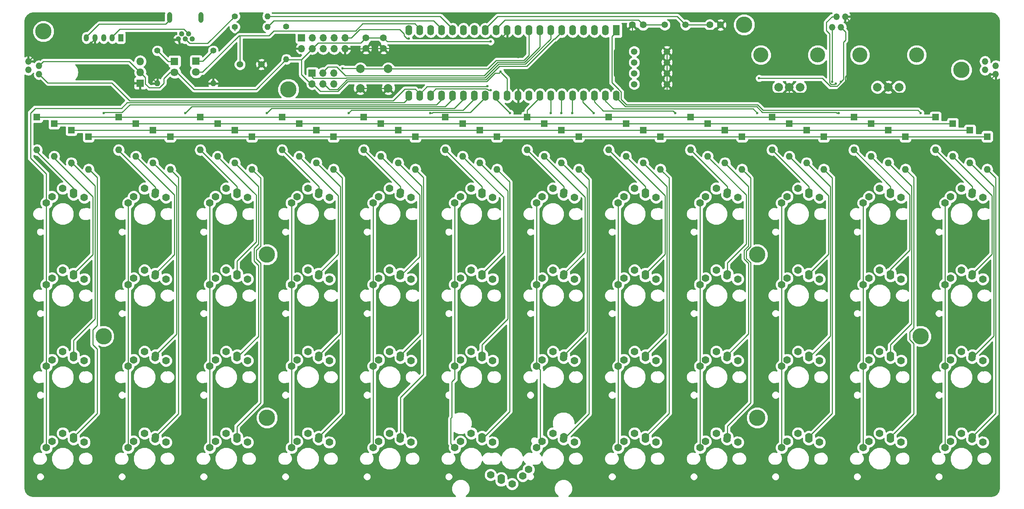
<source format=gtl>
G04 #@! TF.FileFunction,Copper,L1,Top,Signal*
%FSLAX46Y46*%
G04 Gerber Fmt 4.6, Leading zero omitted, Abs format (unit mm)*
G04 Created by KiCad (PCBNEW 4.0.7) date 09/10/18 23:45:49*
%MOMM*%
%LPD*%
G01*
G04 APERTURE LIST*
%ADD10C,0.100000*%
%ADD11C,3.800000*%
%ADD12C,1.500000*%
%ADD13C,1.400000*%
%ADD14O,1.400000X1.400000*%
%ADD15C,1.250000*%
%ADD16O,1.200000X2.500000*%
%ADD17R,1.600000X2.400000*%
%ADD18O,1.600000X2.400000*%
%ADD19C,1.770000*%
%ADD20C,2.000000*%
%ADD21C,3.500000*%
%ADD22R,1.800000X1.800000*%
%ADD23O,1.800000X1.800000*%
%ADD24C,1.600000*%
%ADD25R,1.200000X1.700000*%
%ADD26O,1.200000X1.700000*%
%ADD27R,1.600000X1.600000*%
%ADD28O,1.600000X1.600000*%
%ADD29R,1.700000X1.700000*%
%ADD30O,1.700000X1.700000*%
%ADD31C,1.800000*%
%ADD32O,1.500000X1.500000*%
%ADD33C,1.524000*%
%ADD34C,0.600000*%
%ADD35C,0.250000*%
%ADD36C,0.254000*%
G04 APERTURE END LIST*
D10*
D11*
X243500000Y-111500000D03*
X202500000Y-39000000D03*
X96500000Y-54000000D03*
X39500000Y-40500000D03*
X205500000Y-92500000D03*
X91500000Y-92500000D03*
X53500000Y-111500000D03*
X91500000Y-130500000D03*
X205500000Y-130500000D03*
D12*
X184520000Y-45190000D03*
X184520000Y-47730000D03*
X184520000Y-50270000D03*
X184520000Y-52810000D03*
X176900000Y-52810000D03*
X176900000Y-50270000D03*
X176900000Y-47730000D03*
X176900000Y-45190000D03*
D13*
X66000000Y-45000000D03*
D14*
X66000000Y-52620000D03*
D13*
X79000000Y-45000000D03*
D14*
X79000000Y-52620000D03*
D15*
X70900000Y-42300000D03*
X71700000Y-41100000D03*
X72500000Y-42300000D03*
X73300000Y-41100000D03*
X74100000Y-42300000D03*
D16*
X68850000Y-37250000D03*
X76150000Y-37250000D03*
D17*
X172760000Y-40260000D03*
D18*
X124500000Y-55500000D03*
X170220000Y-40260000D03*
X127040000Y-55500000D03*
X167680000Y-40260000D03*
X129580000Y-55500000D03*
X165140000Y-40260000D03*
X132120000Y-55500000D03*
X162600000Y-40260000D03*
X134660000Y-55500000D03*
X160060000Y-40260000D03*
X137200000Y-55500000D03*
X157520000Y-40260000D03*
X139740000Y-55500000D03*
X154980000Y-40260000D03*
X142280000Y-55500000D03*
X152440000Y-40260000D03*
X144820000Y-55500000D03*
X149900000Y-40260000D03*
X147360000Y-55500000D03*
X147360000Y-40260000D03*
X149900000Y-55500000D03*
X144820000Y-40260000D03*
X152440000Y-55500000D03*
X142280000Y-40260000D03*
X154980000Y-55500000D03*
X139740000Y-40260000D03*
X157520000Y-55500000D03*
X137200000Y-40260000D03*
X160060000Y-55500000D03*
X134660000Y-40260000D03*
X162600000Y-55500000D03*
X132120000Y-40260000D03*
X165140000Y-55500000D03*
X129580000Y-40260000D03*
X167680000Y-55500000D03*
X127040000Y-40260000D03*
X170220000Y-55500000D03*
X124500000Y-40260000D03*
X172760000Y-55500000D03*
D19*
X41500000Y-79000000D03*
X40190000Y-80460000D03*
X46500000Y-78500000D03*
X46540000Y-77920000D03*
X44000000Y-77100000D03*
X49000000Y-79200000D03*
X250500000Y-79000000D03*
X249190000Y-80460000D03*
X255500000Y-78500000D03*
X255540000Y-77920000D03*
X253000000Y-77100000D03*
X258000000Y-79200000D03*
X231500000Y-79000000D03*
X230190000Y-80460000D03*
X236500000Y-78500000D03*
X236540000Y-77920000D03*
X234000000Y-77100000D03*
X239000000Y-79200000D03*
X212500000Y-79000000D03*
X211190000Y-80460000D03*
X217500000Y-78500000D03*
X217540000Y-77920000D03*
X215000000Y-77100000D03*
X220000000Y-79200000D03*
X193500000Y-79000000D03*
X192190000Y-80460000D03*
X198500000Y-78500000D03*
X198540000Y-77920000D03*
X196000000Y-77100000D03*
X201000000Y-79200000D03*
X174500000Y-79000000D03*
X173190000Y-80460000D03*
X179500000Y-78500000D03*
X179540000Y-77920000D03*
X177000000Y-77100000D03*
X182000000Y-79200000D03*
X155500000Y-79000000D03*
X154190000Y-80460000D03*
X160500000Y-78500000D03*
X160540000Y-77920000D03*
X158000000Y-77100000D03*
X163000000Y-79200000D03*
X136500000Y-79000000D03*
X135190000Y-80460000D03*
X141500000Y-78500000D03*
X141540000Y-77920000D03*
X139000000Y-77100000D03*
X144000000Y-79200000D03*
X117500000Y-79000000D03*
X116190000Y-80460000D03*
X122500000Y-78500000D03*
X122540000Y-77920000D03*
X120000000Y-77100000D03*
X125000000Y-79200000D03*
X98500000Y-79000000D03*
X97190000Y-80460000D03*
X103500000Y-78500000D03*
X103540000Y-77920000D03*
X101000000Y-77100000D03*
X106000000Y-79200000D03*
X79500000Y-79000000D03*
X78190000Y-80460000D03*
X84500000Y-78500000D03*
X84540000Y-77920000D03*
X82000000Y-77100000D03*
X87000000Y-79200000D03*
X60500000Y-79000000D03*
X59190000Y-80460000D03*
X65500000Y-78500000D03*
X65540000Y-77920000D03*
X63000000Y-77100000D03*
X68000000Y-79200000D03*
D20*
X236000000Y-53500000D03*
X238500000Y-53500000D03*
X233500000Y-53500000D03*
D21*
X242600000Y-46000000D03*
X229400000Y-46000000D03*
D22*
X62000000Y-52580000D03*
D23*
X62000000Y-50040000D03*
X62000000Y-47500000D03*
D24*
X179000000Y-39000000D03*
X176500000Y-39000000D03*
X194500000Y-39000000D03*
X197000000Y-39000000D03*
D13*
X84000000Y-37000000D03*
D14*
X91620000Y-37000000D03*
D13*
X84000000Y-39500000D03*
D14*
X91620000Y-39500000D03*
D12*
X184000000Y-39000000D03*
X188880000Y-39000000D03*
D24*
X118600000Y-44500000D03*
X118600000Y-42000000D03*
X114500000Y-44500000D03*
X114500000Y-42000000D03*
D25*
X57500000Y-42000000D03*
D26*
X55500000Y-42000000D03*
X53500000Y-42000000D03*
X51500000Y-42000000D03*
X49500000Y-42000000D03*
D13*
X96000000Y-39380000D03*
D14*
X96000000Y-47000000D03*
D27*
X38000000Y-60500000D03*
D28*
X38000000Y-68120000D03*
D27*
X57000000Y-60500000D03*
D28*
X57000000Y-68120000D03*
D27*
X76000000Y-60500000D03*
D28*
X76000000Y-68120000D03*
D27*
X95000000Y-60500000D03*
D28*
X95000000Y-68120000D03*
D27*
X114000000Y-60500000D03*
D28*
X114000000Y-68120000D03*
D27*
X133000000Y-60500000D03*
D28*
X133000000Y-68120000D03*
D27*
X152000000Y-60500000D03*
D28*
X152000000Y-68120000D03*
D27*
X171000000Y-60500000D03*
D28*
X171000000Y-68120000D03*
D27*
X190000000Y-60500000D03*
D28*
X190000000Y-68120000D03*
D27*
X209000000Y-60500000D03*
D28*
X209000000Y-68120000D03*
D27*
X228000000Y-60500000D03*
D28*
X228000000Y-68120000D03*
D27*
X247000000Y-60500000D03*
D28*
X247000000Y-68120000D03*
D27*
X42000000Y-62000000D03*
D28*
X42000000Y-69620000D03*
D27*
X61000000Y-62000000D03*
D28*
X61000000Y-69620000D03*
D27*
X80000000Y-62000000D03*
D28*
X80000000Y-69620000D03*
D27*
X99000000Y-62000000D03*
D28*
X99000000Y-69620000D03*
D27*
X118000000Y-62000000D03*
D28*
X118000000Y-69620000D03*
D27*
X137000000Y-62000000D03*
D28*
X137000000Y-69620000D03*
D27*
X156000000Y-62000000D03*
D28*
X156000000Y-69620000D03*
D27*
X175000000Y-62000000D03*
D28*
X175000000Y-69620000D03*
D27*
X194000000Y-62000000D03*
D28*
X194000000Y-69620000D03*
D27*
X213000000Y-62000000D03*
D28*
X213000000Y-69620000D03*
D27*
X232000000Y-62000000D03*
D28*
X232000000Y-69620000D03*
D27*
X251000000Y-62000000D03*
D28*
X251000000Y-69620000D03*
D27*
X46000000Y-63500000D03*
D28*
X46000000Y-71120000D03*
D27*
X65000000Y-63500000D03*
D28*
X65000000Y-71120000D03*
D27*
X84000000Y-63500000D03*
D28*
X84000000Y-71120000D03*
D27*
X103000000Y-63500000D03*
D28*
X103000000Y-71120000D03*
D27*
X122000000Y-63500000D03*
D28*
X122000000Y-71120000D03*
D27*
X141000000Y-63500000D03*
D28*
X141000000Y-71120000D03*
D27*
X160000000Y-63500000D03*
D28*
X160000000Y-71120000D03*
D27*
X179000000Y-63500000D03*
D28*
X179000000Y-71120000D03*
D27*
X198000000Y-63500000D03*
D28*
X198000000Y-71120000D03*
D27*
X217000000Y-63500000D03*
D28*
X217000000Y-71120000D03*
D27*
X236000000Y-63500000D03*
D28*
X236000000Y-71120000D03*
D27*
X255000000Y-63500000D03*
D28*
X255000000Y-71120000D03*
D27*
X50000000Y-65000000D03*
D28*
X50000000Y-72620000D03*
D27*
X69000000Y-65000000D03*
D28*
X69000000Y-72620000D03*
D27*
X88000000Y-65000000D03*
D28*
X88000000Y-72620000D03*
D27*
X107000000Y-65000000D03*
D28*
X107000000Y-72620000D03*
D27*
X126000000Y-65000000D03*
D28*
X126000000Y-72620000D03*
D27*
X145000000Y-65000000D03*
D28*
X145000000Y-72620000D03*
D27*
X164000000Y-65000000D03*
D28*
X164000000Y-72620000D03*
D27*
X183000000Y-65000000D03*
D28*
X183000000Y-72620000D03*
D27*
X202000000Y-65000000D03*
D28*
X202000000Y-72620000D03*
D27*
X221000000Y-65000000D03*
D28*
X221000000Y-72620000D03*
D27*
X240000000Y-65000000D03*
D28*
X240000000Y-72620000D03*
D27*
X259000000Y-65000000D03*
D28*
X259000000Y-72620000D03*
D19*
X41500000Y-98000000D03*
X40190000Y-99460000D03*
X46500000Y-97500000D03*
X46540000Y-96920000D03*
X44000000Y-96100000D03*
X49000000Y-98200000D03*
X60500000Y-98000000D03*
X59190000Y-99460000D03*
X65500000Y-97500000D03*
X65540000Y-96920000D03*
X63000000Y-96100000D03*
X68000000Y-98200000D03*
X79500000Y-98000000D03*
X78190000Y-99460000D03*
X84500000Y-97500000D03*
X84540000Y-96920000D03*
X82000000Y-96100000D03*
X87000000Y-98200000D03*
X98500000Y-98000000D03*
X97190000Y-99460000D03*
X103500000Y-97500000D03*
X103540000Y-96920000D03*
X101000000Y-96100000D03*
X106000000Y-98200000D03*
X117500000Y-98000000D03*
X116190000Y-99460000D03*
X122500000Y-97500000D03*
X122540000Y-96920000D03*
X120000000Y-96100000D03*
X125000000Y-98200000D03*
X136500000Y-98000000D03*
X135190000Y-99460000D03*
X141500000Y-97500000D03*
X141540000Y-96920000D03*
X139000000Y-96100000D03*
X144000000Y-98200000D03*
X155500000Y-98000000D03*
X154190000Y-99460000D03*
X160500000Y-97500000D03*
X160540000Y-96920000D03*
X158000000Y-96100000D03*
X163000000Y-98200000D03*
X174500000Y-98000000D03*
X173190000Y-99460000D03*
X179500000Y-97500000D03*
X179540000Y-96920000D03*
X177000000Y-96100000D03*
X182000000Y-98200000D03*
X193500000Y-98000000D03*
X192190000Y-99460000D03*
X198500000Y-97500000D03*
X198540000Y-96920000D03*
X196000000Y-96100000D03*
X201000000Y-98200000D03*
X212500000Y-98000000D03*
X211190000Y-99460000D03*
X217500000Y-97500000D03*
X217540000Y-96920000D03*
X215000000Y-96100000D03*
X220000000Y-98200000D03*
X231500000Y-98000000D03*
X230190000Y-99460000D03*
X236500000Y-97500000D03*
X236540000Y-96920000D03*
X234000000Y-96100000D03*
X239000000Y-98200000D03*
X250500000Y-98000000D03*
X249190000Y-99460000D03*
X255500000Y-97500000D03*
X255540000Y-96920000D03*
X253000000Y-96100000D03*
X258000000Y-98200000D03*
X41500000Y-117000000D03*
X40190000Y-118460000D03*
X46500000Y-116500000D03*
X46540000Y-115920000D03*
X44000000Y-115100000D03*
X49000000Y-117200000D03*
X60500000Y-117000000D03*
X59190000Y-118460000D03*
X65500000Y-116500000D03*
X65540000Y-115920000D03*
X63000000Y-115100000D03*
X68000000Y-117200000D03*
X79500000Y-117000000D03*
X78190000Y-118460000D03*
X84500000Y-116500000D03*
X84540000Y-115920000D03*
X82000000Y-115100000D03*
X87000000Y-117200000D03*
X98500000Y-117000000D03*
X97190000Y-118460000D03*
X103500000Y-116500000D03*
X103540000Y-115920000D03*
X101000000Y-115100000D03*
X106000000Y-117200000D03*
X117500000Y-117000000D03*
X116190000Y-118460000D03*
X122500000Y-116500000D03*
X122540000Y-115920000D03*
X120000000Y-115100000D03*
X125000000Y-117200000D03*
X136500000Y-117000000D03*
X135190000Y-118460000D03*
X141500000Y-116500000D03*
X141540000Y-115920000D03*
X139000000Y-115100000D03*
X144000000Y-117200000D03*
X155500000Y-117000000D03*
X154190000Y-118460000D03*
X160500000Y-116500000D03*
X160540000Y-115920000D03*
X158000000Y-115100000D03*
X163000000Y-117200000D03*
X174500000Y-117000000D03*
X173190000Y-118460000D03*
X179500000Y-116500000D03*
X179540000Y-115920000D03*
X177000000Y-115100000D03*
X182000000Y-117200000D03*
X193500000Y-117000000D03*
X192190000Y-118460000D03*
X198500000Y-116500000D03*
X198540000Y-115920000D03*
X196000000Y-115100000D03*
X201000000Y-117200000D03*
X212500000Y-117000000D03*
X211190000Y-118460000D03*
X217500000Y-116500000D03*
X217540000Y-115920000D03*
X215000000Y-115100000D03*
X220000000Y-117200000D03*
X231500000Y-117000000D03*
X230190000Y-118460000D03*
X236500000Y-116500000D03*
X236540000Y-115920000D03*
X234000000Y-115100000D03*
X239000000Y-117200000D03*
X250500000Y-117000000D03*
X249190000Y-118460000D03*
X255500000Y-116500000D03*
X255540000Y-115920000D03*
X253000000Y-115100000D03*
X258000000Y-117200000D03*
X41500000Y-136000000D03*
X40190000Y-137460000D03*
X46500000Y-135500000D03*
X46540000Y-134920000D03*
X44000000Y-134100000D03*
X49000000Y-136200000D03*
X60500000Y-136000000D03*
X59190000Y-137460000D03*
X65500000Y-135500000D03*
X65540000Y-134920000D03*
X63000000Y-134100000D03*
X68000000Y-136200000D03*
X79500000Y-136000000D03*
X78190000Y-137460000D03*
X84500000Y-135500000D03*
X84540000Y-134920000D03*
X82000000Y-134100000D03*
X87000000Y-136200000D03*
X98500000Y-136000000D03*
X97190000Y-137460000D03*
X103500000Y-135500000D03*
X103540000Y-134920000D03*
X101000000Y-134100000D03*
X106000000Y-136200000D03*
X117500000Y-136000000D03*
X116190000Y-137460000D03*
X122500000Y-135500000D03*
X122540000Y-134920000D03*
X120000000Y-134100000D03*
X125000000Y-136200000D03*
X136500000Y-136000000D03*
X135190000Y-137460000D03*
X141500000Y-135500000D03*
X141540000Y-134920000D03*
X139000000Y-134100000D03*
X144000000Y-136200000D03*
X155500000Y-136000000D03*
X154190000Y-137460000D03*
X160500000Y-135500000D03*
X160540000Y-134920000D03*
X158000000Y-134100000D03*
X163000000Y-136200000D03*
X174500000Y-136000000D03*
X173190000Y-137460000D03*
X179500000Y-135500000D03*
X179540000Y-134920000D03*
X177000000Y-134100000D03*
X182000000Y-136200000D03*
X193500000Y-136000000D03*
X192190000Y-137460000D03*
X198500000Y-135500000D03*
X198540000Y-134920000D03*
X196000000Y-134100000D03*
X201000000Y-136200000D03*
X212500000Y-136000000D03*
X211190000Y-137460000D03*
X217500000Y-135500000D03*
X217540000Y-134920000D03*
X215000000Y-134100000D03*
X220000000Y-136200000D03*
X231500000Y-136000000D03*
X230190000Y-137460000D03*
X236500000Y-135500000D03*
X236540000Y-134920000D03*
X234000000Y-134100000D03*
X239000000Y-136200000D03*
X250500000Y-136000000D03*
X249190000Y-137460000D03*
X255500000Y-135500000D03*
X255540000Y-134920000D03*
X253000000Y-134100000D03*
X258000000Y-136200000D03*
X151000000Y-144000000D03*
X152310000Y-142540000D03*
X146000000Y-144500000D03*
X145960000Y-145080000D03*
X148500000Y-145900000D03*
X143500000Y-143800000D03*
D29*
X99500000Y-42000000D03*
D30*
X99500000Y-44540000D03*
X102040000Y-42000000D03*
X102040000Y-44540000D03*
X104580000Y-42000000D03*
X104580000Y-44540000D03*
X107120000Y-42000000D03*
X107120000Y-44540000D03*
X109660000Y-42000000D03*
X109660000Y-44540000D03*
D29*
X102000000Y-50200000D03*
D30*
X102000000Y-52740000D03*
X104540000Y-50200000D03*
X104540000Y-52740000D03*
X107080000Y-50200000D03*
X107080000Y-52740000D03*
D20*
X213000000Y-53500000D03*
X215500000Y-53500000D03*
X210500000Y-53500000D03*
D21*
X219600000Y-46000000D03*
X206400000Y-46000000D03*
D20*
X119700000Y-49250000D03*
X119700000Y-53750000D03*
X113200000Y-53750000D03*
X113200000Y-49250000D03*
D22*
X70000000Y-47500000D03*
D31*
X70000000Y-50040000D03*
D22*
X75000000Y-47460000D03*
D31*
X75000000Y-50000000D03*
D32*
X38500000Y-50500000D03*
X36000000Y-49500000D03*
X36000000Y-47500000D03*
X38500000Y-48500000D03*
X258500000Y-47500000D03*
X261000000Y-48500000D03*
X261000000Y-50500000D03*
X258500000Y-49500000D03*
X223000000Y-39562500D03*
X224000000Y-37062500D03*
X226000000Y-37062500D03*
X225000000Y-39562500D03*
D33*
X85200000Y-48200000D03*
X90200000Y-48200000D03*
D11*
X253000000Y-49500000D03*
D34*
X173100000Y-44074990D03*
X149999998Y-49900000D03*
X150000000Y-46500000D03*
X205963226Y-51427359D03*
X225000009Y-52225023D03*
X143500000Y-42900000D03*
X145800000Y-49900000D03*
X223768259Y-52675032D03*
X143500000Y-54199996D03*
X223000000Y-52225021D03*
X142800000Y-53300000D03*
X157500000Y-59500000D03*
X160000008Y-59500000D03*
X162500022Y-59500000D03*
X53500000Y-59500000D03*
X72500000Y-59500000D03*
X91500000Y-59499994D03*
X124500000Y-42200000D03*
X110500000Y-59500000D03*
X129500000Y-59525010D03*
X148000000Y-59500000D03*
X167500000Y-59500000D03*
X186500000Y-59499998D03*
X205500000Y-59500000D03*
X224500000Y-59525010D03*
X243500000Y-59500000D03*
X109100000Y-49100000D03*
D35*
X84000000Y-40280000D02*
X84000000Y-39500000D01*
X55500000Y-42000000D02*
X55500000Y-41750000D01*
X55500000Y-41750000D02*
X57250000Y-40000000D01*
X57250000Y-40000000D02*
X72200000Y-40000000D01*
X72200000Y-40000000D02*
X73300000Y-41100000D01*
X72500000Y-42300000D02*
X73500000Y-43300000D01*
X73500000Y-43300000D02*
X77700000Y-43300000D01*
X77700000Y-43300000D02*
X84000000Y-37000000D01*
X184500000Y-54650000D02*
X176150000Y-54650000D01*
X176150000Y-54650000D02*
X172250000Y-50750000D01*
X172250000Y-50750000D02*
X172250000Y-45000000D01*
X173000000Y-44174990D02*
X173100000Y-44074990D01*
X172250000Y-45000000D02*
X173000000Y-44250000D01*
X173000000Y-44250000D02*
X173000000Y-44174990D01*
X261000000Y-50500000D02*
X259500000Y-52000000D01*
X259500000Y-52000000D02*
X258500000Y-52000000D01*
X258500000Y-52000000D02*
X255600000Y-54900000D01*
X255600000Y-54900000D02*
X237938998Y-54900000D01*
X237938998Y-54900000D02*
X236538998Y-53500000D01*
X236538998Y-53500000D02*
X236000000Y-53500000D01*
X36000000Y-47500000D02*
X37000000Y-46500000D01*
X37000000Y-46500000D02*
X47250000Y-46500000D01*
X47250000Y-46500000D02*
X51500000Y-42250000D01*
X213000000Y-54900000D02*
X223250034Y-54900000D01*
X213000000Y-54900000D02*
X213000000Y-53500000D01*
X184750000Y-54900000D02*
X213000000Y-54900000D01*
X184500000Y-54650000D02*
X184750000Y-54900000D01*
X223250034Y-54900000D02*
X226000000Y-52150034D01*
X226000000Y-52150034D02*
X226000000Y-51061412D01*
X51500000Y-42250000D02*
X51500000Y-42000000D01*
X195800000Y-40200000D02*
X196300000Y-39700000D01*
X196300000Y-39700000D02*
X197000000Y-39000000D01*
X226000000Y-51061412D02*
X234061412Y-51061412D01*
X234061412Y-51061412D02*
X236000000Y-53000000D01*
X236000000Y-53000000D02*
X236000000Y-53500000D01*
X226749999Y-37812499D02*
X226000000Y-37062500D01*
X226000000Y-51061412D02*
X226749999Y-50311413D01*
X226749999Y-50311413D02*
X226749999Y-37812499D01*
X184520000Y-52810000D02*
X184520000Y-54630000D01*
X184520000Y-54630000D02*
X184500000Y-54650000D01*
X50350000Y-43400000D02*
X51500000Y-42250000D01*
X184520000Y-45190000D02*
X189510000Y-40200000D01*
X189510000Y-40200000D02*
X195800000Y-40200000D01*
X184520000Y-45190000D02*
X184520000Y-47730000D01*
X184520000Y-50270000D02*
X184520000Y-49209340D01*
X184520000Y-49209340D02*
X184520000Y-47730000D01*
X184520000Y-50270000D02*
X184520000Y-52810000D01*
X176500000Y-40674990D02*
X173399999Y-43774991D01*
X176500000Y-39000000D02*
X176500000Y-40674990D01*
X173399999Y-43774991D02*
X173100000Y-44074990D01*
X118600000Y-44500000D02*
X143520000Y-44500000D01*
X143520000Y-44500000D02*
X147360000Y-40660000D01*
X147360000Y-40660000D02*
X147360000Y-40260000D01*
X114500000Y-44500000D02*
X118600000Y-44500000D01*
X109660000Y-44540000D02*
X114460000Y-44540000D01*
X114460000Y-44540000D02*
X114500000Y-44500000D01*
X149900000Y-49999998D02*
X149999998Y-49900000D01*
X149999998Y-50324264D02*
X149999998Y-49900000D01*
X149999998Y-55399998D02*
X149999998Y-50324264D01*
X150000000Y-55400000D02*
X149999998Y-55399998D01*
X149900000Y-55500000D02*
X149900000Y-49999998D01*
X113450000Y-53750000D02*
X114864213Y-53750000D01*
X114864213Y-53750000D02*
X119950000Y-53750000D01*
X70900000Y-42300000D02*
X66700000Y-42300000D01*
X66700000Y-42300000D02*
X64674990Y-44325010D01*
X64674990Y-44325010D02*
X64674990Y-51294990D01*
X64674990Y-51294990D02*
X66000000Y-52620000D01*
X147360000Y-40260000D02*
X147360000Y-43860000D01*
X147360000Y-43860000D02*
X150000000Y-46500000D01*
X38500000Y-48500000D02*
X39500000Y-47500000D01*
X59460000Y-47500000D02*
X61100001Y-49140001D01*
X39500000Y-47500000D02*
X59460000Y-47500000D01*
X61100001Y-49140001D02*
X62000000Y-50040000D01*
X68960000Y-50040000D02*
X70000000Y-50040000D01*
X67500000Y-51500000D02*
X68960000Y-50040000D01*
X67500000Y-52637002D02*
X67500000Y-51500000D01*
X66492001Y-53645001D02*
X67500000Y-52637002D01*
X64145001Y-53645001D02*
X66492001Y-53645001D01*
X63225001Y-52725001D02*
X64145001Y-53645001D01*
X63225001Y-51225001D02*
X63225001Y-52725001D01*
X62040000Y-50040000D02*
X63225001Y-51225001D01*
X62000000Y-50040000D02*
X62040000Y-50040000D01*
X96000000Y-47000000D02*
X89000000Y-54000000D01*
X89000000Y-54000000D02*
X74500000Y-54000000D01*
X74500000Y-54000000D02*
X70540000Y-50040000D01*
X70540000Y-50040000D02*
X70000000Y-50040000D01*
X102000000Y-52540000D02*
X101960000Y-52500000D01*
X101960000Y-52500000D02*
X101960000Y-52540000D01*
X225000000Y-39562500D02*
X225200000Y-39762500D01*
X225550000Y-51675032D02*
X225000009Y-52225023D01*
X225200000Y-39762500D02*
X225200000Y-39800000D01*
X225200000Y-39800000D02*
X225250000Y-39800000D01*
X225550000Y-43050000D02*
X225550000Y-51675032D01*
X225250000Y-39800000D02*
X226100000Y-40650000D01*
X226100000Y-40650000D02*
X226100000Y-42500000D01*
X226100000Y-42500000D02*
X225550000Y-43050000D01*
X206387490Y-51427359D02*
X205963226Y-51427359D01*
X220640923Y-51427359D02*
X206387490Y-51427359D01*
X224700010Y-52525022D02*
X224700010Y-52668285D01*
X222513598Y-53300034D02*
X220640923Y-51427359D01*
X224068261Y-53300034D02*
X222513598Y-53300034D01*
X225000009Y-52225023D02*
X224700010Y-52525022D01*
X224700010Y-52668285D02*
X224068261Y-53300034D01*
X118600000Y-42000000D02*
X119500000Y-42900000D01*
X119500000Y-42900000D02*
X143500000Y-42900000D01*
X114500000Y-42000000D02*
X115631370Y-42000000D01*
X115631370Y-42000000D02*
X118600000Y-42000000D01*
X102040000Y-44540000D02*
X103404999Y-43175001D01*
X103404999Y-43175001D02*
X113324999Y-43175001D01*
X113324999Y-43175001D02*
X113700001Y-42799999D01*
X113700001Y-42799999D02*
X114500000Y-42000000D01*
X102000000Y-52540000D02*
X103960000Y-54500000D01*
X103960000Y-54500000D02*
X108000000Y-54500000D01*
X108000000Y-54500000D02*
X110300000Y-52200000D01*
X110300000Y-52200000D02*
X142600000Y-52200000D01*
X142600000Y-52200000D02*
X144600001Y-50199999D01*
X144600001Y-50199999D02*
X145500001Y-50199999D01*
X145500001Y-50199999D02*
X145800000Y-49900000D01*
X146099999Y-50199999D02*
X145800000Y-49900000D01*
X147360000Y-51460000D02*
X146099999Y-50199999D01*
X147360000Y-55500000D02*
X147360000Y-51460000D01*
X102000000Y-52540000D02*
X101440000Y-52540000D01*
X101440000Y-52540000D02*
X99500000Y-50600000D01*
X99500000Y-50600000D02*
X99500000Y-47080000D01*
X96000000Y-47120000D02*
X96000000Y-47000000D01*
X96000000Y-47000000D02*
X96080000Y-47080000D01*
X96080000Y-47080000D02*
X99500000Y-47080000D01*
X99500000Y-47080000D02*
X101190001Y-45389999D01*
X101190001Y-45389999D02*
X102040000Y-44540000D01*
X223593268Y-52850023D02*
X223768259Y-52675032D01*
X222699998Y-52850023D02*
X223593268Y-52850023D01*
X224000000Y-37062500D02*
X222939340Y-37062500D01*
X222374998Y-52525023D02*
X222699998Y-52850023D01*
X222374999Y-41074999D02*
X222374998Y-52525023D01*
X221599990Y-40299990D02*
X222374999Y-41074999D01*
X222939340Y-37062500D02*
X221599990Y-38401850D01*
X221599990Y-38401850D02*
X221599990Y-40299990D01*
X142499999Y-53925001D02*
X142800741Y-53925001D01*
X143075736Y-54199996D02*
X143500000Y-54199996D01*
X129580000Y-55100000D02*
X130780003Y-53899997D01*
X130780003Y-53899997D02*
X142474995Y-53899997D01*
X142474995Y-53899997D02*
X142499999Y-53925001D01*
X142800741Y-53925001D02*
X143075736Y-54199996D01*
X129580000Y-55100000D02*
X129580000Y-55500000D01*
X127040000Y-55500000D02*
X127040000Y-55100000D01*
X59550000Y-56650000D02*
X55400000Y-52500000D01*
X127040000Y-55040000D02*
X125974990Y-53974990D01*
X120850000Y-56650000D02*
X59550000Y-56650000D01*
X127040000Y-55500000D02*
X127040000Y-55040000D01*
X40500000Y-52500000D02*
X38500000Y-50500000D01*
X125974990Y-53974990D02*
X123525010Y-53974990D01*
X123525010Y-53974990D02*
X120850000Y-56650000D01*
X55400000Y-52500000D02*
X40500000Y-52500000D01*
X223000000Y-39562500D02*
X223000000Y-40623160D01*
X223000000Y-40623160D02*
X223000000Y-52225021D01*
X127040000Y-55100000D02*
X128740000Y-53400000D01*
X128740000Y-53400000D02*
X142700000Y-53400000D01*
X142700000Y-53400000D02*
X142800000Y-53300000D01*
X179000000Y-39000000D02*
X184000000Y-39000000D01*
X177874999Y-37874999D02*
X179000000Y-39000000D01*
X144820000Y-40260000D02*
X144820000Y-39860000D01*
X144820000Y-39860000D02*
X146805001Y-37874999D01*
X177874999Y-37874999D02*
X146805001Y-37874999D01*
X188880000Y-39000000D02*
X194500000Y-39000000D01*
X186880000Y-37000000D02*
X188880000Y-39000000D01*
X145140000Y-37000000D02*
X142280000Y-39860000D01*
X142280000Y-39860000D02*
X142280000Y-40260000D01*
X145140000Y-37000000D02*
X186880000Y-37000000D01*
X91620000Y-37000000D02*
X131800000Y-37000000D01*
X131800000Y-37000000D02*
X134660000Y-39860000D01*
X134660000Y-39860000D02*
X134660000Y-40260000D01*
X91620000Y-39500000D02*
X93120000Y-38000000D01*
X93120000Y-38000000D02*
X130260000Y-38000000D01*
X130260000Y-38000000D02*
X132120000Y-39860000D01*
X132120000Y-39860000D02*
X132120000Y-40260000D01*
X133000000Y-60500000D02*
X152000000Y-60500000D01*
X152000000Y-60500000D02*
X152000000Y-58880000D01*
X152000000Y-58880000D02*
X154980000Y-55900000D01*
X154980000Y-55900000D02*
X154980000Y-55500000D01*
X76000000Y-60500000D02*
X93950000Y-60500000D01*
X93950000Y-60500000D02*
X95000000Y-60500000D01*
X171000000Y-60500000D02*
X188950000Y-60500000D01*
X188950000Y-60500000D02*
X190000000Y-60500000D01*
X152000000Y-60500000D02*
X169950000Y-60500000D01*
X169950000Y-60500000D02*
X171000000Y-60500000D01*
X228000000Y-60500000D02*
X247000000Y-60500000D01*
X209000000Y-60500000D02*
X228000000Y-60500000D01*
X190000000Y-60500000D02*
X209000000Y-60500000D01*
X114000000Y-60500000D02*
X133000000Y-60500000D01*
X95000000Y-60500000D02*
X114000000Y-60500000D01*
X57000000Y-60500000D02*
X76000000Y-60500000D01*
X38000000Y-60500000D02*
X57000000Y-60500000D01*
X46540000Y-77920000D02*
X46540000Y-77040000D01*
X46540000Y-77040000D02*
X38000000Y-68500000D01*
X57000000Y-68120000D02*
X57000000Y-68300000D01*
X57000000Y-68300000D02*
X65540000Y-76840000D01*
X65540000Y-76840000D02*
X65540000Y-77920000D01*
X84540000Y-77920000D02*
X84540000Y-76660000D01*
X84540000Y-76660000D02*
X76000000Y-68120000D01*
X103540000Y-77920000D02*
X103540000Y-76660000D01*
X103540000Y-76660000D02*
X95000000Y-68120000D01*
X122540000Y-77920000D02*
X122540000Y-76660000D01*
X122540000Y-76660000D02*
X114000000Y-68120000D01*
X141540000Y-77920000D02*
X141540000Y-76660000D01*
X141540000Y-76660000D02*
X133000000Y-68120000D01*
X160540000Y-77920000D02*
X160540000Y-76660000D01*
X160540000Y-76660000D02*
X152000000Y-68120000D01*
X179540000Y-77920000D02*
X179540000Y-76660000D01*
X179540000Y-76660000D02*
X171000000Y-68120000D01*
X198540000Y-77920000D02*
X198540000Y-76660000D01*
X198540000Y-76660000D02*
X190000000Y-68120000D01*
X217540000Y-77920000D02*
X217540000Y-76660000D01*
X217540000Y-76660000D02*
X209000000Y-68120000D01*
X236540000Y-77920000D02*
X236540000Y-76660000D01*
X236540000Y-76660000D02*
X228000000Y-68120000D01*
X255540000Y-77920000D02*
X255540000Y-76660000D01*
X255540000Y-76660000D02*
X247000000Y-68120000D01*
X157500000Y-59500000D02*
X157500000Y-55520000D01*
X157500000Y-55520000D02*
X157520000Y-55500000D01*
X157520000Y-59480000D02*
X157500000Y-59500000D01*
X232000000Y-62000000D02*
X251000000Y-62000000D01*
X213000000Y-62000000D02*
X232000000Y-62000000D01*
X194000000Y-62000000D02*
X213000000Y-62000000D01*
X175000000Y-62000000D02*
X194000000Y-62000000D01*
X156000000Y-62000000D02*
X175000000Y-62000000D01*
X137000000Y-62000000D02*
X156000000Y-62000000D01*
X118000000Y-62000000D02*
X137000000Y-62000000D01*
X99000000Y-62000000D02*
X118000000Y-62000000D01*
X80000000Y-62000000D02*
X99000000Y-62000000D01*
X61000000Y-62000000D02*
X80000000Y-62000000D01*
X42000000Y-62000000D02*
X61000000Y-62000000D01*
X51000000Y-92460000D02*
X51000000Y-79000000D01*
X46540000Y-96920000D02*
X51000000Y-92460000D01*
X51000000Y-79000000D02*
X42000000Y-70000000D01*
X65540000Y-96920000D02*
X70000000Y-92460000D01*
X70000000Y-92460000D02*
X70000000Y-78620000D01*
X70000000Y-78620000D02*
X61799999Y-70419999D01*
X61799999Y-70419999D02*
X61000000Y-69620000D01*
X84540000Y-96920000D02*
X84540000Y-93960000D01*
X89000000Y-78620001D02*
X88264992Y-77884992D01*
X84540000Y-93960000D02*
X89000000Y-89500000D01*
X89000000Y-89500000D02*
X89000000Y-78620001D01*
X88264992Y-77884992D02*
X80799999Y-70419999D01*
X80799999Y-70419999D02*
X80000000Y-69620000D01*
X108099978Y-78719978D02*
X99799999Y-70419999D01*
X108099978Y-92360022D02*
X108099978Y-78719978D01*
X103540000Y-96920000D02*
X108099978Y-92360022D01*
X99799999Y-70419999D02*
X99000000Y-69620000D01*
X122500000Y-97500000D02*
X127000000Y-93000000D01*
X127000000Y-93000000D02*
X127000000Y-78620000D01*
X118799999Y-70419999D02*
X118000000Y-69620000D01*
X127000000Y-78620000D02*
X118799999Y-70419999D01*
X141540000Y-96920000D02*
X146500000Y-91960000D01*
X137799999Y-70419999D02*
X137000000Y-69620000D01*
X146500000Y-91960000D02*
X146500000Y-79120000D01*
X146500000Y-79120000D02*
X137799999Y-70419999D01*
X160540000Y-96920000D02*
X165500000Y-91960000D01*
X165500000Y-91960000D02*
X165500000Y-79120000D01*
X165500000Y-79120000D02*
X156799999Y-70419999D01*
X156799999Y-70419999D02*
X156000000Y-69620000D01*
X184099978Y-78719978D02*
X175799999Y-70419999D01*
X175799999Y-70419999D02*
X175000000Y-69620000D01*
X184099978Y-92360022D02*
X184099978Y-78719978D01*
X179540000Y-96920000D02*
X184099978Y-92360022D01*
X198540000Y-96920000D02*
X198540000Y-94460000D01*
X198540000Y-94460000D02*
X203000000Y-90000000D01*
X203000000Y-90000000D02*
X203000000Y-78620000D01*
X203000000Y-78620000D02*
X194799999Y-70419999D01*
X194799999Y-70419999D02*
X194000000Y-69620000D01*
X213799999Y-70419999D02*
X213000000Y-69620000D01*
X217540000Y-96920000D02*
X222099978Y-92360022D01*
X222099978Y-78719978D02*
X213799999Y-70419999D01*
X222099978Y-92360022D02*
X222099978Y-78719978D01*
X232799999Y-70419999D02*
X232000000Y-69620000D01*
X236540000Y-95960000D02*
X241000000Y-91500000D01*
X241000000Y-78620000D02*
X232799999Y-70419999D01*
X241000000Y-91500000D02*
X241000000Y-78620000D01*
X236540000Y-96920000D02*
X236540000Y-95960000D01*
X260099978Y-78719978D02*
X251799999Y-70419999D01*
X260099978Y-92360022D02*
X260099978Y-78719978D01*
X255540000Y-96920000D02*
X260099978Y-92360022D01*
X251799999Y-70419999D02*
X251000000Y-69620000D01*
X160000008Y-59500000D02*
X160000008Y-55559992D01*
X160000008Y-55559992D02*
X160060000Y-55500000D01*
X160060000Y-59440008D02*
X160000008Y-59500000D01*
X236000000Y-63500000D02*
X255000000Y-63500000D01*
X217000000Y-63500000D02*
X236000000Y-63500000D01*
X198000000Y-63500000D02*
X217000000Y-63500000D01*
X179000000Y-63500000D02*
X198000000Y-63500000D01*
X160000000Y-63500000D02*
X179000000Y-63500000D01*
X141000000Y-63500000D02*
X160000000Y-63500000D01*
X122000000Y-63500000D02*
X141000000Y-63500000D01*
X103000000Y-63500000D02*
X122000000Y-63500000D01*
X103000000Y-63500000D02*
X84000000Y-63500000D01*
X65000000Y-63500000D02*
X84000000Y-63500000D01*
X46000000Y-63500000D02*
X61685002Y-63500000D01*
X61685002Y-63500000D02*
X65000000Y-63500000D01*
X46000000Y-71000000D02*
X51500000Y-76500000D01*
X46540000Y-112460000D02*
X46540000Y-114668421D01*
X51500000Y-107500000D02*
X46540000Y-112460000D01*
X46540000Y-114668421D02*
X46540000Y-115920000D01*
X51500000Y-76500000D02*
X51500000Y-107500000D01*
X46000000Y-72000000D02*
X46000000Y-71620000D01*
X65540000Y-115920000D02*
X70450009Y-111009991D01*
X70450009Y-111009991D02*
X70450009Y-76570009D01*
X65799999Y-71919999D02*
X65000000Y-71120000D01*
X70450009Y-76570009D02*
X65799999Y-71919999D01*
X84000000Y-71120000D02*
X89500000Y-76620000D01*
X89500000Y-76620000D02*
X89500000Y-90000000D01*
X89500000Y-90000000D02*
X88500000Y-91000000D01*
X88500000Y-91000000D02*
X88500000Y-94000000D01*
X88500000Y-94000000D02*
X89500000Y-95000000D01*
X89500000Y-95000000D02*
X89500000Y-111500000D01*
X89500000Y-111500000D02*
X85384999Y-115615001D01*
X85384999Y-115615001D02*
X84500000Y-116500000D01*
X108549989Y-76669989D02*
X103799999Y-71919999D01*
X108549989Y-110910011D02*
X108549989Y-76669989D01*
X103540000Y-115920000D02*
X108549989Y-110910011D01*
X103799999Y-71919999D02*
X103000000Y-71120000D01*
X122540000Y-115920000D02*
X127450009Y-111009991D01*
X127450009Y-111009991D02*
X127450009Y-76570009D01*
X127450009Y-76570009D02*
X122799999Y-71919999D01*
X122799999Y-71919999D02*
X122000000Y-71120000D01*
X141540000Y-115920000D02*
X141540000Y-113460000D01*
X141540000Y-113460000D02*
X147500000Y-107500000D01*
X147500000Y-107500000D02*
X147500000Y-77620000D01*
X147500000Y-77620000D02*
X141799999Y-71919999D01*
X141799999Y-71919999D02*
X141000000Y-71120000D01*
X160540000Y-115920000D02*
X165950009Y-110509991D01*
X165950009Y-77070009D02*
X160799999Y-71919999D01*
X165950009Y-110509991D02*
X165950009Y-77070009D01*
X160799999Y-71919999D02*
X160000000Y-71120000D01*
X184549989Y-76669989D02*
X179799999Y-71919999D01*
X179799999Y-71919999D02*
X179000000Y-71120000D01*
X184549989Y-110910011D02*
X184549989Y-76669989D01*
X179540000Y-115920000D02*
X184549989Y-110910011D01*
X202500000Y-93500000D02*
X203500000Y-94500000D01*
X198000000Y-71120000D02*
X203500000Y-76620000D01*
X203500000Y-94500000D02*
X203500000Y-110960000D01*
X203500000Y-76620000D02*
X203500000Y-90500000D01*
X202500000Y-91500000D02*
X202500000Y-93500000D01*
X203500000Y-90500000D02*
X202500000Y-91500000D01*
X203500000Y-110960000D02*
X198540000Y-115920000D01*
X222549989Y-76669989D02*
X217799999Y-71919999D01*
X222549989Y-111450011D02*
X222549989Y-76669989D01*
X217799999Y-71919999D02*
X217000000Y-71120000D01*
X217500000Y-116500000D02*
X222549989Y-111450011D01*
X236540000Y-114668421D02*
X236540000Y-115920000D01*
X236540000Y-113460000D02*
X236540000Y-114668421D01*
X241450011Y-76570011D02*
X241450011Y-108549989D01*
X236000000Y-71120000D02*
X241450011Y-76570011D01*
X241450011Y-108549989D02*
X236540000Y-113460000D01*
X255799999Y-71919999D02*
X255000000Y-71120000D01*
X260549989Y-76669989D02*
X255799999Y-71919999D01*
X260549989Y-111450011D02*
X260549989Y-76669989D01*
X255500000Y-116500000D02*
X260549989Y-111450011D01*
X162500022Y-59500000D02*
X162500022Y-55599978D01*
X162500022Y-55599978D02*
X162600000Y-55500000D01*
X162600000Y-59400022D02*
X162500022Y-59500000D01*
X69000000Y-65000000D02*
X50120000Y-65000000D01*
X50120000Y-65000000D02*
X50000000Y-64880000D01*
X88000000Y-65000000D02*
X69000000Y-65000000D01*
X107000000Y-65000000D02*
X88000000Y-65000000D01*
X126000000Y-65000000D02*
X107000000Y-65000000D01*
X145000000Y-65000000D02*
X143950000Y-65000000D01*
X143950000Y-65000000D02*
X126000000Y-65000000D01*
X164000000Y-65000000D02*
X145000000Y-65000000D01*
X164000000Y-65000000D02*
X183000000Y-65000000D01*
X202000000Y-65000000D02*
X183000000Y-65000000D01*
X202000000Y-65000000D02*
X221000000Y-65000000D01*
X240000000Y-65000000D02*
X221000000Y-65000000D01*
X259000000Y-65000000D02*
X240000000Y-65000000D01*
X47424999Y-134035001D02*
X46540000Y-134920000D01*
X52000000Y-129460000D02*
X47424999Y-134035001D01*
X51000000Y-110000000D02*
X51000000Y-113500000D01*
X51000000Y-113500000D02*
X52000000Y-114500000D01*
X52000000Y-109000000D02*
X51000000Y-110000000D01*
X52000000Y-74500000D02*
X52000000Y-109000000D01*
X52000000Y-114500000D02*
X52000000Y-129460000D01*
X50000000Y-72500000D02*
X52000000Y-74500000D01*
X65540000Y-134920000D02*
X70900019Y-129559981D01*
X70900019Y-74520019D02*
X69799999Y-73419999D01*
X70900019Y-129559981D02*
X70900019Y-74520019D01*
X69799999Y-73419999D02*
X69000000Y-72620000D01*
X84500000Y-135500000D02*
X84500000Y-132500000D01*
X84500000Y-132500000D02*
X90000000Y-127000000D01*
X90000000Y-74620000D02*
X88799999Y-73419999D01*
X90000000Y-127000000D02*
X90000000Y-94500000D01*
X89000000Y-93500000D02*
X89000000Y-91500000D01*
X90000000Y-94500000D02*
X89000000Y-93500000D01*
X89000000Y-91500000D02*
X90000000Y-90500000D01*
X90000000Y-90500000D02*
X90000000Y-74620000D01*
X88799999Y-73419999D02*
X88000000Y-72620000D01*
X109000000Y-74620000D02*
X107799999Y-73419999D01*
X103540000Y-134920000D02*
X109000000Y-129460000D01*
X109000000Y-129460000D02*
X109000000Y-74620000D01*
X107799999Y-73419999D02*
X107000000Y-72620000D01*
X122540000Y-134920000D02*
X122540000Y-125758202D01*
X122540000Y-125758202D02*
X127900018Y-120398184D01*
X127900018Y-120398184D02*
X127900018Y-74520018D01*
X127900018Y-74520018D02*
X126799999Y-73419999D01*
X126799999Y-73419999D02*
X126000000Y-72620000D01*
X145000000Y-72620000D02*
X147950009Y-75570009D01*
X147950009Y-75570009D02*
X147950009Y-129049991D01*
X147950009Y-129049991D02*
X141500000Y-135500000D01*
X160500000Y-135500000D02*
X166400019Y-129599981D01*
X166400019Y-129599981D02*
X166400019Y-75020019D01*
X164799999Y-73419999D02*
X164000000Y-72620000D01*
X166400019Y-75020019D02*
X164799999Y-73419999D01*
X179540000Y-134920000D02*
X185000000Y-129460000D01*
X185000000Y-129460000D02*
X185000000Y-74620000D01*
X185000000Y-74620000D02*
X183799999Y-73419999D01*
X183799999Y-73419999D02*
X183000000Y-72620000D01*
X202799999Y-73419999D02*
X202000000Y-72620000D01*
X204000000Y-74620000D02*
X202799999Y-73419999D01*
X204000000Y-90636410D02*
X204000000Y-74620000D01*
X203000000Y-91636410D02*
X204000000Y-90636410D01*
X198540000Y-132460000D02*
X204000000Y-127000000D01*
X203000000Y-93363590D02*
X203000000Y-91636410D01*
X204000000Y-127000000D02*
X204000000Y-94363590D01*
X198540000Y-134920000D02*
X198540000Y-132460000D01*
X204000000Y-94363590D02*
X203000000Y-93363590D01*
X221799999Y-73419999D02*
X221000000Y-72620000D01*
X217540000Y-134920000D02*
X223000000Y-129460000D01*
X223000000Y-129460000D02*
X223000000Y-74620000D01*
X223000000Y-74620000D02*
X221799999Y-73419999D01*
X241900022Y-129559978D02*
X237424999Y-134035001D01*
X241000000Y-112293002D02*
X241900022Y-113193024D01*
X241000000Y-110500000D02*
X241000000Y-112293002D01*
X241900022Y-109599978D02*
X241000000Y-110500000D01*
X241900022Y-113193024D02*
X241900022Y-129559978D01*
X241900022Y-74520022D02*
X241900022Y-109599978D01*
X237424999Y-134035001D02*
X236540000Y-134920000D01*
X240000000Y-72620000D02*
X241900022Y-74520022D01*
X261000000Y-74620000D02*
X259799999Y-73419999D01*
X259799999Y-73419999D02*
X259000000Y-72620000D01*
X255540000Y-134920000D02*
X261000000Y-129460000D01*
X261000000Y-129460000D02*
X261000000Y-74620000D01*
X37600000Y-58400000D02*
X36500000Y-59500000D01*
X36500000Y-70000000D02*
X40190000Y-73690000D01*
X123400000Y-57100000D02*
X58950000Y-57100000D01*
X58950000Y-57100000D02*
X57650000Y-58400000D01*
X124500000Y-56000000D02*
X123400000Y-57100000D01*
X124500000Y-55500000D02*
X124500000Y-56000000D01*
X40190000Y-73690000D02*
X40190000Y-80460000D01*
X57650000Y-58400000D02*
X37600000Y-58400000D01*
X36500000Y-59500000D02*
X36500000Y-70000000D01*
X40190000Y-118460000D02*
X40190000Y-121454202D01*
X40190000Y-121454202D02*
X40190000Y-137460000D01*
X40190000Y-99460000D02*
X40190000Y-102454202D01*
X40190000Y-102454202D02*
X40190000Y-118460000D01*
X40190000Y-80460000D02*
X40190000Y-99460000D01*
X130950000Y-57550000D02*
X132120000Y-56380000D01*
X59600000Y-57550000D02*
X130950000Y-57550000D01*
X53500000Y-59500000D02*
X53650000Y-59350000D01*
X57800000Y-59350000D02*
X59600000Y-57550000D01*
X132120000Y-56380000D02*
X132120000Y-55500000D01*
X53650000Y-59350000D02*
X57800000Y-59350000D01*
X59190000Y-118460000D02*
X59190000Y-134690000D01*
X59190000Y-134690000D02*
X59190000Y-137460000D01*
X59190000Y-99460000D02*
X59190000Y-118460000D01*
X59190000Y-80460000D02*
X59190000Y-99460000D01*
X133000000Y-58000000D02*
X134660000Y-56340000D01*
X72500000Y-59500000D02*
X74000000Y-58000000D01*
X74000000Y-58000000D02*
X133000000Y-58000000D01*
X134660000Y-56340000D02*
X134660000Y-55500000D01*
X78190000Y-99460000D02*
X78190000Y-80310000D01*
X78190000Y-80310000D02*
X78190000Y-80460000D01*
X78190000Y-118460000D02*
X78190000Y-99460000D01*
X78190000Y-137460000D02*
X78190000Y-118460000D01*
X137200000Y-56300000D02*
X137200000Y-55500000D01*
X91500000Y-59499994D02*
X92549994Y-58450000D01*
X92549994Y-58450000D02*
X135050000Y-58450000D01*
X135050000Y-58450000D02*
X137200000Y-56300000D01*
X97190000Y-118460000D02*
X97190000Y-137460000D01*
X97190000Y-99460000D02*
X97190000Y-118460000D01*
X97190000Y-80460000D02*
X97190000Y-99460000D01*
X137100000Y-58900000D02*
X139740000Y-56260000D01*
X111100000Y-58900000D02*
X137100000Y-58900000D01*
X110500000Y-59500000D02*
X111100000Y-58900000D01*
X139740000Y-56260000D02*
X139740000Y-55500000D01*
X123374990Y-41499254D02*
X124075736Y-42200000D01*
X123374990Y-41074990D02*
X123374990Y-41499254D01*
X113036410Y-40100000D02*
X122400000Y-40100000D01*
X109660000Y-42000000D02*
X111136410Y-42000000D01*
X124075736Y-42200000D02*
X124500000Y-42200000D01*
X111136410Y-42000000D02*
X113036410Y-40100000D01*
X122400000Y-40100000D02*
X123374990Y-41074990D01*
X139500000Y-55500000D02*
X139740000Y-55500000D01*
X116190000Y-99460000D02*
X116190000Y-80310000D01*
X116190000Y-80310000D02*
X116190000Y-80460000D01*
X116190000Y-118460000D02*
X116190000Y-99460000D01*
X116190000Y-137460000D02*
X116190000Y-120545798D01*
X116190000Y-120545798D02*
X116190000Y-118460000D01*
X142280000Y-55500000D02*
X142280000Y-55900000D01*
X142280000Y-55900000D02*
X138830000Y-59350000D01*
X138830000Y-59350000D02*
X130099274Y-59350000D01*
X129924264Y-59525010D02*
X129500000Y-59525010D01*
X130099274Y-59350000D02*
X129924264Y-59525010D01*
X135190000Y-118460000D02*
X135190000Y-121454202D01*
X135190000Y-121454202D02*
X134500000Y-122144202D01*
X134500000Y-130353998D02*
X134224999Y-130628999D01*
X134500000Y-122144202D02*
X134500000Y-130353998D01*
X134224999Y-130628999D02*
X134224999Y-136494999D01*
X134224999Y-136494999D02*
X135190000Y-137460000D01*
X135190000Y-99460000D02*
X135190000Y-118460000D01*
X135190000Y-80460000D02*
X135190000Y-99460000D01*
X148000000Y-59500000D02*
X144820000Y-56320000D01*
X144820000Y-56320000D02*
X144820000Y-55500000D01*
X147700001Y-59200001D02*
X148000000Y-59500000D01*
X154190000Y-99460000D02*
X154190000Y-80460000D01*
X154190000Y-118460000D02*
X154190000Y-101545798D01*
X154190000Y-101545798D02*
X154190000Y-99460000D01*
X154190000Y-137460000D02*
X155074999Y-136575001D01*
X155074999Y-136575001D02*
X155074999Y-119344999D01*
X155074999Y-119344999D02*
X154190000Y-118460000D01*
X167500000Y-59500000D02*
X165000000Y-57000000D01*
X165000000Y-57000000D02*
X165000000Y-56040000D01*
X165140000Y-55900000D02*
X165140000Y-55500000D01*
X165000000Y-56040000D02*
X165140000Y-55900000D01*
X173190000Y-137460000D02*
X173190000Y-120545798D01*
X173190000Y-120545798D02*
X173190000Y-118460000D01*
X173190000Y-99460000D02*
X173190000Y-115690000D01*
X173190000Y-115690000D02*
X173190000Y-118460000D01*
X173190000Y-80460000D02*
X173190000Y-96690000D01*
X173190000Y-96690000D02*
X173190000Y-99460000D01*
X167680000Y-55500000D02*
X167680000Y-56950000D01*
X167680000Y-56950000D02*
X169730000Y-59000000D01*
X169730000Y-59000000D02*
X186000002Y-59000000D01*
X186000002Y-59000000D02*
X186500000Y-59499998D01*
X192190000Y-99460000D02*
X192190000Y-80460000D01*
X192190000Y-118460000D02*
X192190000Y-117208421D01*
X192190000Y-117208421D02*
X192190000Y-99460000D01*
X192190000Y-137460000D02*
X192190000Y-118460000D01*
X205500000Y-59500000D02*
X204549989Y-58549989D01*
X204549989Y-58549989D02*
X172049989Y-58549989D01*
X172049989Y-58549989D02*
X170220000Y-56720000D01*
X170220000Y-56720000D02*
X170220000Y-55500000D01*
X211190000Y-118460000D02*
X211190000Y-134690000D01*
X211190000Y-134690000D02*
X211190000Y-137460000D01*
X211190000Y-99460000D02*
X211190000Y-115690000D01*
X211190000Y-115690000D02*
X211190000Y-118460000D01*
X211190000Y-80460000D02*
X211190000Y-99460000D01*
X223900737Y-59350011D02*
X224075736Y-59525010D01*
X224075736Y-59525010D02*
X224500000Y-59525010D01*
X206713600Y-59350011D02*
X223900737Y-59350011D01*
X205413600Y-58050011D02*
X206713600Y-59350011D01*
X172760000Y-55900000D02*
X174910011Y-58050011D01*
X174910011Y-58050011D02*
X205413600Y-58050011D01*
X172760000Y-55500000D02*
X172760000Y-55900000D01*
X230190000Y-99460000D02*
X230190000Y-82545798D01*
X230190000Y-82545798D02*
X230190000Y-80460000D01*
X230190000Y-118460000D02*
X230190000Y-99460000D01*
X230190000Y-137460000D02*
X230190000Y-118460000D01*
X243500000Y-59500000D02*
X242900000Y-58900000D01*
X172760000Y-40660000D02*
X172760000Y-40260000D01*
X242900000Y-58900000D02*
X206900000Y-58900000D01*
X205600000Y-57600000D02*
X175150000Y-57600000D01*
X206900000Y-58900000D02*
X205600000Y-57600000D01*
X175150000Y-57600000D02*
X173885010Y-56335010D01*
X173885010Y-56335010D02*
X173885010Y-54634006D01*
X173885010Y-54634006D02*
X173225994Y-53974990D01*
X173225994Y-53974990D02*
X173225994Y-53925994D01*
X173225994Y-53925994D02*
X171710000Y-52410000D01*
X171710000Y-41710000D02*
X172760000Y-40660000D01*
X171710000Y-52410000D02*
X171710000Y-41710000D01*
X249190000Y-118460000D02*
X249190000Y-137460000D01*
X249190000Y-99460000D02*
X249190000Y-115690000D01*
X249190000Y-115690000D02*
X249190000Y-118460000D01*
X249190000Y-80460000D02*
X249190000Y-99460000D01*
X119700000Y-49250000D02*
X142850000Y-49250000D01*
X142850000Y-49250000D02*
X144850033Y-47249967D01*
X144850033Y-47249967D02*
X151250033Y-47249967D01*
X151250033Y-47249967D02*
X152440000Y-46060000D01*
X152440000Y-41710000D02*
X152440000Y-40260000D01*
X152440000Y-46060000D02*
X152440000Y-41710000D01*
X113200000Y-49250000D02*
X119700000Y-49250000D01*
X109100000Y-49100000D02*
X113050000Y-49100000D01*
X113050000Y-49100000D02*
X113200000Y-49250000D01*
X109200000Y-49000000D02*
X109100000Y-49100000D01*
X157520000Y-41710000D02*
X157520000Y-40260000D01*
X145377190Y-48149989D02*
X151622833Y-48149989D01*
X109927200Y-51299978D02*
X142227201Y-51299978D01*
X142227201Y-51299978D02*
X145377190Y-48149989D01*
X102000000Y-51100000D02*
X102300000Y-51400000D01*
X102000000Y-50000000D02*
X102000000Y-51100000D01*
X102300000Y-51400000D02*
X109827178Y-51400000D01*
X151622833Y-48149989D02*
X157520000Y-42252822D01*
X157520000Y-42252822D02*
X157520000Y-41710000D01*
X109827178Y-51400000D02*
X109927200Y-51299978D01*
X105715001Y-48824999D02*
X105389999Y-49150001D01*
X107724999Y-48824999D02*
X105715001Y-48824999D01*
X109749967Y-50849967D02*
X107724999Y-48824999D01*
X142040801Y-50849967D02*
X109749967Y-50849967D01*
X145190790Y-47699978D02*
X142040801Y-50849967D01*
X151436433Y-47699978D02*
X145190790Y-47699978D01*
X105389999Y-49150001D02*
X104540000Y-50000000D01*
X154980000Y-40260000D02*
X154980000Y-44156411D01*
X154980000Y-44156411D02*
X151436433Y-47699978D01*
X142413601Y-51749989D02*
X145563590Y-48600000D01*
X110113600Y-51749989D02*
X142413601Y-51749989D01*
X158264982Y-42235020D02*
X158484980Y-42235020D01*
X160060000Y-40660000D02*
X160060000Y-40260000D01*
X151900002Y-48600000D02*
X158264982Y-42235020D01*
X107863589Y-54000000D02*
X110113600Y-51749989D01*
X106000000Y-54000000D02*
X107863589Y-54000000D01*
X158484980Y-42235020D02*
X160060000Y-40660000D01*
X145563590Y-48600000D02*
X151900002Y-48600000D01*
X104540000Y-52540000D02*
X106000000Y-54000000D01*
X92000000Y-41500000D02*
X85000000Y-41500000D01*
X127040000Y-40260000D02*
X127040000Y-39860000D01*
X127040000Y-39860000D02*
X125914990Y-38734990D01*
X125914990Y-38734990D02*
X113765010Y-38734990D01*
X113765010Y-38734990D02*
X112094999Y-40405001D01*
X93094999Y-40405001D02*
X92000000Y-41500000D01*
X112094999Y-40405001D02*
X93094999Y-40405001D01*
X85000000Y-41500000D02*
X85200000Y-41700000D01*
X85200000Y-41700000D02*
X85200000Y-48200000D01*
X76272792Y-50000000D02*
X75000000Y-50000000D01*
X85000000Y-41500000D02*
X76500000Y-50000000D01*
X76500000Y-50000000D02*
X76272792Y-50000000D01*
X68850000Y-37250000D02*
X68850000Y-37900000D01*
X68850000Y-37900000D02*
X67950000Y-38800000D01*
X49500000Y-41750000D02*
X49500000Y-42000000D01*
X67950000Y-38800000D02*
X52449999Y-38800001D01*
X52449999Y-38800001D02*
X49500000Y-41750000D01*
X66000000Y-45000000D02*
X68500000Y-47500000D01*
X68500000Y-47500000D02*
X70000000Y-47500000D01*
X75000000Y-47460000D02*
X76540000Y-47460000D01*
X76540000Y-47460000D02*
X79000000Y-45000000D01*
D36*
G36*
X222832803Y-36323692D02*
X222648501Y-36360352D01*
X222401939Y-36525099D01*
X221062589Y-37864449D01*
X220897842Y-38111011D01*
X220839990Y-38401850D01*
X220839990Y-40299990D01*
X220897842Y-40590829D01*
X221062589Y-40837391D01*
X221614999Y-41389801D01*
X221614999Y-44642672D01*
X220952758Y-43979274D01*
X220076487Y-43615415D01*
X219127675Y-43614587D01*
X218250771Y-43976916D01*
X217579274Y-44647242D01*
X217215415Y-45523513D01*
X217214587Y-46472325D01*
X217576916Y-47349229D01*
X218247242Y-48020726D01*
X219123513Y-48384585D01*
X220072325Y-48385413D01*
X220949229Y-48023084D01*
X221614998Y-47358476D01*
X221614998Y-51326632D01*
X221178324Y-50889958D01*
X220931762Y-50725211D01*
X220640923Y-50667359D01*
X206525689Y-50667359D01*
X206493553Y-50635167D01*
X206150025Y-50492521D01*
X205778059Y-50492197D01*
X205434283Y-50634242D01*
X205171034Y-50897032D01*
X205028388Y-51240560D01*
X205028064Y-51612526D01*
X205170109Y-51956302D01*
X205432899Y-52219551D01*
X205776427Y-52362197D01*
X206148393Y-52362521D01*
X206492169Y-52220476D01*
X206525344Y-52187359D01*
X209500674Y-52187359D01*
X209114722Y-52572637D01*
X208865284Y-53173352D01*
X208864716Y-53823795D01*
X209113106Y-54424943D01*
X209572637Y-54885278D01*
X210173352Y-55134716D01*
X210823795Y-55135284D01*
X211424943Y-54886894D01*
X211659715Y-54652532D01*
X212027073Y-54652532D01*
X212125736Y-54919387D01*
X212735461Y-55145908D01*
X213385460Y-55121856D01*
X213874264Y-54919387D01*
X213972927Y-54652532D01*
X213000000Y-53679605D01*
X212027073Y-54652532D01*
X211659715Y-54652532D01*
X211841752Y-54470813D01*
X211847468Y-54472927D01*
X212820395Y-53500000D01*
X211847468Y-52527073D01*
X211841278Y-52529361D01*
X211499873Y-52187359D01*
X212086269Y-52187359D01*
X212027073Y-52347468D01*
X213000000Y-53320395D01*
X213972927Y-52347468D01*
X213913731Y-52187359D01*
X214500674Y-52187359D01*
X214158248Y-52529187D01*
X214152532Y-52527073D01*
X213179605Y-53500000D01*
X214152532Y-54472927D01*
X214158722Y-54470639D01*
X214572637Y-54885278D01*
X215173352Y-55134716D01*
X215823795Y-55135284D01*
X216424943Y-54886894D01*
X216885278Y-54427363D01*
X217134716Y-53826648D01*
X217135284Y-53176205D01*
X216886894Y-52575057D01*
X216499873Y-52187359D01*
X220326121Y-52187359D01*
X221976197Y-53837435D01*
X222222758Y-54002182D01*
X222513598Y-54060034D01*
X224068261Y-54060034D01*
X224359100Y-54002182D01*
X224605662Y-53837435D01*
X224619302Y-53823795D01*
X231864716Y-53823795D01*
X232113106Y-54424943D01*
X232572637Y-54885278D01*
X233173352Y-55134716D01*
X233823795Y-55135284D01*
X234424943Y-54886894D01*
X234659715Y-54652532D01*
X235027073Y-54652532D01*
X235125736Y-54919387D01*
X235735461Y-55145908D01*
X236385460Y-55121856D01*
X236874264Y-54919387D01*
X236972927Y-54652532D01*
X236000000Y-53679605D01*
X235027073Y-54652532D01*
X234659715Y-54652532D01*
X234841752Y-54470813D01*
X234847468Y-54472927D01*
X235820395Y-53500000D01*
X236179605Y-53500000D01*
X237152532Y-54472927D01*
X237158722Y-54470639D01*
X237572637Y-54885278D01*
X238173352Y-55134716D01*
X238823795Y-55135284D01*
X239424943Y-54886894D01*
X239885278Y-54427363D01*
X240134716Y-53826648D01*
X240135284Y-53176205D01*
X239886894Y-52575057D01*
X239427363Y-52114722D01*
X238826648Y-51865284D01*
X238176205Y-51864716D01*
X237575057Y-52113106D01*
X237158248Y-52529187D01*
X237152532Y-52527073D01*
X236179605Y-53500000D01*
X235820395Y-53500000D01*
X234847468Y-52527073D01*
X234841278Y-52529361D01*
X234659703Y-52347468D01*
X235027073Y-52347468D01*
X236000000Y-53320395D01*
X236972927Y-52347468D01*
X236874264Y-52080613D01*
X236264539Y-51854092D01*
X235614540Y-51878144D01*
X235125736Y-52080613D01*
X235027073Y-52347468D01*
X234659703Y-52347468D01*
X234427363Y-52114722D01*
X233826648Y-51865284D01*
X233176205Y-51864716D01*
X232575057Y-52113106D01*
X232114722Y-52572637D01*
X231865284Y-53173352D01*
X231864716Y-53823795D01*
X224619302Y-53823795D01*
X225237411Y-53205686D01*
X225299330Y-53113018D01*
X225528952Y-53018140D01*
X225792201Y-52755350D01*
X225934847Y-52411822D01*
X225934888Y-52364946D01*
X226087401Y-52212433D01*
X226252148Y-51965871D01*
X226310000Y-51675032D01*
X226310000Y-50002031D01*
X250464561Y-50002031D01*
X250849678Y-50934086D01*
X251562163Y-51647816D01*
X252493545Y-52034559D01*
X253502031Y-52035439D01*
X254434086Y-51650322D01*
X255147816Y-50937837D01*
X255534559Y-50006455D01*
X255535439Y-48997969D01*
X255150322Y-48065914D01*
X254437837Y-47352184D01*
X253506455Y-46965441D01*
X252497969Y-46964561D01*
X251565914Y-47349678D01*
X250852184Y-48062163D01*
X250465441Y-48993545D01*
X250464561Y-50002031D01*
X226310000Y-50002031D01*
X226310000Y-46472325D01*
X227014587Y-46472325D01*
X227376916Y-47349229D01*
X228047242Y-48020726D01*
X228923513Y-48384585D01*
X229872325Y-48385413D01*
X230749229Y-48023084D01*
X231420726Y-47352758D01*
X231784585Y-46476487D01*
X231784588Y-46472325D01*
X240214587Y-46472325D01*
X240576916Y-47349229D01*
X241247242Y-48020726D01*
X242123513Y-48384585D01*
X243072325Y-48385413D01*
X243949229Y-48023084D01*
X244620726Y-47352758D01*
X244984585Y-46476487D01*
X244985413Y-45527675D01*
X244623084Y-44650771D01*
X243952758Y-43979274D01*
X243076487Y-43615415D01*
X242127675Y-43614587D01*
X241250771Y-43976916D01*
X240579274Y-44647242D01*
X240215415Y-45523513D01*
X240214587Y-46472325D01*
X231784588Y-46472325D01*
X231785413Y-45527675D01*
X231423084Y-44650771D01*
X230752758Y-43979274D01*
X229876487Y-43615415D01*
X228927675Y-43614587D01*
X228050771Y-43976916D01*
X227379274Y-44647242D01*
X227015415Y-45523513D01*
X227014587Y-46472325D01*
X226310000Y-46472325D01*
X226310000Y-43364802D01*
X226637401Y-43037401D01*
X226802148Y-42790840D01*
X226819790Y-42702148D01*
X226860000Y-42500000D01*
X226860000Y-40650000D01*
X226802148Y-40359161D01*
X226637401Y-40112599D01*
X226358241Y-39833439D01*
X226412134Y-39562500D01*
X226306707Y-39032483D01*
X226006477Y-38583157D01*
X225702434Y-38380002D01*
X225873000Y-38282925D01*
X225873000Y-37189500D01*
X226127000Y-37189500D01*
X226127000Y-38282925D01*
X226341187Y-38404828D01*
X226828902Y-38172083D01*
X227190425Y-37770414D01*
X227342318Y-37403685D01*
X227219656Y-37189500D01*
X226127000Y-37189500D01*
X225873000Y-37189500D01*
X225853000Y-37189500D01*
X225853000Y-36935500D01*
X225873000Y-36935500D01*
X225873000Y-36915500D01*
X226127000Y-36915500D01*
X226127000Y-36935500D01*
X227219656Y-36935500D01*
X227342318Y-36721315D01*
X227190425Y-36354586D01*
X227060290Y-36210000D01*
X259930069Y-36210000D01*
X260679682Y-36359107D01*
X261255885Y-36744114D01*
X261640893Y-37320319D01*
X261790000Y-38069931D01*
X261790000Y-47367008D01*
X261530017Y-47193293D01*
X261000000Y-47087866D01*
X260469983Y-47193293D01*
X260020657Y-47493523D01*
X259837017Y-47768359D01*
X259885000Y-47527134D01*
X259885000Y-47472866D01*
X259779573Y-46942849D01*
X259479343Y-46493523D01*
X259030017Y-46193293D01*
X258500000Y-46087866D01*
X257969983Y-46193293D01*
X257520657Y-46493523D01*
X257220427Y-46942849D01*
X257115000Y-47472866D01*
X257115000Y-47527134D01*
X257220427Y-48057151D01*
X257516329Y-48500000D01*
X257220427Y-48942849D01*
X257115000Y-49472866D01*
X257115000Y-49527134D01*
X257220427Y-50057151D01*
X257520657Y-50506477D01*
X257969983Y-50806707D01*
X258500000Y-50912134D01*
X258856674Y-50841187D01*
X259657672Y-50841187D01*
X259890417Y-51328902D01*
X260292086Y-51690425D01*
X260658815Y-51842318D01*
X260873000Y-51719656D01*
X260873000Y-50627000D01*
X259779575Y-50627000D01*
X259657672Y-50841187D01*
X258856674Y-50841187D01*
X259030017Y-50806707D01*
X259479343Y-50506477D01*
X259682498Y-50202434D01*
X259779575Y-50373000D01*
X260873000Y-50373000D01*
X260873000Y-50353000D01*
X261127000Y-50353000D01*
X261127000Y-50373000D01*
X261147000Y-50373000D01*
X261147000Y-50627000D01*
X261127000Y-50627000D01*
X261127000Y-51719656D01*
X261341185Y-51842318D01*
X261707914Y-51690425D01*
X261790000Y-51616543D01*
X261790000Y-146930069D01*
X261640893Y-147679681D01*
X261255885Y-148255886D01*
X260679682Y-148640893D01*
X259930069Y-148790000D01*
X161697801Y-148790000D01*
X162279244Y-148209572D01*
X162608624Y-147416336D01*
X162609374Y-146557433D01*
X162281378Y-145763623D01*
X161674572Y-145155756D01*
X160881336Y-144826376D01*
X160022433Y-144825626D01*
X159228623Y-145153622D01*
X158620756Y-145760428D01*
X158291376Y-146553664D01*
X158290626Y-147412567D01*
X158618622Y-148206377D01*
X159201226Y-148790000D01*
X137797801Y-148790000D01*
X138379244Y-148209572D01*
X138708624Y-147416336D01*
X138709374Y-146557433D01*
X138381378Y-145763623D01*
X137774572Y-145155756D01*
X136981336Y-144826376D01*
X136122433Y-144825626D01*
X135328623Y-145153622D01*
X134720756Y-145760428D01*
X134391376Y-146553664D01*
X134390626Y-147412567D01*
X134718622Y-148206377D01*
X135301226Y-148790000D01*
X37069931Y-148790000D01*
X36320319Y-148640893D01*
X35744114Y-148255885D01*
X35359107Y-147679682D01*
X35210000Y-146930069D01*
X35210000Y-144385167D01*
X37844838Y-144385167D01*
X37986883Y-144728943D01*
X38249673Y-144992192D01*
X38593201Y-145134838D01*
X38965167Y-145135162D01*
X39308943Y-144993117D01*
X39572192Y-144730327D01*
X39714838Y-144386799D01*
X39714839Y-144385167D01*
X56844838Y-144385167D01*
X56986883Y-144728943D01*
X57249673Y-144992192D01*
X57593201Y-145134838D01*
X57965167Y-145135162D01*
X58308943Y-144993117D01*
X58572192Y-144730327D01*
X58714838Y-144386799D01*
X58714839Y-144385167D01*
X75844838Y-144385167D01*
X75986883Y-144728943D01*
X76249673Y-144992192D01*
X76593201Y-145134838D01*
X76965167Y-145135162D01*
X77308943Y-144993117D01*
X77572192Y-144730327D01*
X77714838Y-144386799D01*
X77714839Y-144385167D01*
X94844838Y-144385167D01*
X94986883Y-144728943D01*
X95249673Y-144992192D01*
X95593201Y-145134838D01*
X95965167Y-145135162D01*
X96308943Y-144993117D01*
X96572192Y-144730327D01*
X96714838Y-144386799D01*
X96714839Y-144385167D01*
X113844838Y-144385167D01*
X113986883Y-144728943D01*
X114249673Y-144992192D01*
X114593201Y-145134838D01*
X114965167Y-145135162D01*
X115308943Y-144993117D01*
X115572192Y-144730327D01*
X115714838Y-144386799D01*
X115714839Y-144385167D01*
X132844838Y-144385167D01*
X132986883Y-144728943D01*
X133249673Y-144992192D01*
X133593201Y-145134838D01*
X133965167Y-145135162D01*
X134308943Y-144993117D01*
X134572192Y-144730327D01*
X134714838Y-144386799D01*
X134715086Y-144101020D01*
X141979736Y-144101020D01*
X142210655Y-144659886D01*
X142637865Y-145087842D01*
X143196327Y-145319736D01*
X143801020Y-145320264D01*
X144359886Y-145089345D01*
X144440061Y-145009310D01*
X144439736Y-145381020D01*
X144670655Y-145939886D01*
X145097865Y-146367842D01*
X145656327Y-146599736D01*
X146261020Y-146600264D01*
X146819886Y-146369345D01*
X146982297Y-146207217D01*
X147210655Y-146759886D01*
X147637865Y-147187842D01*
X148196327Y-147419736D01*
X148801020Y-147420264D01*
X149359886Y-147189345D01*
X149787842Y-146762135D01*
X150019736Y-146203673D01*
X150020264Y-145598980D01*
X149789345Y-145040114D01*
X149362135Y-144612158D01*
X148803673Y-144380264D01*
X148198980Y-144379736D01*
X147640114Y-144610655D01*
X147519800Y-144730760D01*
X147520264Y-144198980D01*
X147289345Y-143640114D01*
X146862135Y-143212158D01*
X146303673Y-142980264D01*
X145698980Y-142979736D01*
X145140114Y-143210655D01*
X144970919Y-143379555D01*
X144789345Y-142940114D01*
X144362135Y-142512158D01*
X143803673Y-142280264D01*
X143198980Y-142279736D01*
X142640114Y-142510655D01*
X142212158Y-142937865D01*
X141980264Y-143496327D01*
X141979736Y-144101020D01*
X134715086Y-144101020D01*
X134715162Y-144014833D01*
X134573117Y-143671057D01*
X134310327Y-143407808D01*
X133966799Y-143265162D01*
X133594833Y-143264838D01*
X133251057Y-143406883D01*
X132987808Y-143669673D01*
X132845162Y-144013201D01*
X132844838Y-144385167D01*
X115714839Y-144385167D01*
X115715162Y-144014833D01*
X115573117Y-143671057D01*
X115310327Y-143407808D01*
X114966799Y-143265162D01*
X114594833Y-143264838D01*
X114251057Y-143406883D01*
X113987808Y-143669673D01*
X113845162Y-144013201D01*
X113844838Y-144385167D01*
X96714839Y-144385167D01*
X96715162Y-144014833D01*
X96573117Y-143671057D01*
X96310327Y-143407808D01*
X95966799Y-143265162D01*
X95594833Y-143264838D01*
X95251057Y-143406883D01*
X94987808Y-143669673D01*
X94845162Y-144013201D01*
X94844838Y-144385167D01*
X77714839Y-144385167D01*
X77715162Y-144014833D01*
X77573117Y-143671057D01*
X77310327Y-143407808D01*
X76966799Y-143265162D01*
X76594833Y-143264838D01*
X76251057Y-143406883D01*
X75987808Y-143669673D01*
X75845162Y-144013201D01*
X75844838Y-144385167D01*
X58714839Y-144385167D01*
X58715162Y-144014833D01*
X58573117Y-143671057D01*
X58310327Y-143407808D01*
X57966799Y-143265162D01*
X57594833Y-143264838D01*
X57251057Y-143406883D01*
X56987808Y-143669673D01*
X56845162Y-144013201D01*
X56844838Y-144385167D01*
X39714839Y-144385167D01*
X39715162Y-144014833D01*
X39573117Y-143671057D01*
X39310327Y-143407808D01*
X38966799Y-143265162D01*
X38594833Y-143264838D01*
X38251057Y-143406883D01*
X37987808Y-143669673D01*
X37845162Y-144013201D01*
X37844838Y-144385167D01*
X35210000Y-144385167D01*
X35210000Y-50632992D01*
X35469983Y-50806707D01*
X36000000Y-50912134D01*
X36530017Y-50806707D01*
X36979343Y-50506477D01*
X37162983Y-50231641D01*
X37115000Y-50472866D01*
X37115000Y-50527134D01*
X37220427Y-51057151D01*
X37520657Y-51506477D01*
X37969983Y-51806707D01*
X38500000Y-51912134D01*
X38781365Y-51856167D01*
X39962599Y-53037401D01*
X40209161Y-53202148D01*
X40500000Y-53260000D01*
X55085198Y-53260000D01*
X58400198Y-56575000D01*
X57335198Y-57640000D01*
X37600000Y-57640000D01*
X37309161Y-57697852D01*
X37062599Y-57862599D01*
X35962599Y-58962599D01*
X35797852Y-59209161D01*
X35740000Y-59500000D01*
X35740000Y-70000000D01*
X35797852Y-70290839D01*
X35962599Y-70537401D01*
X39430000Y-74004802D01*
X39430000Y-79129383D01*
X39330114Y-79170655D01*
X38902158Y-79597865D01*
X38670264Y-80156327D01*
X38669736Y-80761020D01*
X38900655Y-81319886D01*
X39105573Y-81525162D01*
X38924455Y-81525003D01*
X38804672Y-81475265D01*
X38197989Y-81474735D01*
X37637285Y-81706414D01*
X37207921Y-82135029D01*
X36975265Y-82695328D01*
X36974735Y-83302011D01*
X37206414Y-83862715D01*
X37635029Y-84292079D01*
X38195328Y-84524735D01*
X38802011Y-84525265D01*
X38923652Y-84475004D01*
X39212108Y-84475256D01*
X39430000Y-84385225D01*
X39430000Y-86527690D01*
X39310327Y-86407808D01*
X38966799Y-86265162D01*
X38594833Y-86264838D01*
X38251057Y-86406883D01*
X37987808Y-86669673D01*
X37845162Y-87013201D01*
X37844838Y-87385167D01*
X37986883Y-87728943D01*
X38249673Y-87992192D01*
X38593201Y-88134838D01*
X38965167Y-88135162D01*
X39308943Y-87993117D01*
X39430000Y-87872271D01*
X39430000Y-98129383D01*
X39330114Y-98170655D01*
X38902158Y-98597865D01*
X38670264Y-99156327D01*
X38669736Y-99761020D01*
X38900655Y-100319886D01*
X39105573Y-100525162D01*
X38924455Y-100525003D01*
X38804672Y-100475265D01*
X38197989Y-100474735D01*
X37637285Y-100706414D01*
X37207921Y-101135029D01*
X36975265Y-101695328D01*
X36974735Y-102302011D01*
X37206414Y-102862715D01*
X37635029Y-103292079D01*
X38195328Y-103524735D01*
X38802011Y-103525265D01*
X38923652Y-103475004D01*
X39212108Y-103475256D01*
X39430000Y-103385225D01*
X39430000Y-105527690D01*
X39310327Y-105407808D01*
X38966799Y-105265162D01*
X38594833Y-105264838D01*
X38251057Y-105406883D01*
X37987808Y-105669673D01*
X37845162Y-106013201D01*
X37844838Y-106385167D01*
X37986883Y-106728943D01*
X38249673Y-106992192D01*
X38593201Y-107134838D01*
X38965167Y-107135162D01*
X39308943Y-106993117D01*
X39430000Y-106872271D01*
X39430000Y-117129383D01*
X39330114Y-117170655D01*
X38902158Y-117597865D01*
X38670264Y-118156327D01*
X38669736Y-118761020D01*
X38900655Y-119319886D01*
X39105573Y-119525162D01*
X38924455Y-119525003D01*
X38804672Y-119475265D01*
X38197989Y-119474735D01*
X37637285Y-119706414D01*
X37207921Y-120135029D01*
X36975265Y-120695328D01*
X36974735Y-121302011D01*
X37206414Y-121862715D01*
X37635029Y-122292079D01*
X38195328Y-122524735D01*
X38802011Y-122525265D01*
X38923652Y-122475004D01*
X39212108Y-122475256D01*
X39430000Y-122385225D01*
X39430000Y-124527690D01*
X39310327Y-124407808D01*
X38966799Y-124265162D01*
X38594833Y-124264838D01*
X38251057Y-124406883D01*
X37987808Y-124669673D01*
X37845162Y-125013201D01*
X37844838Y-125385167D01*
X37986883Y-125728943D01*
X38249673Y-125992192D01*
X38593201Y-126134838D01*
X38965167Y-126135162D01*
X39308943Y-125993117D01*
X39430000Y-125872271D01*
X39430000Y-136129383D01*
X39330114Y-136170655D01*
X38902158Y-136597865D01*
X38670264Y-137156327D01*
X38669736Y-137761020D01*
X38900655Y-138319886D01*
X39105573Y-138525162D01*
X38924455Y-138525003D01*
X38804672Y-138475265D01*
X38197989Y-138474735D01*
X37637285Y-138706414D01*
X37207921Y-139135029D01*
X36975265Y-139695328D01*
X36974735Y-140302011D01*
X37206414Y-140862715D01*
X37635029Y-141292079D01*
X38195328Y-141524735D01*
X38802011Y-141525265D01*
X38923652Y-141475004D01*
X39212108Y-141475256D01*
X39754429Y-141251173D01*
X40169715Y-140836611D01*
X40300923Y-140520626D01*
X41370645Y-140520626D01*
X41770028Y-141487207D01*
X42508904Y-142227373D01*
X43474785Y-142628442D01*
X44520626Y-142629355D01*
X45487207Y-142229972D01*
X46227373Y-141491096D01*
X46628442Y-140525215D01*
X46628645Y-140292108D01*
X47604744Y-140292108D01*
X47828827Y-140834429D01*
X48243389Y-141249715D01*
X48785317Y-141474743D01*
X49075545Y-141474997D01*
X49195328Y-141524735D01*
X49802011Y-141525265D01*
X50362715Y-141293586D01*
X50792079Y-140864971D01*
X51024735Y-140304672D01*
X51025265Y-139697989D01*
X50793586Y-139137285D01*
X50364971Y-138707921D01*
X49804672Y-138475265D01*
X49197989Y-138474735D01*
X49076348Y-138524996D01*
X48787892Y-138524744D01*
X48245571Y-138748827D01*
X47830285Y-139163389D01*
X47605257Y-139705317D01*
X47604744Y-140292108D01*
X46628645Y-140292108D01*
X46629355Y-139479374D01*
X46229972Y-138512793D01*
X45491096Y-137772627D01*
X44525215Y-137371558D01*
X43479374Y-137370645D01*
X42512793Y-137770028D01*
X41772627Y-138508904D01*
X41371558Y-139474785D01*
X41370645Y-140520626D01*
X40300923Y-140520626D01*
X40394743Y-140294683D01*
X40395256Y-139707892D01*
X40171173Y-139165571D01*
X39985749Y-138979823D01*
X40491020Y-138980264D01*
X41049886Y-138749345D01*
X41477842Y-138322135D01*
X41709736Y-137763673D01*
X41709949Y-137520184D01*
X41801020Y-137520264D01*
X42359886Y-137289345D01*
X42787842Y-136862135D01*
X43019736Y-136303673D01*
X43020264Y-135698980D01*
X42789345Y-135140114D01*
X42362135Y-134712158D01*
X41803673Y-134480264D01*
X41198980Y-134479736D01*
X40950000Y-134582613D01*
X40950000Y-121520626D01*
X41370645Y-121520626D01*
X41770028Y-122487207D01*
X42508904Y-123227373D01*
X43474785Y-123628442D01*
X44520626Y-123629355D01*
X45487207Y-123229972D01*
X46227373Y-122491096D01*
X46628442Y-121525215D01*
X46628645Y-121292108D01*
X47604744Y-121292108D01*
X47828827Y-121834429D01*
X48243389Y-122249715D01*
X48785317Y-122474743D01*
X49075545Y-122474997D01*
X49195328Y-122524735D01*
X49802011Y-122525265D01*
X50362715Y-122293586D01*
X50792079Y-121864971D01*
X51024735Y-121304672D01*
X51025265Y-120697989D01*
X50793586Y-120137285D01*
X50364971Y-119707921D01*
X49804672Y-119475265D01*
X49197989Y-119474735D01*
X49076348Y-119524996D01*
X48787892Y-119524744D01*
X48245571Y-119748827D01*
X47830285Y-120163389D01*
X47605257Y-120705317D01*
X47604744Y-121292108D01*
X46628645Y-121292108D01*
X46629355Y-120479374D01*
X46229972Y-119512793D01*
X45491096Y-118772627D01*
X44525215Y-118371558D01*
X43479374Y-118370645D01*
X42512793Y-118770028D01*
X41772627Y-119508904D01*
X41371558Y-120474785D01*
X41370645Y-121520626D01*
X40950000Y-121520626D01*
X40950000Y-119790617D01*
X41049886Y-119749345D01*
X41477842Y-119322135D01*
X41709736Y-118763673D01*
X41709949Y-118520184D01*
X41801020Y-118520264D01*
X42359886Y-118289345D01*
X42787842Y-117862135D01*
X43019736Y-117303673D01*
X43020264Y-116698980D01*
X42789345Y-116140114D01*
X42362135Y-115712158D01*
X41803673Y-115480264D01*
X41198980Y-115479736D01*
X40950000Y-115582613D01*
X40950000Y-102520626D01*
X41370645Y-102520626D01*
X41770028Y-103487207D01*
X42508904Y-104227373D01*
X43474785Y-104628442D01*
X44520626Y-104629355D01*
X45487207Y-104229972D01*
X46227373Y-103491096D01*
X46628442Y-102525215D01*
X46629355Y-101479374D01*
X46229972Y-100512793D01*
X45491096Y-99772627D01*
X44525215Y-99371558D01*
X43479374Y-99370645D01*
X42512793Y-99770028D01*
X41772627Y-100508904D01*
X41371558Y-101474785D01*
X41370645Y-102520626D01*
X40950000Y-102520626D01*
X40950000Y-100790617D01*
X41049886Y-100749345D01*
X41477842Y-100322135D01*
X41709736Y-99763673D01*
X41709949Y-99520184D01*
X41801020Y-99520264D01*
X42359886Y-99289345D01*
X42787842Y-98862135D01*
X43019736Y-98303673D01*
X43020264Y-97698980D01*
X42789345Y-97140114D01*
X42362135Y-96712158D01*
X41803673Y-96480264D01*
X41198980Y-96479736D01*
X40950000Y-96582613D01*
X40950000Y-83520626D01*
X41370645Y-83520626D01*
X41770028Y-84487207D01*
X42508904Y-85227373D01*
X43474785Y-85628442D01*
X44520626Y-85629355D01*
X45487207Y-85229972D01*
X46227373Y-84491096D01*
X46628442Y-83525215D01*
X46629355Y-82479374D01*
X46229972Y-81512793D01*
X45491096Y-80772627D01*
X44525215Y-80371558D01*
X43479374Y-80370645D01*
X42512793Y-80770028D01*
X41772627Y-81508904D01*
X41371558Y-82474785D01*
X41370645Y-83520626D01*
X40950000Y-83520626D01*
X40950000Y-81790617D01*
X41049886Y-81749345D01*
X41477842Y-81322135D01*
X41709736Y-80763673D01*
X41709949Y-80520184D01*
X41801020Y-80520264D01*
X42359886Y-80289345D01*
X42787842Y-79862135D01*
X43019736Y-79303673D01*
X43020264Y-78698980D01*
X42789345Y-78140114D01*
X42362135Y-77712158D01*
X41803673Y-77480264D01*
X41198980Y-77479736D01*
X40950000Y-77582613D01*
X40950000Y-73690000D01*
X40892148Y-73399161D01*
X40727401Y-73152599D01*
X37260000Y-69685198D01*
X37260000Y-69346359D01*
X37450849Y-69473880D01*
X38000000Y-69583113D01*
X38006932Y-69581734D01*
X44005201Y-75580003D01*
X43698980Y-75579736D01*
X43140114Y-75810655D01*
X42712158Y-76237865D01*
X42480264Y-76796327D01*
X42479736Y-77401020D01*
X42710655Y-77959886D01*
X43137865Y-78387842D01*
X43696327Y-78619736D01*
X44301020Y-78620264D01*
X44859886Y-78389345D01*
X44980200Y-78269240D01*
X44979736Y-78801020D01*
X45210655Y-79359886D01*
X45637865Y-79787842D01*
X46196327Y-80019736D01*
X46801020Y-80020264D01*
X47359886Y-79789345D01*
X47529081Y-79620445D01*
X47710655Y-80059886D01*
X48137865Y-80487842D01*
X48696327Y-80719736D01*
X49301020Y-80720264D01*
X49859886Y-80489345D01*
X50240000Y-80109894D01*
X50240000Y-81656029D01*
X49804672Y-81475265D01*
X49197989Y-81474735D01*
X49076348Y-81524996D01*
X48787892Y-81524744D01*
X48245571Y-81748827D01*
X47830285Y-82163389D01*
X47605257Y-82705317D01*
X47604744Y-83292108D01*
X47828827Y-83834429D01*
X48243389Y-84249715D01*
X48785317Y-84474743D01*
X49075545Y-84474997D01*
X49195328Y-84524735D01*
X49802011Y-84525265D01*
X50240000Y-84344291D01*
X50240000Y-92145198D01*
X46943487Y-95441711D01*
X46843673Y-95400264D01*
X46238980Y-95399736D01*
X45680114Y-95630655D01*
X45517703Y-95792783D01*
X45289345Y-95240114D01*
X44862135Y-94812158D01*
X44303673Y-94580264D01*
X43698980Y-94579736D01*
X43140114Y-94810655D01*
X42712158Y-95237865D01*
X42480264Y-95796327D01*
X42479736Y-96401020D01*
X42710655Y-96959886D01*
X43137865Y-97387842D01*
X43696327Y-97619736D01*
X44301020Y-97620264D01*
X44859886Y-97389345D01*
X44980200Y-97269240D01*
X44979736Y-97801020D01*
X45210655Y-98359886D01*
X45637865Y-98787842D01*
X46196327Y-99019736D01*
X46801020Y-99020264D01*
X47359886Y-98789345D01*
X47529081Y-98620445D01*
X47710655Y-99059886D01*
X48137865Y-99487842D01*
X48696327Y-99719736D01*
X49301020Y-99720264D01*
X49859886Y-99489345D01*
X50287842Y-99062135D01*
X50519736Y-98503673D01*
X50520264Y-97898980D01*
X50289345Y-97340114D01*
X49862135Y-96912158D01*
X49303673Y-96680264D01*
X48698980Y-96679736D01*
X48140114Y-96910655D01*
X48059939Y-96990690D01*
X48060264Y-96618980D01*
X48018032Y-96516770D01*
X50740000Y-93794802D01*
X50740000Y-101083605D01*
X50364971Y-100707921D01*
X49804672Y-100475265D01*
X49197989Y-100474735D01*
X49076348Y-100524996D01*
X48787892Y-100524744D01*
X48245571Y-100748827D01*
X47830285Y-101163389D01*
X47605257Y-101705317D01*
X47604744Y-102292108D01*
X47828827Y-102834429D01*
X48243389Y-103249715D01*
X48785317Y-103474743D01*
X49075545Y-103474997D01*
X49195328Y-103524735D01*
X49802011Y-103525265D01*
X50362715Y-103293586D01*
X50740000Y-102916959D01*
X50740000Y-107185198D01*
X46002599Y-111922599D01*
X45837852Y-112169161D01*
X45780000Y-112460000D01*
X45780000Y-114589383D01*
X45680114Y-114630655D01*
X45517703Y-114792783D01*
X45289345Y-114240114D01*
X44862135Y-113812158D01*
X44303673Y-113580264D01*
X43698980Y-113579736D01*
X43140114Y-113810655D01*
X42712158Y-114237865D01*
X42480264Y-114796327D01*
X42479736Y-115401020D01*
X42710655Y-115959886D01*
X43137865Y-116387842D01*
X43696327Y-116619736D01*
X44301020Y-116620264D01*
X44859886Y-116389345D01*
X44980200Y-116269240D01*
X44979736Y-116801020D01*
X45210655Y-117359886D01*
X45637865Y-117787842D01*
X46196327Y-118019736D01*
X46801020Y-118020264D01*
X47359886Y-117789345D01*
X47529081Y-117620445D01*
X47710655Y-118059886D01*
X48137865Y-118487842D01*
X48696327Y-118719736D01*
X49301020Y-118720264D01*
X49859886Y-118489345D01*
X50287842Y-118062135D01*
X50519736Y-117503673D01*
X50520264Y-116898980D01*
X50289345Y-116340114D01*
X49862135Y-115912158D01*
X49303673Y-115680264D01*
X48698980Y-115679736D01*
X48140114Y-115910655D01*
X48059939Y-115990690D01*
X48060264Y-115618980D01*
X47829345Y-115060114D01*
X47402135Y-114632158D01*
X47300000Y-114589748D01*
X47300000Y-112774802D01*
X50281020Y-109793782D01*
X50240000Y-110000000D01*
X50240000Y-113500000D01*
X50297852Y-113790839D01*
X50462599Y-114037401D01*
X51240000Y-114814802D01*
X51240000Y-129145198D01*
X46943487Y-133441711D01*
X46843673Y-133400264D01*
X46238980Y-133399736D01*
X45680114Y-133630655D01*
X45517703Y-133792783D01*
X45289345Y-133240114D01*
X44862135Y-132812158D01*
X44303673Y-132580264D01*
X43698980Y-132579736D01*
X43140114Y-132810655D01*
X42712158Y-133237865D01*
X42480264Y-133796327D01*
X42479736Y-134401020D01*
X42710655Y-134959886D01*
X43137865Y-135387842D01*
X43696327Y-135619736D01*
X44301020Y-135620264D01*
X44859886Y-135389345D01*
X44980200Y-135269240D01*
X44979736Y-135801020D01*
X45210655Y-136359886D01*
X45637865Y-136787842D01*
X46196327Y-137019736D01*
X46801020Y-137020264D01*
X47359886Y-136789345D01*
X47529081Y-136620445D01*
X47710655Y-137059886D01*
X48137865Y-137487842D01*
X48696327Y-137719736D01*
X49301020Y-137720264D01*
X49859886Y-137489345D01*
X50287842Y-137062135D01*
X50519736Y-136503673D01*
X50520264Y-135898980D01*
X50289345Y-135340114D01*
X49862135Y-134912158D01*
X49303673Y-134680264D01*
X48698980Y-134679736D01*
X48140114Y-134910655D01*
X48059939Y-134990690D01*
X48060264Y-134618980D01*
X48018032Y-134516770D01*
X52537401Y-129997401D01*
X52702148Y-129750840D01*
X52721838Y-129651850D01*
X52760000Y-129460000D01*
X52760000Y-114500000D01*
X52702148Y-114209161D01*
X52537401Y-113962599D01*
X52336556Y-113761754D01*
X52993545Y-114034559D01*
X54002031Y-114035439D01*
X54934086Y-113650322D01*
X55647816Y-112937837D01*
X56034559Y-112006455D01*
X56035439Y-110997969D01*
X55650322Y-110065914D01*
X54937837Y-109352184D01*
X54006455Y-108965441D01*
X52997969Y-108964561D01*
X52746371Y-109068519D01*
X52760000Y-109000000D01*
X52760000Y-83302011D01*
X55974735Y-83302011D01*
X56206414Y-83862715D01*
X56635029Y-84292079D01*
X57195328Y-84524735D01*
X57802011Y-84525265D01*
X57923652Y-84475004D01*
X58212108Y-84475256D01*
X58430000Y-84385225D01*
X58430000Y-86527690D01*
X58310327Y-86407808D01*
X57966799Y-86265162D01*
X57594833Y-86264838D01*
X57251057Y-86406883D01*
X56987808Y-86669673D01*
X56845162Y-87013201D01*
X56844838Y-87385167D01*
X56986883Y-87728943D01*
X57249673Y-87992192D01*
X57593201Y-88134838D01*
X57965167Y-88135162D01*
X58308943Y-87993117D01*
X58430000Y-87872271D01*
X58430000Y-98129383D01*
X58330114Y-98170655D01*
X57902158Y-98597865D01*
X57670264Y-99156327D01*
X57669736Y-99761020D01*
X57900655Y-100319886D01*
X58105573Y-100525162D01*
X57924455Y-100525003D01*
X57804672Y-100475265D01*
X57197989Y-100474735D01*
X56637285Y-100706414D01*
X56207921Y-101135029D01*
X55975265Y-101695328D01*
X55974735Y-102302011D01*
X56206414Y-102862715D01*
X56635029Y-103292079D01*
X57195328Y-103524735D01*
X57802011Y-103525265D01*
X57923652Y-103475004D01*
X58212108Y-103475256D01*
X58430000Y-103385225D01*
X58430000Y-105527690D01*
X58310327Y-105407808D01*
X57966799Y-105265162D01*
X57594833Y-105264838D01*
X57251057Y-105406883D01*
X56987808Y-105669673D01*
X56845162Y-106013201D01*
X56844838Y-106385167D01*
X56986883Y-106728943D01*
X57249673Y-106992192D01*
X57593201Y-107134838D01*
X57965167Y-107135162D01*
X58308943Y-106993117D01*
X58430000Y-106872271D01*
X58430000Y-117129383D01*
X58330114Y-117170655D01*
X57902158Y-117597865D01*
X57670264Y-118156327D01*
X57669736Y-118761020D01*
X57900655Y-119319886D01*
X58105573Y-119525162D01*
X57924455Y-119525003D01*
X57804672Y-119475265D01*
X57197989Y-119474735D01*
X56637285Y-119706414D01*
X56207921Y-120135029D01*
X55975265Y-120695328D01*
X55974735Y-121302011D01*
X56206414Y-121862715D01*
X56635029Y-122292079D01*
X57195328Y-122524735D01*
X57802011Y-122525265D01*
X57923652Y-122475004D01*
X58212108Y-122475256D01*
X58430000Y-122385225D01*
X58430000Y-124527690D01*
X58310327Y-124407808D01*
X57966799Y-124265162D01*
X57594833Y-124264838D01*
X57251057Y-124406883D01*
X56987808Y-124669673D01*
X56845162Y-125013201D01*
X56844838Y-125385167D01*
X56986883Y-125728943D01*
X57249673Y-125992192D01*
X57593201Y-126134838D01*
X57965167Y-126135162D01*
X58308943Y-125993117D01*
X58430000Y-125872271D01*
X58430000Y-136129383D01*
X58330114Y-136170655D01*
X57902158Y-136597865D01*
X57670264Y-137156327D01*
X57669736Y-137761020D01*
X57900655Y-138319886D01*
X58105573Y-138525162D01*
X57924455Y-138525003D01*
X57804672Y-138475265D01*
X57197989Y-138474735D01*
X56637285Y-138706414D01*
X56207921Y-139135029D01*
X55975265Y-139695328D01*
X55974735Y-140302011D01*
X56206414Y-140862715D01*
X56635029Y-141292079D01*
X57195328Y-141524735D01*
X57802011Y-141525265D01*
X57923652Y-141475004D01*
X58212108Y-141475256D01*
X58754429Y-141251173D01*
X59169715Y-140836611D01*
X59300923Y-140520626D01*
X60370645Y-140520626D01*
X60770028Y-141487207D01*
X61508904Y-142227373D01*
X62474785Y-142628442D01*
X63520626Y-142629355D01*
X64487207Y-142229972D01*
X65227373Y-141491096D01*
X65628442Y-140525215D01*
X65628645Y-140292108D01*
X66604744Y-140292108D01*
X66828827Y-140834429D01*
X67243389Y-141249715D01*
X67785317Y-141474743D01*
X68075545Y-141474997D01*
X68195328Y-141524735D01*
X68802011Y-141525265D01*
X69362715Y-141293586D01*
X69792079Y-140864971D01*
X70024735Y-140304672D01*
X70025265Y-139697989D01*
X69793586Y-139137285D01*
X69364971Y-138707921D01*
X68804672Y-138475265D01*
X68197989Y-138474735D01*
X68076348Y-138524996D01*
X67787892Y-138524744D01*
X67245571Y-138748827D01*
X66830285Y-139163389D01*
X66605257Y-139705317D01*
X66604744Y-140292108D01*
X65628645Y-140292108D01*
X65629355Y-139479374D01*
X65229972Y-138512793D01*
X64491096Y-137772627D01*
X63525215Y-137371558D01*
X62479374Y-137370645D01*
X61512793Y-137770028D01*
X60772627Y-138508904D01*
X60371558Y-139474785D01*
X60370645Y-140520626D01*
X59300923Y-140520626D01*
X59394743Y-140294683D01*
X59395256Y-139707892D01*
X59171173Y-139165571D01*
X58985749Y-138979823D01*
X59491020Y-138980264D01*
X60049886Y-138749345D01*
X60477842Y-138322135D01*
X60709736Y-137763673D01*
X60709949Y-137520184D01*
X60801020Y-137520264D01*
X61359886Y-137289345D01*
X61787842Y-136862135D01*
X62019736Y-136303673D01*
X62020264Y-135698980D01*
X61789345Y-135140114D01*
X61362135Y-134712158D01*
X60803673Y-134480264D01*
X60198980Y-134479736D01*
X59950000Y-134582613D01*
X59950000Y-121520626D01*
X60370645Y-121520626D01*
X60770028Y-122487207D01*
X61508904Y-123227373D01*
X62474785Y-123628442D01*
X63520626Y-123629355D01*
X64487207Y-123229972D01*
X65227373Y-122491096D01*
X65628442Y-121525215D01*
X65628645Y-121292108D01*
X66604744Y-121292108D01*
X66828827Y-121834429D01*
X67243389Y-122249715D01*
X67785317Y-122474743D01*
X68075545Y-122474997D01*
X68195328Y-122524735D01*
X68802011Y-122525265D01*
X69362715Y-122293586D01*
X69792079Y-121864971D01*
X70024735Y-121304672D01*
X70025265Y-120697989D01*
X69793586Y-120137285D01*
X69364971Y-119707921D01*
X68804672Y-119475265D01*
X68197989Y-119474735D01*
X68076348Y-119524996D01*
X67787892Y-119524744D01*
X67245571Y-119748827D01*
X66830285Y-120163389D01*
X66605257Y-120705317D01*
X66604744Y-121292108D01*
X65628645Y-121292108D01*
X65629355Y-120479374D01*
X65229972Y-119512793D01*
X64491096Y-118772627D01*
X63525215Y-118371558D01*
X62479374Y-118370645D01*
X61512793Y-118770028D01*
X60772627Y-119508904D01*
X60371558Y-120474785D01*
X60370645Y-121520626D01*
X59950000Y-121520626D01*
X59950000Y-119790617D01*
X60049886Y-119749345D01*
X60477842Y-119322135D01*
X60709736Y-118763673D01*
X60709949Y-118520184D01*
X60801020Y-118520264D01*
X61359886Y-118289345D01*
X61787842Y-117862135D01*
X62019736Y-117303673D01*
X62020264Y-116698980D01*
X61789345Y-116140114D01*
X61362135Y-115712158D01*
X60803673Y-115480264D01*
X60198980Y-115479736D01*
X59950000Y-115582613D01*
X59950000Y-102520626D01*
X60370645Y-102520626D01*
X60770028Y-103487207D01*
X61508904Y-104227373D01*
X62474785Y-104628442D01*
X63520626Y-104629355D01*
X64487207Y-104229972D01*
X65227373Y-103491096D01*
X65628442Y-102525215D01*
X65629355Y-101479374D01*
X65229972Y-100512793D01*
X64491096Y-99772627D01*
X63525215Y-99371558D01*
X62479374Y-99370645D01*
X61512793Y-99770028D01*
X60772627Y-100508904D01*
X60371558Y-101474785D01*
X60370645Y-102520626D01*
X59950000Y-102520626D01*
X59950000Y-100790617D01*
X60049886Y-100749345D01*
X60477842Y-100322135D01*
X60709736Y-99763673D01*
X60709949Y-99520184D01*
X60801020Y-99520264D01*
X61359886Y-99289345D01*
X61787842Y-98862135D01*
X62019736Y-98303673D01*
X62020264Y-97698980D01*
X61789345Y-97140114D01*
X61362135Y-96712158D01*
X60803673Y-96480264D01*
X60198980Y-96479736D01*
X59950000Y-96582613D01*
X59950000Y-83520626D01*
X60370645Y-83520626D01*
X60770028Y-84487207D01*
X61508904Y-85227373D01*
X62474785Y-85628442D01*
X63520626Y-85629355D01*
X64487207Y-85229972D01*
X65227373Y-84491096D01*
X65628442Y-83525215D01*
X65629355Y-82479374D01*
X65229972Y-81512793D01*
X64491096Y-80772627D01*
X63525215Y-80371558D01*
X62479374Y-80370645D01*
X61512793Y-80770028D01*
X60772627Y-81508904D01*
X60371558Y-82474785D01*
X60370645Y-83520626D01*
X59950000Y-83520626D01*
X59950000Y-81790617D01*
X60049886Y-81749345D01*
X60477842Y-81322135D01*
X60709736Y-80763673D01*
X60709949Y-80520184D01*
X60801020Y-80520264D01*
X61359886Y-80289345D01*
X61787842Y-79862135D01*
X62019736Y-79303673D01*
X62020264Y-78698980D01*
X61789345Y-78140114D01*
X61362135Y-77712158D01*
X60803673Y-77480264D01*
X60198980Y-77479736D01*
X59640114Y-77710655D01*
X59212158Y-78137865D01*
X58980264Y-78696327D01*
X58980051Y-78939816D01*
X58888980Y-78939736D01*
X58330114Y-79170655D01*
X57902158Y-79597865D01*
X57670264Y-80156327D01*
X57669736Y-80761020D01*
X57900655Y-81319886D01*
X58105573Y-81525162D01*
X57924455Y-81525003D01*
X57804672Y-81475265D01*
X57197989Y-81474735D01*
X56637285Y-81706414D01*
X56207921Y-82135029D01*
X55975265Y-82695328D01*
X55974735Y-83302011D01*
X52760000Y-83302011D01*
X52760000Y-74500000D01*
X52702148Y-74209161D01*
X52537401Y-73962599D01*
X51399813Y-72825011D01*
X51435000Y-72648113D01*
X51435000Y-72591887D01*
X51325767Y-72042736D01*
X51014698Y-71577189D01*
X50549151Y-71266120D01*
X50000000Y-71156887D01*
X49450849Y-71266120D01*
X48985302Y-71577189D01*
X48674233Y-72042736D01*
X48581871Y-72507069D01*
X47399813Y-71325011D01*
X47435000Y-71148113D01*
X47435000Y-71091887D01*
X47325767Y-70542736D01*
X47014698Y-70077189D01*
X46549151Y-69766120D01*
X46000000Y-69656887D01*
X45450849Y-69766120D01*
X44985302Y-70077189D01*
X44674233Y-70542736D01*
X44565000Y-71091887D01*
X44565000Y-71148113D01*
X44649941Y-71575139D01*
X43304257Y-70229455D01*
X43325767Y-70197264D01*
X43435000Y-69648113D01*
X43435000Y-69591887D01*
X43325767Y-69042736D01*
X43014698Y-68577189D01*
X42549151Y-68266120D01*
X42000000Y-68156887D01*
X41450849Y-68266120D01*
X40985302Y-68577189D01*
X40674233Y-69042736D01*
X40565000Y-69591887D01*
X40565000Y-69648113D01*
X40649941Y-70075139D01*
X39304257Y-68729455D01*
X39325767Y-68697264D01*
X39435000Y-68148113D01*
X39435000Y-68091887D01*
X55565000Y-68091887D01*
X55565000Y-68148113D01*
X55674233Y-68697264D01*
X55985302Y-69162811D01*
X56450849Y-69473880D01*
X57000000Y-69583113D01*
X57173750Y-69548552D01*
X63205376Y-75580178D01*
X62698980Y-75579736D01*
X62140114Y-75810655D01*
X61712158Y-76237865D01*
X61480264Y-76796327D01*
X61479736Y-77401020D01*
X61710655Y-77959886D01*
X62137865Y-78387842D01*
X62696327Y-78619736D01*
X63301020Y-78620264D01*
X63859886Y-78389345D01*
X63980200Y-78269240D01*
X63979736Y-78801020D01*
X64210655Y-79359886D01*
X64637865Y-79787842D01*
X65196327Y-80019736D01*
X65801020Y-80020264D01*
X66359886Y-79789345D01*
X66529081Y-79620445D01*
X66710655Y-80059886D01*
X67137865Y-80487842D01*
X67696327Y-80719736D01*
X68301020Y-80720264D01*
X68859886Y-80489345D01*
X69240000Y-80109894D01*
X69240000Y-81656029D01*
X68804672Y-81475265D01*
X68197989Y-81474735D01*
X68076348Y-81524996D01*
X67787892Y-81524744D01*
X67245571Y-81748827D01*
X66830285Y-82163389D01*
X66605257Y-82705317D01*
X66604744Y-83292108D01*
X66828827Y-83834429D01*
X67243389Y-84249715D01*
X67785317Y-84474743D01*
X68075545Y-84474997D01*
X68195328Y-84524735D01*
X68802011Y-84525265D01*
X69240000Y-84344291D01*
X69240000Y-92145198D01*
X65943487Y-95441711D01*
X65843673Y-95400264D01*
X65238980Y-95399736D01*
X64680114Y-95630655D01*
X64517703Y-95792783D01*
X64289345Y-95240114D01*
X63862135Y-94812158D01*
X63303673Y-94580264D01*
X62698980Y-94579736D01*
X62140114Y-94810655D01*
X61712158Y-95237865D01*
X61480264Y-95796327D01*
X61479736Y-96401020D01*
X61710655Y-96959886D01*
X62137865Y-97387842D01*
X62696327Y-97619736D01*
X63301020Y-97620264D01*
X63859886Y-97389345D01*
X63980200Y-97269240D01*
X63979736Y-97801020D01*
X64210655Y-98359886D01*
X64637865Y-98787842D01*
X65196327Y-99019736D01*
X65801020Y-99020264D01*
X66359886Y-98789345D01*
X66529081Y-98620445D01*
X66710655Y-99059886D01*
X67137865Y-99487842D01*
X67696327Y-99719736D01*
X68301020Y-99720264D01*
X68859886Y-99489345D01*
X69287842Y-99062135D01*
X69519736Y-98503673D01*
X69520264Y-97898980D01*
X69289345Y-97340114D01*
X68862135Y-96912158D01*
X68303673Y-96680264D01*
X67698980Y-96679736D01*
X67140114Y-96910655D01*
X67059939Y-96990690D01*
X67060264Y-96618980D01*
X67018032Y-96516770D01*
X69690009Y-93844793D01*
X69690009Y-101033527D01*
X69364971Y-100707921D01*
X68804672Y-100475265D01*
X68197989Y-100474735D01*
X68076348Y-100524996D01*
X67787892Y-100524744D01*
X67245571Y-100748827D01*
X66830285Y-101163389D01*
X66605257Y-101705317D01*
X66604744Y-102292108D01*
X66828827Y-102834429D01*
X67243389Y-103249715D01*
X67785317Y-103474743D01*
X68075545Y-103474997D01*
X68195328Y-103524735D01*
X68802011Y-103525265D01*
X69362715Y-103293586D01*
X69690009Y-102966863D01*
X69690009Y-110695189D01*
X65943487Y-114441711D01*
X65843673Y-114400264D01*
X65238980Y-114399736D01*
X64680114Y-114630655D01*
X64517703Y-114792783D01*
X64289345Y-114240114D01*
X63862135Y-113812158D01*
X63303673Y-113580264D01*
X62698980Y-113579736D01*
X62140114Y-113810655D01*
X61712158Y-114237865D01*
X61480264Y-114796327D01*
X61479736Y-115401020D01*
X61710655Y-115959886D01*
X62137865Y-116387842D01*
X62696327Y-116619736D01*
X63301020Y-116620264D01*
X63859886Y-116389345D01*
X63980200Y-116269240D01*
X63979736Y-116801020D01*
X64210655Y-117359886D01*
X64637865Y-117787842D01*
X65196327Y-118019736D01*
X65801020Y-118020264D01*
X66359886Y-117789345D01*
X66529081Y-117620445D01*
X66710655Y-118059886D01*
X67137865Y-118487842D01*
X67696327Y-118719736D01*
X68301020Y-118720264D01*
X68859886Y-118489345D01*
X69287842Y-118062135D01*
X69519736Y-117503673D01*
X69520264Y-116898980D01*
X69289345Y-116340114D01*
X68862135Y-115912158D01*
X68303673Y-115680264D01*
X67698980Y-115679736D01*
X67140114Y-115910655D01*
X67059939Y-115990690D01*
X67060264Y-115618980D01*
X67018032Y-115516770D01*
X70140019Y-112394783D01*
X70140019Y-129245179D01*
X65943487Y-133441711D01*
X65843673Y-133400264D01*
X65238980Y-133399736D01*
X64680114Y-133630655D01*
X64517703Y-133792783D01*
X64289345Y-133240114D01*
X63862135Y-132812158D01*
X63303673Y-132580264D01*
X62698980Y-132579736D01*
X62140114Y-132810655D01*
X61712158Y-133237865D01*
X61480264Y-133796327D01*
X61479736Y-134401020D01*
X61710655Y-134959886D01*
X62137865Y-135387842D01*
X62696327Y-135619736D01*
X63301020Y-135620264D01*
X63859886Y-135389345D01*
X63980200Y-135269240D01*
X63979736Y-135801020D01*
X64210655Y-136359886D01*
X64637865Y-136787842D01*
X65196327Y-137019736D01*
X65801020Y-137020264D01*
X66359886Y-136789345D01*
X66529081Y-136620445D01*
X66710655Y-137059886D01*
X67137865Y-137487842D01*
X67696327Y-137719736D01*
X68301020Y-137720264D01*
X68859886Y-137489345D01*
X69287842Y-137062135D01*
X69519736Y-136503673D01*
X69520264Y-135898980D01*
X69289345Y-135340114D01*
X68862135Y-134912158D01*
X68303673Y-134680264D01*
X67698980Y-134679736D01*
X67140114Y-134910655D01*
X67059939Y-134990690D01*
X67060264Y-134618980D01*
X67018032Y-134516770D01*
X71437420Y-130097382D01*
X71602167Y-129850820D01*
X71660019Y-129559981D01*
X71660019Y-83302011D01*
X74974735Y-83302011D01*
X75206414Y-83862715D01*
X75635029Y-84292079D01*
X76195328Y-84524735D01*
X76802011Y-84525265D01*
X76923652Y-84475004D01*
X77212108Y-84475256D01*
X77430000Y-84385225D01*
X77430000Y-86527690D01*
X77310327Y-86407808D01*
X76966799Y-86265162D01*
X76594833Y-86264838D01*
X76251057Y-86406883D01*
X75987808Y-86669673D01*
X75845162Y-87013201D01*
X75844838Y-87385167D01*
X75986883Y-87728943D01*
X76249673Y-87992192D01*
X76593201Y-88134838D01*
X76965167Y-88135162D01*
X77308943Y-87993117D01*
X77430000Y-87872271D01*
X77430000Y-98129383D01*
X77330114Y-98170655D01*
X76902158Y-98597865D01*
X76670264Y-99156327D01*
X76669736Y-99761020D01*
X76900655Y-100319886D01*
X77105573Y-100525162D01*
X76924455Y-100525003D01*
X76804672Y-100475265D01*
X76197989Y-100474735D01*
X75637285Y-100706414D01*
X75207921Y-101135029D01*
X74975265Y-101695328D01*
X74974735Y-102302011D01*
X75206414Y-102862715D01*
X75635029Y-103292079D01*
X76195328Y-103524735D01*
X76802011Y-103525265D01*
X76923652Y-103475004D01*
X77212108Y-103475256D01*
X77430000Y-103385225D01*
X77430000Y-105527690D01*
X77310327Y-105407808D01*
X76966799Y-105265162D01*
X76594833Y-105264838D01*
X76251057Y-105406883D01*
X75987808Y-105669673D01*
X75845162Y-106013201D01*
X75844838Y-106385167D01*
X75986883Y-106728943D01*
X76249673Y-106992192D01*
X76593201Y-107134838D01*
X76965167Y-107135162D01*
X77308943Y-106993117D01*
X77430000Y-106872271D01*
X77430000Y-117129383D01*
X77330114Y-117170655D01*
X76902158Y-117597865D01*
X76670264Y-118156327D01*
X76669736Y-118761020D01*
X76900655Y-119319886D01*
X77105573Y-119525162D01*
X76924455Y-119525003D01*
X76804672Y-119475265D01*
X76197989Y-119474735D01*
X75637285Y-119706414D01*
X75207921Y-120135029D01*
X74975265Y-120695328D01*
X74974735Y-121302011D01*
X75206414Y-121862715D01*
X75635029Y-122292079D01*
X76195328Y-122524735D01*
X76802011Y-122525265D01*
X76923652Y-122475004D01*
X77212108Y-122475256D01*
X77430000Y-122385225D01*
X77430000Y-124527690D01*
X77310327Y-124407808D01*
X76966799Y-124265162D01*
X76594833Y-124264838D01*
X76251057Y-124406883D01*
X75987808Y-124669673D01*
X75845162Y-125013201D01*
X75844838Y-125385167D01*
X75986883Y-125728943D01*
X76249673Y-125992192D01*
X76593201Y-126134838D01*
X76965167Y-126135162D01*
X77308943Y-125993117D01*
X77430000Y-125872271D01*
X77430000Y-136129383D01*
X77330114Y-136170655D01*
X76902158Y-136597865D01*
X76670264Y-137156327D01*
X76669736Y-137761020D01*
X76900655Y-138319886D01*
X77105573Y-138525162D01*
X76924455Y-138525003D01*
X76804672Y-138475265D01*
X76197989Y-138474735D01*
X75637285Y-138706414D01*
X75207921Y-139135029D01*
X74975265Y-139695328D01*
X74974735Y-140302011D01*
X75206414Y-140862715D01*
X75635029Y-141292079D01*
X76195328Y-141524735D01*
X76802011Y-141525265D01*
X76923652Y-141475004D01*
X77212108Y-141475256D01*
X77754429Y-141251173D01*
X78169715Y-140836611D01*
X78300923Y-140520626D01*
X79370645Y-140520626D01*
X79770028Y-141487207D01*
X80508904Y-142227373D01*
X81474785Y-142628442D01*
X82520626Y-142629355D01*
X83487207Y-142229972D01*
X84227373Y-141491096D01*
X84628442Y-140525215D01*
X84628645Y-140292108D01*
X85604744Y-140292108D01*
X85828827Y-140834429D01*
X86243389Y-141249715D01*
X86785317Y-141474743D01*
X87075545Y-141474997D01*
X87195328Y-141524735D01*
X87802011Y-141525265D01*
X88362715Y-141293586D01*
X88792079Y-140864971D01*
X89024735Y-140304672D01*
X89025265Y-139697989D01*
X88793586Y-139137285D01*
X88364971Y-138707921D01*
X87804672Y-138475265D01*
X87197989Y-138474735D01*
X87076348Y-138524996D01*
X86787892Y-138524744D01*
X86245571Y-138748827D01*
X85830285Y-139163389D01*
X85605257Y-139705317D01*
X85604744Y-140292108D01*
X84628645Y-140292108D01*
X84629355Y-139479374D01*
X84229972Y-138512793D01*
X83491096Y-137772627D01*
X82525215Y-137371558D01*
X81479374Y-137370645D01*
X80512793Y-137770028D01*
X79772627Y-138508904D01*
X79371558Y-139474785D01*
X79370645Y-140520626D01*
X78300923Y-140520626D01*
X78394743Y-140294683D01*
X78395256Y-139707892D01*
X78171173Y-139165571D01*
X77985749Y-138979823D01*
X78491020Y-138980264D01*
X79049886Y-138749345D01*
X79477842Y-138322135D01*
X79709736Y-137763673D01*
X79709949Y-137520184D01*
X79801020Y-137520264D01*
X80359886Y-137289345D01*
X80787842Y-136862135D01*
X81019736Y-136303673D01*
X81020264Y-135698980D01*
X80789345Y-135140114D01*
X80362135Y-134712158D01*
X79803673Y-134480264D01*
X79198980Y-134479736D01*
X78950000Y-134582613D01*
X78950000Y-121520626D01*
X79370645Y-121520626D01*
X79770028Y-122487207D01*
X80508904Y-123227373D01*
X81474785Y-123628442D01*
X82520626Y-123629355D01*
X83487207Y-123229972D01*
X84227373Y-122491096D01*
X84628442Y-121525215D01*
X84628645Y-121292108D01*
X85604744Y-121292108D01*
X85828827Y-121834429D01*
X86243389Y-122249715D01*
X86785317Y-122474743D01*
X87075545Y-122474997D01*
X87195328Y-122524735D01*
X87802011Y-122525265D01*
X88362715Y-122293586D01*
X88792079Y-121864971D01*
X89024735Y-121304672D01*
X89025265Y-120697989D01*
X88793586Y-120137285D01*
X88364971Y-119707921D01*
X87804672Y-119475265D01*
X87197989Y-119474735D01*
X87076348Y-119524996D01*
X86787892Y-119524744D01*
X86245571Y-119748827D01*
X85830285Y-120163389D01*
X85605257Y-120705317D01*
X85604744Y-121292108D01*
X84628645Y-121292108D01*
X84629355Y-120479374D01*
X84229972Y-119512793D01*
X83491096Y-118772627D01*
X82525215Y-118371558D01*
X81479374Y-118370645D01*
X80512793Y-118770028D01*
X79772627Y-119508904D01*
X79371558Y-120474785D01*
X79370645Y-121520626D01*
X78950000Y-121520626D01*
X78950000Y-119790617D01*
X79049886Y-119749345D01*
X79477842Y-119322135D01*
X79709736Y-118763673D01*
X79709949Y-118520184D01*
X79801020Y-118520264D01*
X80359886Y-118289345D01*
X80787842Y-117862135D01*
X81019736Y-117303673D01*
X81020264Y-116698980D01*
X80789345Y-116140114D01*
X80362135Y-115712158D01*
X79803673Y-115480264D01*
X79198980Y-115479736D01*
X78950000Y-115582613D01*
X78950000Y-102520626D01*
X79370645Y-102520626D01*
X79770028Y-103487207D01*
X80508904Y-104227373D01*
X81474785Y-104628442D01*
X82520626Y-104629355D01*
X83487207Y-104229972D01*
X84227373Y-103491096D01*
X84628442Y-102525215D01*
X84629355Y-101479374D01*
X84229972Y-100512793D01*
X83491096Y-99772627D01*
X82525215Y-99371558D01*
X81479374Y-99370645D01*
X80512793Y-99770028D01*
X79772627Y-100508904D01*
X79371558Y-101474785D01*
X79370645Y-102520626D01*
X78950000Y-102520626D01*
X78950000Y-100790617D01*
X79049886Y-100749345D01*
X79477842Y-100322135D01*
X79709736Y-99763673D01*
X79709949Y-99520184D01*
X79801020Y-99520264D01*
X80359886Y-99289345D01*
X80787842Y-98862135D01*
X81019736Y-98303673D01*
X81020264Y-97698980D01*
X80789345Y-97140114D01*
X80362135Y-96712158D01*
X79803673Y-96480264D01*
X79198980Y-96479736D01*
X78950000Y-96582613D01*
X78950000Y-83520626D01*
X79370645Y-83520626D01*
X79770028Y-84487207D01*
X80508904Y-85227373D01*
X81474785Y-85628442D01*
X82520626Y-85629355D01*
X83487207Y-85229972D01*
X84227373Y-84491096D01*
X84628442Y-83525215D01*
X84629355Y-82479374D01*
X84229972Y-81512793D01*
X83491096Y-80772627D01*
X82525215Y-80371558D01*
X81479374Y-80370645D01*
X80512793Y-80770028D01*
X79772627Y-81508904D01*
X79371558Y-82474785D01*
X79370645Y-83520626D01*
X78950000Y-83520626D01*
X78950000Y-81790617D01*
X79049886Y-81749345D01*
X79477842Y-81322135D01*
X79709736Y-80763673D01*
X79709949Y-80520184D01*
X79801020Y-80520264D01*
X80359886Y-80289345D01*
X80787842Y-79862135D01*
X81019736Y-79303673D01*
X81020264Y-78698980D01*
X80789345Y-78140114D01*
X80362135Y-77712158D01*
X79803673Y-77480264D01*
X79198980Y-77479736D01*
X78640114Y-77710655D01*
X78212158Y-78137865D01*
X77980264Y-78696327D01*
X77980051Y-78939816D01*
X77888980Y-78939736D01*
X77330114Y-79170655D01*
X76902158Y-79597865D01*
X76670264Y-80156327D01*
X76669736Y-80761020D01*
X76900655Y-81319886D01*
X77105573Y-81525162D01*
X76924455Y-81525003D01*
X76804672Y-81475265D01*
X76197989Y-81474735D01*
X75637285Y-81706414D01*
X75207921Y-82135029D01*
X74975265Y-82695328D01*
X74974735Y-83302011D01*
X71660019Y-83302011D01*
X71660019Y-74520019D01*
X71602167Y-74229180D01*
X71602167Y-74229179D01*
X71437420Y-73982618D01*
X70379904Y-72925102D01*
X70435000Y-72648113D01*
X70435000Y-72591887D01*
X70325767Y-72042736D01*
X70014698Y-71577189D01*
X69549151Y-71266120D01*
X69000000Y-71156887D01*
X68450849Y-71266120D01*
X67985302Y-71577189D01*
X67674233Y-72042736D01*
X67565000Y-72591887D01*
X67565000Y-72610198D01*
X66379904Y-71425102D01*
X66435000Y-71148113D01*
X66435000Y-71091887D01*
X66325767Y-70542736D01*
X66014698Y-70077189D01*
X65549151Y-69766120D01*
X65000000Y-69656887D01*
X64450849Y-69766120D01*
X63985302Y-70077189D01*
X63674233Y-70542736D01*
X63565000Y-71091887D01*
X63565000Y-71110198D01*
X62379904Y-69925102D01*
X62435000Y-69648113D01*
X62435000Y-69591887D01*
X62325767Y-69042736D01*
X62014698Y-68577189D01*
X61549151Y-68266120D01*
X61000000Y-68156887D01*
X60450849Y-68266120D01*
X59985302Y-68577189D01*
X59674233Y-69042736D01*
X59565000Y-69591887D01*
X59565000Y-69648113D01*
X59600280Y-69825478D01*
X58350040Y-68575238D01*
X58435000Y-68148113D01*
X58435000Y-68091887D01*
X74565000Y-68091887D01*
X74565000Y-68148113D01*
X74674233Y-68697264D01*
X74985302Y-69162811D01*
X75450849Y-69473880D01*
X76000000Y-69583113D01*
X76323886Y-69518688D01*
X82443540Y-75638342D01*
X82303673Y-75580264D01*
X81698980Y-75579736D01*
X81140114Y-75810655D01*
X80712158Y-76237865D01*
X80480264Y-76796327D01*
X80479736Y-77401020D01*
X80710655Y-77959886D01*
X81137865Y-78387842D01*
X81696327Y-78619736D01*
X82301020Y-78620264D01*
X82859886Y-78389345D01*
X82980200Y-78269240D01*
X82979736Y-78801020D01*
X83210655Y-79359886D01*
X83637865Y-79787842D01*
X84196327Y-80019736D01*
X84801020Y-80020264D01*
X85359886Y-79789345D01*
X85529081Y-79620445D01*
X85710655Y-80059886D01*
X86137865Y-80487842D01*
X86696327Y-80719736D01*
X87301020Y-80720264D01*
X87859886Y-80489345D01*
X88240000Y-80109894D01*
X88240000Y-81656029D01*
X87804672Y-81475265D01*
X87197989Y-81474735D01*
X87076348Y-81524996D01*
X86787892Y-81524744D01*
X86245571Y-81748827D01*
X85830285Y-82163389D01*
X85605257Y-82705317D01*
X85604744Y-83292108D01*
X85828827Y-83834429D01*
X86243389Y-84249715D01*
X86785317Y-84474743D01*
X87075545Y-84474997D01*
X87195328Y-84524735D01*
X87802011Y-84525265D01*
X88240000Y-84344291D01*
X88240000Y-89185198D01*
X84002599Y-93422599D01*
X83837852Y-93669161D01*
X83780000Y-93960000D01*
X83780000Y-95589383D01*
X83680114Y-95630655D01*
X83517703Y-95792783D01*
X83289345Y-95240114D01*
X82862135Y-94812158D01*
X82303673Y-94580264D01*
X81698980Y-94579736D01*
X81140114Y-94810655D01*
X80712158Y-95237865D01*
X80480264Y-95796327D01*
X80479736Y-96401020D01*
X80710655Y-96959886D01*
X81137865Y-97387842D01*
X81696327Y-97619736D01*
X82301020Y-97620264D01*
X82859886Y-97389345D01*
X82980200Y-97269240D01*
X82979736Y-97801020D01*
X83210655Y-98359886D01*
X83637865Y-98787842D01*
X84196327Y-99019736D01*
X84801020Y-99020264D01*
X85359886Y-98789345D01*
X85529081Y-98620445D01*
X85710655Y-99059886D01*
X86137865Y-99487842D01*
X86696327Y-99719736D01*
X87301020Y-99720264D01*
X87859886Y-99489345D01*
X88287842Y-99062135D01*
X88519736Y-98503673D01*
X88520264Y-97898980D01*
X88289345Y-97340114D01*
X87862135Y-96912158D01*
X87303673Y-96680264D01*
X86698980Y-96679736D01*
X86140114Y-96910655D01*
X86059939Y-96990690D01*
X86060264Y-96618980D01*
X85829345Y-96060114D01*
X85402135Y-95632158D01*
X85300000Y-95589748D01*
X85300000Y-94274802D01*
X87740000Y-91834802D01*
X87740000Y-94000000D01*
X87797852Y-94290839D01*
X87962599Y-94537401D01*
X88740000Y-95314802D01*
X88740000Y-101083605D01*
X88364971Y-100707921D01*
X87804672Y-100475265D01*
X87197989Y-100474735D01*
X87076348Y-100524996D01*
X86787892Y-100524744D01*
X86245571Y-100748827D01*
X85830285Y-101163389D01*
X85605257Y-101705317D01*
X85604744Y-102292108D01*
X85828827Y-102834429D01*
X86243389Y-103249715D01*
X86785317Y-103474743D01*
X87075545Y-103474997D01*
X87195328Y-103524735D01*
X87802011Y-103525265D01*
X88362715Y-103293586D01*
X88740000Y-102916959D01*
X88740000Y-111185198D01*
X85325049Y-114600149D01*
X84843673Y-114400264D01*
X84238980Y-114399736D01*
X83680114Y-114630655D01*
X83517703Y-114792783D01*
X83289345Y-114240114D01*
X82862135Y-113812158D01*
X82303673Y-113580264D01*
X81698980Y-113579736D01*
X81140114Y-113810655D01*
X80712158Y-114237865D01*
X80480264Y-114796327D01*
X80479736Y-115401020D01*
X80710655Y-115959886D01*
X81137865Y-116387842D01*
X81696327Y-116619736D01*
X82301020Y-116620264D01*
X82859886Y-116389345D01*
X82980200Y-116269240D01*
X82979736Y-116801020D01*
X83210655Y-117359886D01*
X83637865Y-117787842D01*
X84196327Y-118019736D01*
X84801020Y-118020264D01*
X85359886Y-117789345D01*
X85529081Y-117620445D01*
X85710655Y-118059886D01*
X86137865Y-118487842D01*
X86696327Y-118719736D01*
X87301020Y-118720264D01*
X87859886Y-118489345D01*
X88287842Y-118062135D01*
X88519736Y-117503673D01*
X88520264Y-116898980D01*
X88289345Y-116340114D01*
X87862135Y-115912158D01*
X87303673Y-115680264D01*
X86698980Y-115679736D01*
X86181069Y-115893733D01*
X89240000Y-112834802D01*
X89240000Y-126685198D01*
X83962599Y-131962599D01*
X83797852Y-132209161D01*
X83740000Y-132500000D01*
X83740000Y-133605911D01*
X83680114Y-133630655D01*
X83517703Y-133792783D01*
X83289345Y-133240114D01*
X82862135Y-132812158D01*
X82303673Y-132580264D01*
X81698980Y-132579736D01*
X81140114Y-132810655D01*
X80712158Y-133237865D01*
X80480264Y-133796327D01*
X80479736Y-134401020D01*
X80710655Y-134959886D01*
X81137865Y-135387842D01*
X81696327Y-135619736D01*
X82301020Y-135620264D01*
X82859886Y-135389345D01*
X82980200Y-135269240D01*
X82979736Y-135801020D01*
X83210655Y-136359886D01*
X83637865Y-136787842D01*
X84196327Y-137019736D01*
X84801020Y-137020264D01*
X85359886Y-136789345D01*
X85529081Y-136620445D01*
X85710655Y-137059886D01*
X86137865Y-137487842D01*
X86696327Y-137719736D01*
X87301020Y-137720264D01*
X87859886Y-137489345D01*
X88287842Y-137062135D01*
X88519736Y-136503673D01*
X88520264Y-135898980D01*
X88289345Y-135340114D01*
X87862135Y-134912158D01*
X87303673Y-134680264D01*
X86698980Y-134679736D01*
X86140114Y-134910655D01*
X86059939Y-134990690D01*
X86060264Y-134618980D01*
X85829345Y-134060114D01*
X85402135Y-133632158D01*
X85260000Y-133573138D01*
X85260000Y-132814802D01*
X87072771Y-131002031D01*
X88964561Y-131002031D01*
X89349678Y-131934086D01*
X90062163Y-132647816D01*
X90993545Y-133034559D01*
X92002031Y-133035439D01*
X92934086Y-132650322D01*
X93647816Y-131937837D01*
X94034559Y-131006455D01*
X94035439Y-129997969D01*
X93650322Y-129065914D01*
X92937837Y-128352184D01*
X92006455Y-127965441D01*
X90997969Y-127964561D01*
X90065914Y-128349678D01*
X89352184Y-129062163D01*
X88965441Y-129993545D01*
X88964561Y-131002031D01*
X87072771Y-131002031D01*
X90537401Y-127537401D01*
X90702148Y-127290839D01*
X90760000Y-127000000D01*
X90760000Y-94937583D01*
X90993545Y-95034559D01*
X92002031Y-95035439D01*
X92934086Y-94650322D01*
X93647816Y-93937837D01*
X94034559Y-93006455D01*
X94035439Y-91997969D01*
X93650322Y-91065914D01*
X92937837Y-90352184D01*
X92006455Y-89965441D01*
X90997969Y-89964561D01*
X90760000Y-90062888D01*
X90760000Y-83302011D01*
X93974735Y-83302011D01*
X94206414Y-83862715D01*
X94635029Y-84292079D01*
X95195328Y-84524735D01*
X95802011Y-84525265D01*
X95923652Y-84475004D01*
X96212108Y-84475256D01*
X96430000Y-84385225D01*
X96430000Y-86527690D01*
X96310327Y-86407808D01*
X95966799Y-86265162D01*
X95594833Y-86264838D01*
X95251057Y-86406883D01*
X94987808Y-86669673D01*
X94845162Y-87013201D01*
X94844838Y-87385167D01*
X94986883Y-87728943D01*
X95249673Y-87992192D01*
X95593201Y-88134838D01*
X95965167Y-88135162D01*
X96308943Y-87993117D01*
X96430000Y-87872271D01*
X96430000Y-98129383D01*
X96330114Y-98170655D01*
X95902158Y-98597865D01*
X95670264Y-99156327D01*
X95669736Y-99761020D01*
X95900655Y-100319886D01*
X96105573Y-100525162D01*
X95924455Y-100525003D01*
X95804672Y-100475265D01*
X95197989Y-100474735D01*
X94637285Y-100706414D01*
X94207921Y-101135029D01*
X93975265Y-101695328D01*
X93974735Y-102302011D01*
X94206414Y-102862715D01*
X94635029Y-103292079D01*
X95195328Y-103524735D01*
X95802011Y-103525265D01*
X95923652Y-103475004D01*
X96212108Y-103475256D01*
X96430000Y-103385225D01*
X96430000Y-105527690D01*
X96310327Y-105407808D01*
X95966799Y-105265162D01*
X95594833Y-105264838D01*
X95251057Y-105406883D01*
X94987808Y-105669673D01*
X94845162Y-106013201D01*
X94844838Y-106385167D01*
X94986883Y-106728943D01*
X95249673Y-106992192D01*
X95593201Y-107134838D01*
X95965167Y-107135162D01*
X96308943Y-106993117D01*
X96430000Y-106872271D01*
X96430000Y-117129383D01*
X96330114Y-117170655D01*
X95902158Y-117597865D01*
X95670264Y-118156327D01*
X95669736Y-118761020D01*
X95900655Y-119319886D01*
X96105573Y-119525162D01*
X95924455Y-119525003D01*
X95804672Y-119475265D01*
X95197989Y-119474735D01*
X94637285Y-119706414D01*
X94207921Y-120135029D01*
X93975265Y-120695328D01*
X93974735Y-121302011D01*
X94206414Y-121862715D01*
X94635029Y-122292079D01*
X95195328Y-122524735D01*
X95802011Y-122525265D01*
X95923652Y-122475004D01*
X96212108Y-122475256D01*
X96430000Y-122385225D01*
X96430000Y-124527690D01*
X96310327Y-124407808D01*
X95966799Y-124265162D01*
X95594833Y-124264838D01*
X95251057Y-124406883D01*
X94987808Y-124669673D01*
X94845162Y-125013201D01*
X94844838Y-125385167D01*
X94986883Y-125728943D01*
X95249673Y-125992192D01*
X95593201Y-126134838D01*
X95965167Y-126135162D01*
X96308943Y-125993117D01*
X96430000Y-125872271D01*
X96430000Y-136129383D01*
X96330114Y-136170655D01*
X95902158Y-136597865D01*
X95670264Y-137156327D01*
X95669736Y-137761020D01*
X95900655Y-138319886D01*
X96105573Y-138525162D01*
X95924455Y-138525003D01*
X95804672Y-138475265D01*
X95197989Y-138474735D01*
X94637285Y-138706414D01*
X94207921Y-139135029D01*
X93975265Y-139695328D01*
X93974735Y-140302011D01*
X94206414Y-140862715D01*
X94635029Y-141292079D01*
X95195328Y-141524735D01*
X95802011Y-141525265D01*
X95923652Y-141475004D01*
X96212108Y-141475256D01*
X96754429Y-141251173D01*
X97169715Y-140836611D01*
X97300923Y-140520626D01*
X98370645Y-140520626D01*
X98770028Y-141487207D01*
X99508904Y-142227373D01*
X100474785Y-142628442D01*
X101520626Y-142629355D01*
X102487207Y-142229972D01*
X103227373Y-141491096D01*
X103628442Y-140525215D01*
X103628645Y-140292108D01*
X104604744Y-140292108D01*
X104828827Y-140834429D01*
X105243389Y-141249715D01*
X105785317Y-141474743D01*
X106075545Y-141474997D01*
X106195328Y-141524735D01*
X106802011Y-141525265D01*
X107362715Y-141293586D01*
X107792079Y-140864971D01*
X108024735Y-140304672D01*
X108025265Y-139697989D01*
X107793586Y-139137285D01*
X107364971Y-138707921D01*
X106804672Y-138475265D01*
X106197989Y-138474735D01*
X106076348Y-138524996D01*
X105787892Y-138524744D01*
X105245571Y-138748827D01*
X104830285Y-139163389D01*
X104605257Y-139705317D01*
X104604744Y-140292108D01*
X103628645Y-140292108D01*
X103629355Y-139479374D01*
X103229972Y-138512793D01*
X102491096Y-137772627D01*
X101525215Y-137371558D01*
X100479374Y-137370645D01*
X99512793Y-137770028D01*
X98772627Y-138508904D01*
X98371558Y-139474785D01*
X98370645Y-140520626D01*
X97300923Y-140520626D01*
X97394743Y-140294683D01*
X97395256Y-139707892D01*
X97171173Y-139165571D01*
X96985749Y-138979823D01*
X97491020Y-138980264D01*
X98049886Y-138749345D01*
X98477842Y-138322135D01*
X98709736Y-137763673D01*
X98709949Y-137520184D01*
X98801020Y-137520264D01*
X99359886Y-137289345D01*
X99787842Y-136862135D01*
X100019736Y-136303673D01*
X100020264Y-135698980D01*
X99789345Y-135140114D01*
X99362135Y-134712158D01*
X98803673Y-134480264D01*
X98198980Y-134479736D01*
X97950000Y-134582613D01*
X97950000Y-121520626D01*
X98370645Y-121520626D01*
X98770028Y-122487207D01*
X99508904Y-123227373D01*
X100474785Y-123628442D01*
X101520626Y-123629355D01*
X102487207Y-123229972D01*
X103227373Y-122491096D01*
X103628442Y-121525215D01*
X103628645Y-121292108D01*
X104604744Y-121292108D01*
X104828827Y-121834429D01*
X105243389Y-122249715D01*
X105785317Y-122474743D01*
X106075545Y-122474997D01*
X106195328Y-122524735D01*
X106802011Y-122525265D01*
X107362715Y-122293586D01*
X107792079Y-121864971D01*
X108024735Y-121304672D01*
X108025265Y-120697989D01*
X107793586Y-120137285D01*
X107364971Y-119707921D01*
X106804672Y-119475265D01*
X106197989Y-119474735D01*
X106076348Y-119524996D01*
X105787892Y-119524744D01*
X105245571Y-119748827D01*
X104830285Y-120163389D01*
X104605257Y-120705317D01*
X104604744Y-121292108D01*
X103628645Y-121292108D01*
X103629355Y-120479374D01*
X103229972Y-119512793D01*
X102491096Y-118772627D01*
X101525215Y-118371558D01*
X100479374Y-118370645D01*
X99512793Y-118770028D01*
X98772627Y-119508904D01*
X98371558Y-120474785D01*
X98370645Y-121520626D01*
X97950000Y-121520626D01*
X97950000Y-119790617D01*
X98049886Y-119749345D01*
X98477842Y-119322135D01*
X98709736Y-118763673D01*
X98709949Y-118520184D01*
X98801020Y-118520264D01*
X99359886Y-118289345D01*
X99787842Y-117862135D01*
X100019736Y-117303673D01*
X100020264Y-116698980D01*
X99789345Y-116140114D01*
X99362135Y-115712158D01*
X98803673Y-115480264D01*
X98198980Y-115479736D01*
X97950000Y-115582613D01*
X97950000Y-102520626D01*
X98370645Y-102520626D01*
X98770028Y-103487207D01*
X99508904Y-104227373D01*
X100474785Y-104628442D01*
X101520626Y-104629355D01*
X102487207Y-104229972D01*
X103227373Y-103491096D01*
X103628442Y-102525215D01*
X103629355Y-101479374D01*
X103229972Y-100512793D01*
X102491096Y-99772627D01*
X101525215Y-99371558D01*
X100479374Y-99370645D01*
X99512793Y-99770028D01*
X98772627Y-100508904D01*
X98371558Y-101474785D01*
X98370645Y-102520626D01*
X97950000Y-102520626D01*
X97950000Y-100790617D01*
X98049886Y-100749345D01*
X98477842Y-100322135D01*
X98709736Y-99763673D01*
X98709949Y-99520184D01*
X98801020Y-99520264D01*
X99359886Y-99289345D01*
X99787842Y-98862135D01*
X100019736Y-98303673D01*
X100020264Y-97698980D01*
X99789345Y-97140114D01*
X99362135Y-96712158D01*
X98803673Y-96480264D01*
X98198980Y-96479736D01*
X97950000Y-96582613D01*
X97950000Y-83520626D01*
X98370645Y-83520626D01*
X98770028Y-84487207D01*
X99508904Y-85227373D01*
X100474785Y-85628442D01*
X101520626Y-85629355D01*
X102487207Y-85229972D01*
X103227373Y-84491096D01*
X103628442Y-83525215D01*
X103629355Y-82479374D01*
X103229972Y-81512793D01*
X102491096Y-80772627D01*
X101525215Y-80371558D01*
X100479374Y-80370645D01*
X99512793Y-80770028D01*
X98772627Y-81508904D01*
X98371558Y-82474785D01*
X98370645Y-83520626D01*
X97950000Y-83520626D01*
X97950000Y-81790617D01*
X98049886Y-81749345D01*
X98477842Y-81322135D01*
X98709736Y-80763673D01*
X98709949Y-80520184D01*
X98801020Y-80520264D01*
X99359886Y-80289345D01*
X99787842Y-79862135D01*
X100019736Y-79303673D01*
X100020264Y-78698980D01*
X99789345Y-78140114D01*
X99362135Y-77712158D01*
X98803673Y-77480264D01*
X98198980Y-77479736D01*
X97640114Y-77710655D01*
X97212158Y-78137865D01*
X96980264Y-78696327D01*
X96980051Y-78939816D01*
X96888980Y-78939736D01*
X96330114Y-79170655D01*
X95902158Y-79597865D01*
X95670264Y-80156327D01*
X95669736Y-80761020D01*
X95900655Y-81319886D01*
X96105573Y-81525162D01*
X95924455Y-81525003D01*
X95804672Y-81475265D01*
X95197989Y-81474735D01*
X94637285Y-81706414D01*
X94207921Y-82135029D01*
X93975265Y-82695328D01*
X93974735Y-83302011D01*
X90760000Y-83302011D01*
X90760000Y-74620000D01*
X90702148Y-74329161D01*
X90537401Y-74082599D01*
X89379904Y-72925102D01*
X89435000Y-72648113D01*
X89435000Y-72591887D01*
X89325767Y-72042736D01*
X89014698Y-71577189D01*
X88549151Y-71266120D01*
X88000000Y-71156887D01*
X87450849Y-71266120D01*
X86985302Y-71577189D01*
X86674233Y-72042736D01*
X86565000Y-72591887D01*
X86565000Y-72610198D01*
X85379904Y-71425102D01*
X85435000Y-71148113D01*
X85435000Y-71091887D01*
X85325767Y-70542736D01*
X85014698Y-70077189D01*
X84549151Y-69766120D01*
X84000000Y-69656887D01*
X83450849Y-69766120D01*
X82985302Y-70077189D01*
X82674233Y-70542736D01*
X82565000Y-71091887D01*
X82565000Y-71110198D01*
X81379904Y-69925102D01*
X81435000Y-69648113D01*
X81435000Y-69591887D01*
X81325767Y-69042736D01*
X81014698Y-68577189D01*
X80549151Y-68266120D01*
X80000000Y-68156887D01*
X79450849Y-68266120D01*
X78985302Y-68577189D01*
X78674233Y-69042736D01*
X78565000Y-69591887D01*
X78565000Y-69610198D01*
X77379904Y-68425102D01*
X77435000Y-68148113D01*
X77435000Y-68091887D01*
X93565000Y-68091887D01*
X93565000Y-68148113D01*
X93674233Y-68697264D01*
X93985302Y-69162811D01*
X94450849Y-69473880D01*
X95000000Y-69583113D01*
X95323886Y-69518688D01*
X101443540Y-75638342D01*
X101303673Y-75580264D01*
X100698980Y-75579736D01*
X100140114Y-75810655D01*
X99712158Y-76237865D01*
X99480264Y-76796327D01*
X99479736Y-77401020D01*
X99710655Y-77959886D01*
X100137865Y-78387842D01*
X100696327Y-78619736D01*
X101301020Y-78620264D01*
X101859886Y-78389345D01*
X101980200Y-78269240D01*
X101979736Y-78801020D01*
X102210655Y-79359886D01*
X102637865Y-79787842D01*
X103196327Y-80019736D01*
X103801020Y-80020264D01*
X104359886Y-79789345D01*
X104529081Y-79620445D01*
X104710655Y-80059886D01*
X105137865Y-80487842D01*
X105696327Y-80719736D01*
X106301020Y-80720264D01*
X106859886Y-80489345D01*
X107287842Y-80062135D01*
X107339978Y-79936578D01*
X107339978Y-81697543D01*
X106804672Y-81475265D01*
X106197989Y-81474735D01*
X106076348Y-81524996D01*
X105787892Y-81524744D01*
X105245571Y-81748827D01*
X104830285Y-82163389D01*
X104605257Y-82705317D01*
X104604744Y-83292108D01*
X104828827Y-83834429D01*
X105243389Y-84249715D01*
X105785317Y-84474743D01*
X106075545Y-84474997D01*
X106195328Y-84524735D01*
X106802011Y-84525265D01*
X107339978Y-84302981D01*
X107339978Y-92045220D01*
X103943487Y-95441711D01*
X103843673Y-95400264D01*
X103238980Y-95399736D01*
X102680114Y-95630655D01*
X102517703Y-95792783D01*
X102289345Y-95240114D01*
X101862135Y-94812158D01*
X101303673Y-94580264D01*
X100698980Y-94579736D01*
X100140114Y-94810655D01*
X99712158Y-95237865D01*
X99480264Y-95796327D01*
X99479736Y-96401020D01*
X99710655Y-96959886D01*
X100137865Y-97387842D01*
X100696327Y-97619736D01*
X101301020Y-97620264D01*
X101859886Y-97389345D01*
X101980200Y-97269240D01*
X101979736Y-97801020D01*
X102210655Y-98359886D01*
X102637865Y-98787842D01*
X103196327Y-99019736D01*
X103801020Y-99020264D01*
X104359886Y-98789345D01*
X104529081Y-98620445D01*
X104710655Y-99059886D01*
X105137865Y-99487842D01*
X105696327Y-99719736D01*
X106301020Y-99720264D01*
X106859886Y-99489345D01*
X107287842Y-99062135D01*
X107519736Y-98503673D01*
X107520264Y-97898980D01*
X107289345Y-97340114D01*
X106862135Y-96912158D01*
X106303673Y-96680264D01*
X105698980Y-96679736D01*
X105140114Y-96910655D01*
X105059939Y-96990690D01*
X105060264Y-96618980D01*
X105018032Y-96516770D01*
X107789989Y-93744813D01*
X107789989Y-101133682D01*
X107364971Y-100707921D01*
X106804672Y-100475265D01*
X106197989Y-100474735D01*
X106076348Y-100524996D01*
X105787892Y-100524744D01*
X105245571Y-100748827D01*
X104830285Y-101163389D01*
X104605257Y-101705317D01*
X104604744Y-102292108D01*
X104828827Y-102834429D01*
X105243389Y-103249715D01*
X105785317Y-103474743D01*
X106075545Y-103474997D01*
X106195328Y-103524735D01*
X106802011Y-103525265D01*
X107362715Y-103293586D01*
X107789989Y-102867057D01*
X107789989Y-110595209D01*
X103943487Y-114441711D01*
X103843673Y-114400264D01*
X103238980Y-114399736D01*
X102680114Y-114630655D01*
X102517703Y-114792783D01*
X102289345Y-114240114D01*
X101862135Y-113812158D01*
X101303673Y-113580264D01*
X100698980Y-113579736D01*
X100140114Y-113810655D01*
X99712158Y-114237865D01*
X99480264Y-114796327D01*
X99479736Y-115401020D01*
X99710655Y-115959886D01*
X100137865Y-116387842D01*
X100696327Y-116619736D01*
X101301020Y-116620264D01*
X101859886Y-116389345D01*
X101980200Y-116269240D01*
X101979736Y-116801020D01*
X102210655Y-117359886D01*
X102637865Y-117787842D01*
X103196327Y-118019736D01*
X103801020Y-118020264D01*
X104359886Y-117789345D01*
X104529081Y-117620445D01*
X104710655Y-118059886D01*
X105137865Y-118487842D01*
X105696327Y-118719736D01*
X106301020Y-118720264D01*
X106859886Y-118489345D01*
X107287842Y-118062135D01*
X107519736Y-117503673D01*
X107520264Y-116898980D01*
X107289345Y-116340114D01*
X106862135Y-115912158D01*
X106303673Y-115680264D01*
X105698980Y-115679736D01*
X105140114Y-115910655D01*
X105059939Y-115990690D01*
X105060264Y-115618980D01*
X105018032Y-115516770D01*
X108240000Y-112294802D01*
X108240000Y-129145198D01*
X103943487Y-133441711D01*
X103843673Y-133400264D01*
X103238980Y-133399736D01*
X102680114Y-133630655D01*
X102517703Y-133792783D01*
X102289345Y-133240114D01*
X101862135Y-132812158D01*
X101303673Y-132580264D01*
X100698980Y-132579736D01*
X100140114Y-132810655D01*
X99712158Y-133237865D01*
X99480264Y-133796327D01*
X99479736Y-134401020D01*
X99710655Y-134959886D01*
X100137865Y-135387842D01*
X100696327Y-135619736D01*
X101301020Y-135620264D01*
X101859886Y-135389345D01*
X101980200Y-135269240D01*
X101979736Y-135801020D01*
X102210655Y-136359886D01*
X102637865Y-136787842D01*
X103196327Y-137019736D01*
X103801020Y-137020264D01*
X104359886Y-136789345D01*
X104529081Y-136620445D01*
X104710655Y-137059886D01*
X105137865Y-137487842D01*
X105696327Y-137719736D01*
X106301020Y-137720264D01*
X106859886Y-137489345D01*
X107287842Y-137062135D01*
X107519736Y-136503673D01*
X107520264Y-135898980D01*
X107289345Y-135340114D01*
X106862135Y-134912158D01*
X106303673Y-134680264D01*
X105698980Y-134679736D01*
X105140114Y-134910655D01*
X105059939Y-134990690D01*
X105060264Y-134618980D01*
X105018032Y-134516770D01*
X109537401Y-129997401D01*
X109702148Y-129750839D01*
X109760000Y-129460000D01*
X109760000Y-83302011D01*
X112974735Y-83302011D01*
X113206414Y-83862715D01*
X113635029Y-84292079D01*
X114195328Y-84524735D01*
X114802011Y-84525265D01*
X114923652Y-84475004D01*
X115212108Y-84475256D01*
X115430000Y-84385225D01*
X115430000Y-86527690D01*
X115310327Y-86407808D01*
X114966799Y-86265162D01*
X114594833Y-86264838D01*
X114251057Y-86406883D01*
X113987808Y-86669673D01*
X113845162Y-87013201D01*
X113844838Y-87385167D01*
X113986883Y-87728943D01*
X114249673Y-87992192D01*
X114593201Y-88134838D01*
X114965167Y-88135162D01*
X115308943Y-87993117D01*
X115430000Y-87872271D01*
X115430000Y-98129383D01*
X115330114Y-98170655D01*
X114902158Y-98597865D01*
X114670264Y-99156327D01*
X114669736Y-99761020D01*
X114900655Y-100319886D01*
X115105573Y-100525162D01*
X114924455Y-100525003D01*
X114804672Y-100475265D01*
X114197989Y-100474735D01*
X113637285Y-100706414D01*
X113207921Y-101135029D01*
X112975265Y-101695328D01*
X112974735Y-102302011D01*
X113206414Y-102862715D01*
X113635029Y-103292079D01*
X114195328Y-103524735D01*
X114802011Y-103525265D01*
X114923652Y-103475004D01*
X115212108Y-103475256D01*
X115430000Y-103385225D01*
X115430000Y-105527690D01*
X115310327Y-105407808D01*
X114966799Y-105265162D01*
X114594833Y-105264838D01*
X114251057Y-105406883D01*
X113987808Y-105669673D01*
X113845162Y-106013201D01*
X113844838Y-106385167D01*
X113986883Y-106728943D01*
X114249673Y-106992192D01*
X114593201Y-107134838D01*
X114965167Y-107135162D01*
X115308943Y-106993117D01*
X115430000Y-106872271D01*
X115430000Y-117129383D01*
X115330114Y-117170655D01*
X114902158Y-117597865D01*
X114670264Y-118156327D01*
X114669736Y-118761020D01*
X114900655Y-119319886D01*
X115105573Y-119525162D01*
X114924455Y-119525003D01*
X114804672Y-119475265D01*
X114197989Y-119474735D01*
X113637285Y-119706414D01*
X113207921Y-120135029D01*
X112975265Y-120695328D01*
X112974735Y-121302011D01*
X113206414Y-121862715D01*
X113635029Y-122292079D01*
X114195328Y-122524735D01*
X114802011Y-122525265D01*
X114923652Y-122475004D01*
X115212108Y-122475256D01*
X115430000Y-122385225D01*
X115430000Y-124527690D01*
X115310327Y-124407808D01*
X114966799Y-124265162D01*
X114594833Y-124264838D01*
X114251057Y-124406883D01*
X113987808Y-124669673D01*
X113845162Y-125013201D01*
X113844838Y-125385167D01*
X113986883Y-125728943D01*
X114249673Y-125992192D01*
X114593201Y-126134838D01*
X114965167Y-126135162D01*
X115308943Y-125993117D01*
X115430000Y-125872271D01*
X115430000Y-136129383D01*
X115330114Y-136170655D01*
X114902158Y-136597865D01*
X114670264Y-137156327D01*
X114669736Y-137761020D01*
X114900655Y-138319886D01*
X115105573Y-138525162D01*
X114924455Y-138525003D01*
X114804672Y-138475265D01*
X114197989Y-138474735D01*
X113637285Y-138706414D01*
X113207921Y-139135029D01*
X112975265Y-139695328D01*
X112974735Y-140302011D01*
X113206414Y-140862715D01*
X113635029Y-141292079D01*
X114195328Y-141524735D01*
X114802011Y-141525265D01*
X114923652Y-141475004D01*
X115212108Y-141475256D01*
X115754429Y-141251173D01*
X116169715Y-140836611D01*
X116300923Y-140520626D01*
X117370645Y-140520626D01*
X117770028Y-141487207D01*
X118508904Y-142227373D01*
X119474785Y-142628442D01*
X120520626Y-142629355D01*
X121487207Y-142229972D01*
X122227373Y-141491096D01*
X122628442Y-140525215D01*
X122628645Y-140292108D01*
X123604744Y-140292108D01*
X123828827Y-140834429D01*
X124243389Y-141249715D01*
X124785317Y-141474743D01*
X125075545Y-141474997D01*
X125195328Y-141524735D01*
X125802011Y-141525265D01*
X126362715Y-141293586D01*
X126792079Y-140864971D01*
X127024735Y-140304672D01*
X127025265Y-139697989D01*
X126793586Y-139137285D01*
X126364971Y-138707921D01*
X125804672Y-138475265D01*
X125197989Y-138474735D01*
X125076348Y-138524996D01*
X124787892Y-138524744D01*
X124245571Y-138748827D01*
X123830285Y-139163389D01*
X123605257Y-139705317D01*
X123604744Y-140292108D01*
X122628645Y-140292108D01*
X122629355Y-139479374D01*
X122229972Y-138512793D01*
X121491096Y-137772627D01*
X120525215Y-137371558D01*
X119479374Y-137370645D01*
X118512793Y-137770028D01*
X117772627Y-138508904D01*
X117371558Y-139474785D01*
X117370645Y-140520626D01*
X116300923Y-140520626D01*
X116394743Y-140294683D01*
X116395256Y-139707892D01*
X116171173Y-139165571D01*
X115985749Y-138979823D01*
X116491020Y-138980264D01*
X117049886Y-138749345D01*
X117477842Y-138322135D01*
X117709736Y-137763673D01*
X117709949Y-137520184D01*
X117801020Y-137520264D01*
X118359886Y-137289345D01*
X118787842Y-136862135D01*
X119019736Y-136303673D01*
X119020264Y-135698980D01*
X118789345Y-135140114D01*
X118362135Y-134712158D01*
X117803673Y-134480264D01*
X117198980Y-134479736D01*
X116950000Y-134582613D01*
X116950000Y-121520626D01*
X117370645Y-121520626D01*
X117770028Y-122487207D01*
X118508904Y-123227373D01*
X119474785Y-123628442D01*
X120520626Y-123629355D01*
X121487207Y-123229972D01*
X122227373Y-122491096D01*
X122628442Y-121525215D01*
X122629355Y-120479374D01*
X122229972Y-119512793D01*
X121491096Y-118772627D01*
X120525215Y-118371558D01*
X119479374Y-118370645D01*
X118512793Y-118770028D01*
X117772627Y-119508904D01*
X117371558Y-120474785D01*
X117370645Y-121520626D01*
X116950000Y-121520626D01*
X116950000Y-119790617D01*
X117049886Y-119749345D01*
X117477842Y-119322135D01*
X117709736Y-118763673D01*
X117709949Y-118520184D01*
X117801020Y-118520264D01*
X118359886Y-118289345D01*
X118787842Y-117862135D01*
X119019736Y-117303673D01*
X119020264Y-116698980D01*
X118789345Y-116140114D01*
X118362135Y-115712158D01*
X117803673Y-115480264D01*
X117198980Y-115479736D01*
X116950000Y-115582613D01*
X116950000Y-102520626D01*
X117370645Y-102520626D01*
X117770028Y-103487207D01*
X118508904Y-104227373D01*
X119474785Y-104628442D01*
X120520626Y-104629355D01*
X121487207Y-104229972D01*
X122227373Y-103491096D01*
X122628442Y-102525215D01*
X122629355Y-101479374D01*
X122229972Y-100512793D01*
X121491096Y-99772627D01*
X120525215Y-99371558D01*
X119479374Y-99370645D01*
X118512793Y-99770028D01*
X117772627Y-100508904D01*
X117371558Y-101474785D01*
X117370645Y-102520626D01*
X116950000Y-102520626D01*
X116950000Y-100790617D01*
X117049886Y-100749345D01*
X117477842Y-100322135D01*
X117709736Y-99763673D01*
X117709949Y-99520184D01*
X117801020Y-99520264D01*
X118359886Y-99289345D01*
X118787842Y-98862135D01*
X119019736Y-98303673D01*
X119020264Y-97698980D01*
X118789345Y-97140114D01*
X118362135Y-96712158D01*
X117803673Y-96480264D01*
X117198980Y-96479736D01*
X116950000Y-96582613D01*
X116950000Y-83520626D01*
X117370645Y-83520626D01*
X117770028Y-84487207D01*
X118508904Y-85227373D01*
X119474785Y-85628442D01*
X120520626Y-85629355D01*
X121487207Y-85229972D01*
X122227373Y-84491096D01*
X122628442Y-83525215D01*
X122629355Y-82479374D01*
X122229972Y-81512793D01*
X121491096Y-80772627D01*
X120525215Y-80371558D01*
X119479374Y-80370645D01*
X118512793Y-80770028D01*
X117772627Y-81508904D01*
X117371558Y-82474785D01*
X117370645Y-83520626D01*
X116950000Y-83520626D01*
X116950000Y-81790617D01*
X117049886Y-81749345D01*
X117477842Y-81322135D01*
X117709736Y-80763673D01*
X117709949Y-80520184D01*
X117801020Y-80520264D01*
X118359886Y-80289345D01*
X118787842Y-79862135D01*
X119019736Y-79303673D01*
X119020264Y-78698980D01*
X118789345Y-78140114D01*
X118362135Y-77712158D01*
X117803673Y-77480264D01*
X117198980Y-77479736D01*
X116640114Y-77710655D01*
X116212158Y-78137865D01*
X115980264Y-78696327D01*
X115980051Y-78939816D01*
X115888980Y-78939736D01*
X115330114Y-79170655D01*
X114902158Y-79597865D01*
X114670264Y-80156327D01*
X114669736Y-80761020D01*
X114900655Y-81319886D01*
X115105573Y-81525162D01*
X114924455Y-81525003D01*
X114804672Y-81475265D01*
X114197989Y-81474735D01*
X113637285Y-81706414D01*
X113207921Y-82135029D01*
X112975265Y-82695328D01*
X112974735Y-83302011D01*
X109760000Y-83302011D01*
X109760000Y-74620000D01*
X109702148Y-74329161D01*
X109537401Y-74082599D01*
X108379904Y-72925102D01*
X108435000Y-72648113D01*
X108435000Y-72591887D01*
X108325767Y-72042736D01*
X108014698Y-71577189D01*
X107549151Y-71266120D01*
X107000000Y-71156887D01*
X106450849Y-71266120D01*
X105985302Y-71577189D01*
X105674233Y-72042736D01*
X105565000Y-72591887D01*
X105565000Y-72610198D01*
X104379904Y-71425102D01*
X104435000Y-71148113D01*
X104435000Y-71091887D01*
X104325767Y-70542736D01*
X104014698Y-70077189D01*
X103549151Y-69766120D01*
X103000000Y-69656887D01*
X102450849Y-69766120D01*
X101985302Y-70077189D01*
X101674233Y-70542736D01*
X101565000Y-71091887D01*
X101565000Y-71110198D01*
X100379904Y-69925102D01*
X100435000Y-69648113D01*
X100435000Y-69591887D01*
X100325767Y-69042736D01*
X100014698Y-68577189D01*
X99549151Y-68266120D01*
X99000000Y-68156887D01*
X98450849Y-68266120D01*
X97985302Y-68577189D01*
X97674233Y-69042736D01*
X97565000Y-69591887D01*
X97565000Y-69610198D01*
X96379904Y-68425102D01*
X96435000Y-68148113D01*
X96435000Y-68091887D01*
X112565000Y-68091887D01*
X112565000Y-68148113D01*
X112674233Y-68697264D01*
X112985302Y-69162811D01*
X113450849Y-69473880D01*
X114000000Y-69583113D01*
X114323886Y-69518688D01*
X120443540Y-75638342D01*
X120303673Y-75580264D01*
X119698980Y-75579736D01*
X119140114Y-75810655D01*
X118712158Y-76237865D01*
X118480264Y-76796327D01*
X118479736Y-77401020D01*
X118710655Y-77959886D01*
X119137865Y-78387842D01*
X119696327Y-78619736D01*
X120301020Y-78620264D01*
X120859886Y-78389345D01*
X120980200Y-78269240D01*
X120979736Y-78801020D01*
X121210655Y-79359886D01*
X121637865Y-79787842D01*
X122196327Y-80019736D01*
X122801020Y-80020264D01*
X123359886Y-79789345D01*
X123529081Y-79620445D01*
X123710655Y-80059886D01*
X124137865Y-80487842D01*
X124696327Y-80719736D01*
X125301020Y-80720264D01*
X125859886Y-80489345D01*
X126240000Y-80109894D01*
X126240000Y-81656029D01*
X125804672Y-81475265D01*
X125197989Y-81474735D01*
X125076348Y-81524996D01*
X124787892Y-81524744D01*
X124245571Y-81748827D01*
X123830285Y-82163389D01*
X123605257Y-82705317D01*
X123604744Y-83292108D01*
X123828827Y-83834429D01*
X124243389Y-84249715D01*
X124785317Y-84474743D01*
X125075545Y-84474997D01*
X125195328Y-84524735D01*
X125802011Y-84525265D01*
X126240000Y-84344291D01*
X126240000Y-92685198D01*
X123325049Y-95600149D01*
X122843673Y-95400264D01*
X122238980Y-95399736D01*
X121680114Y-95630655D01*
X121517703Y-95792783D01*
X121289345Y-95240114D01*
X120862135Y-94812158D01*
X120303673Y-94580264D01*
X119698980Y-94579736D01*
X119140114Y-94810655D01*
X118712158Y-95237865D01*
X118480264Y-95796327D01*
X118479736Y-96401020D01*
X118710655Y-96959886D01*
X119137865Y-97387842D01*
X119696327Y-97619736D01*
X120301020Y-97620264D01*
X120859886Y-97389345D01*
X120980200Y-97269240D01*
X120979736Y-97801020D01*
X121210655Y-98359886D01*
X121637865Y-98787842D01*
X122196327Y-99019736D01*
X122801020Y-99020264D01*
X123359886Y-98789345D01*
X123529081Y-98620445D01*
X123710655Y-99059886D01*
X124137865Y-99487842D01*
X124696327Y-99719736D01*
X125301020Y-99720264D01*
X125859886Y-99489345D01*
X126287842Y-99062135D01*
X126519736Y-98503673D01*
X126520264Y-97898980D01*
X126289345Y-97340114D01*
X125862135Y-96912158D01*
X125303673Y-96680264D01*
X124698980Y-96679736D01*
X124181069Y-96893733D01*
X126690009Y-94384793D01*
X126690009Y-101033527D01*
X126364971Y-100707921D01*
X125804672Y-100475265D01*
X125197989Y-100474735D01*
X125076348Y-100524996D01*
X124787892Y-100524744D01*
X124245571Y-100748827D01*
X123830285Y-101163389D01*
X123605257Y-101705317D01*
X123604744Y-102292108D01*
X123828827Y-102834429D01*
X124243389Y-103249715D01*
X124785317Y-103474743D01*
X125075545Y-103474997D01*
X125195328Y-103524735D01*
X125802011Y-103525265D01*
X126362715Y-103293586D01*
X126690009Y-102966863D01*
X126690009Y-110695189D01*
X122943487Y-114441711D01*
X122843673Y-114400264D01*
X122238980Y-114399736D01*
X121680114Y-114630655D01*
X121517703Y-114792783D01*
X121289345Y-114240114D01*
X120862135Y-113812158D01*
X120303673Y-113580264D01*
X119698980Y-113579736D01*
X119140114Y-113810655D01*
X118712158Y-114237865D01*
X118480264Y-114796327D01*
X118479736Y-115401020D01*
X118710655Y-115959886D01*
X119137865Y-116387842D01*
X119696327Y-116619736D01*
X120301020Y-116620264D01*
X120859886Y-116389345D01*
X120980200Y-116269240D01*
X120979736Y-116801020D01*
X121210655Y-117359886D01*
X121637865Y-117787842D01*
X122196327Y-118019736D01*
X122801020Y-118020264D01*
X123359886Y-117789345D01*
X123529081Y-117620445D01*
X123710655Y-118059886D01*
X124137865Y-118487842D01*
X124696327Y-118719736D01*
X125301020Y-118720264D01*
X125859886Y-118489345D01*
X126287842Y-118062135D01*
X126519736Y-117503673D01*
X126520264Y-116898980D01*
X126289345Y-116340114D01*
X125862135Y-115912158D01*
X125303673Y-115680264D01*
X124698980Y-115679736D01*
X124140114Y-115910655D01*
X124059939Y-115990690D01*
X124060264Y-115618980D01*
X124018032Y-115516770D01*
X127140018Y-112394784D01*
X127140018Y-120083382D01*
X126879116Y-120344284D01*
X126793586Y-120137285D01*
X126364971Y-119707921D01*
X125804672Y-119475265D01*
X125197989Y-119474735D01*
X125076348Y-119524996D01*
X124787892Y-119524744D01*
X124245571Y-119748827D01*
X123830285Y-120163389D01*
X123605257Y-120705317D01*
X123604744Y-121292108D01*
X123828827Y-121834429D01*
X124243389Y-122249715D01*
X124759413Y-122463987D01*
X122002599Y-125220801D01*
X121837852Y-125467363D01*
X121780000Y-125758202D01*
X121780000Y-133589383D01*
X121680114Y-133630655D01*
X121517703Y-133792783D01*
X121289345Y-133240114D01*
X120862135Y-132812158D01*
X120303673Y-132580264D01*
X119698980Y-132579736D01*
X119140114Y-132810655D01*
X118712158Y-133237865D01*
X118480264Y-133796327D01*
X118479736Y-134401020D01*
X118710655Y-134959886D01*
X119137865Y-135387842D01*
X119696327Y-135619736D01*
X120301020Y-135620264D01*
X120859886Y-135389345D01*
X120980200Y-135269240D01*
X120979736Y-135801020D01*
X121210655Y-136359886D01*
X121637865Y-136787842D01*
X122196327Y-137019736D01*
X122801020Y-137020264D01*
X123359886Y-136789345D01*
X123529081Y-136620445D01*
X123710655Y-137059886D01*
X124137865Y-137487842D01*
X124696327Y-137719736D01*
X125301020Y-137720264D01*
X125859886Y-137489345D01*
X126287842Y-137062135D01*
X126519736Y-136503673D01*
X126520264Y-135898980D01*
X126289345Y-135340114D01*
X125862135Y-134912158D01*
X125303673Y-134680264D01*
X124698980Y-134679736D01*
X124140114Y-134910655D01*
X124059939Y-134990690D01*
X124060264Y-134618980D01*
X123829345Y-134060114D01*
X123402135Y-133632158D01*
X123300000Y-133589748D01*
X123300000Y-126073004D01*
X128437419Y-120935585D01*
X128602166Y-120689023D01*
X128660018Y-120398184D01*
X128660018Y-74520018D01*
X128602166Y-74229179D01*
X128437419Y-73982617D01*
X127379904Y-72925102D01*
X127435000Y-72648113D01*
X127435000Y-72591887D01*
X127325767Y-72042736D01*
X127014698Y-71577189D01*
X126549151Y-71266120D01*
X126000000Y-71156887D01*
X125450849Y-71266120D01*
X124985302Y-71577189D01*
X124674233Y-72042736D01*
X124565000Y-72591887D01*
X124565000Y-72610198D01*
X123379904Y-71425102D01*
X123435000Y-71148113D01*
X123435000Y-71091887D01*
X123325767Y-70542736D01*
X123014698Y-70077189D01*
X122549151Y-69766120D01*
X122000000Y-69656887D01*
X121450849Y-69766120D01*
X120985302Y-70077189D01*
X120674233Y-70542736D01*
X120565000Y-71091887D01*
X120565000Y-71110198D01*
X119379904Y-69925102D01*
X119435000Y-69648113D01*
X119435000Y-69591887D01*
X119325767Y-69042736D01*
X119014698Y-68577189D01*
X118549151Y-68266120D01*
X118000000Y-68156887D01*
X117450849Y-68266120D01*
X116985302Y-68577189D01*
X116674233Y-69042736D01*
X116565000Y-69591887D01*
X116565000Y-69610198D01*
X115379904Y-68425102D01*
X115435000Y-68148113D01*
X115435000Y-68091887D01*
X131565000Y-68091887D01*
X131565000Y-68148113D01*
X131674233Y-68697264D01*
X131985302Y-69162811D01*
X132450849Y-69473880D01*
X133000000Y-69583113D01*
X133323886Y-69518688D01*
X139443540Y-75638342D01*
X139303673Y-75580264D01*
X138698980Y-75579736D01*
X138140114Y-75810655D01*
X137712158Y-76237865D01*
X137480264Y-76796327D01*
X137479736Y-77401020D01*
X137710655Y-77959886D01*
X138137865Y-78387842D01*
X138696327Y-78619736D01*
X139301020Y-78620264D01*
X139859886Y-78389345D01*
X139980200Y-78269240D01*
X139979736Y-78801020D01*
X140210655Y-79359886D01*
X140637865Y-79787842D01*
X141196327Y-80019736D01*
X141801020Y-80020264D01*
X142359886Y-79789345D01*
X142529081Y-79620445D01*
X142710655Y-80059886D01*
X143137865Y-80487842D01*
X143696327Y-80719736D01*
X144301020Y-80720264D01*
X144859886Y-80489345D01*
X145287842Y-80062135D01*
X145519736Y-79503673D01*
X145519988Y-79214790D01*
X145740000Y-79434802D01*
X145740000Y-82083605D01*
X145364971Y-81707921D01*
X144804672Y-81475265D01*
X144197989Y-81474735D01*
X144076348Y-81524996D01*
X143787892Y-81524744D01*
X143245571Y-81748827D01*
X142830285Y-82163389D01*
X142605257Y-82705317D01*
X142604744Y-83292108D01*
X142828827Y-83834429D01*
X143243389Y-84249715D01*
X143785317Y-84474743D01*
X144075545Y-84474997D01*
X144195328Y-84524735D01*
X144802011Y-84525265D01*
X145362715Y-84293586D01*
X145740000Y-83916959D01*
X145740000Y-91645198D01*
X141943487Y-95441711D01*
X141843673Y-95400264D01*
X141238980Y-95399736D01*
X140680114Y-95630655D01*
X140517703Y-95792783D01*
X140289345Y-95240114D01*
X139862135Y-94812158D01*
X139303673Y-94580264D01*
X138698980Y-94579736D01*
X138140114Y-94810655D01*
X137712158Y-95237865D01*
X137480264Y-95796327D01*
X137479736Y-96401020D01*
X137710655Y-96959886D01*
X138137865Y-97387842D01*
X138696327Y-97619736D01*
X139301020Y-97620264D01*
X139859886Y-97389345D01*
X139980200Y-97269240D01*
X139979736Y-97801020D01*
X140210655Y-98359886D01*
X140637865Y-98787842D01*
X141196327Y-99019736D01*
X141801020Y-99020264D01*
X142359886Y-98789345D01*
X142529081Y-98620445D01*
X142710655Y-99059886D01*
X143137865Y-99487842D01*
X143696327Y-99719736D01*
X144301020Y-99720264D01*
X144859886Y-99489345D01*
X145287842Y-99062135D01*
X145519736Y-98503673D01*
X145520264Y-97898980D01*
X145289345Y-97340114D01*
X144862135Y-96912158D01*
X144303673Y-96680264D01*
X143698980Y-96679736D01*
X143140114Y-96910655D01*
X143059939Y-96990690D01*
X143060264Y-96618980D01*
X143018032Y-96516770D01*
X146740000Y-92794802D01*
X146740000Y-107185198D01*
X141002599Y-112922599D01*
X140837852Y-113169161D01*
X140780000Y-113460000D01*
X140780000Y-114589383D01*
X140680114Y-114630655D01*
X140517703Y-114792783D01*
X140289345Y-114240114D01*
X139862135Y-113812158D01*
X139303673Y-113580264D01*
X138698980Y-113579736D01*
X138140114Y-113810655D01*
X137712158Y-114237865D01*
X137480264Y-114796327D01*
X137479736Y-115401020D01*
X137710655Y-115959886D01*
X138137865Y-116387842D01*
X138696327Y-116619736D01*
X139301020Y-116620264D01*
X139859886Y-116389345D01*
X139980200Y-116269240D01*
X139979736Y-116801020D01*
X140210655Y-117359886D01*
X140637865Y-117787842D01*
X141196327Y-118019736D01*
X141801020Y-118020264D01*
X142359886Y-117789345D01*
X142529081Y-117620445D01*
X142710655Y-118059886D01*
X143137865Y-118487842D01*
X143696327Y-118719736D01*
X144301020Y-118720264D01*
X144859886Y-118489345D01*
X145287842Y-118062135D01*
X145519736Y-117503673D01*
X145520264Y-116898980D01*
X145289345Y-116340114D01*
X144862135Y-115912158D01*
X144303673Y-115680264D01*
X143698980Y-115679736D01*
X143140114Y-115910655D01*
X143059939Y-115990690D01*
X143060264Y-115618980D01*
X142829345Y-115060114D01*
X142402135Y-114632158D01*
X142300000Y-114589748D01*
X142300000Y-113774802D01*
X147190009Y-108884793D01*
X147190009Y-128735189D01*
X142325049Y-133600149D01*
X141843673Y-133400264D01*
X141238980Y-133399736D01*
X140680114Y-133630655D01*
X140517703Y-133792783D01*
X140289345Y-133240114D01*
X139862135Y-132812158D01*
X139303673Y-132580264D01*
X139056394Y-132580048D01*
X139184542Y-132271433D01*
X139185457Y-131223166D01*
X138785147Y-130254342D01*
X138044557Y-129512458D01*
X137076433Y-129110458D01*
X136028166Y-129109543D01*
X135260000Y-129426943D01*
X135260000Y-122459004D01*
X135727401Y-121991603D01*
X135892148Y-121745042D01*
X135936787Y-121520626D01*
X136370645Y-121520626D01*
X136770028Y-122487207D01*
X137508904Y-123227373D01*
X138474785Y-123628442D01*
X139520626Y-123629355D01*
X140487207Y-123229972D01*
X141227373Y-122491096D01*
X141628442Y-121525215D01*
X141628645Y-121292108D01*
X142604744Y-121292108D01*
X142828827Y-121834429D01*
X143243389Y-122249715D01*
X143785317Y-122474743D01*
X144075545Y-122474997D01*
X144195328Y-122524735D01*
X144802011Y-122525265D01*
X145362715Y-122293586D01*
X145792079Y-121864971D01*
X146024735Y-121304672D01*
X146025265Y-120697989D01*
X145793586Y-120137285D01*
X145364971Y-119707921D01*
X144804672Y-119475265D01*
X144197989Y-119474735D01*
X144076348Y-119524996D01*
X143787892Y-119524744D01*
X143245571Y-119748827D01*
X142830285Y-120163389D01*
X142605257Y-120705317D01*
X142604744Y-121292108D01*
X141628645Y-121292108D01*
X141629355Y-120479374D01*
X141229972Y-119512793D01*
X140491096Y-118772627D01*
X139525215Y-118371558D01*
X138479374Y-118370645D01*
X137512793Y-118770028D01*
X136772627Y-119508904D01*
X136371558Y-120474785D01*
X136370645Y-121520626D01*
X135936787Y-121520626D01*
X135950000Y-121454202D01*
X135950000Y-119790617D01*
X136049886Y-119749345D01*
X136477842Y-119322135D01*
X136709736Y-118763673D01*
X136709949Y-118520184D01*
X136801020Y-118520264D01*
X137359886Y-118289345D01*
X137787842Y-117862135D01*
X138019736Y-117303673D01*
X138020264Y-116698980D01*
X137789345Y-116140114D01*
X137362135Y-115712158D01*
X136803673Y-115480264D01*
X136198980Y-115479736D01*
X135950000Y-115582613D01*
X135950000Y-102520626D01*
X136370645Y-102520626D01*
X136770028Y-103487207D01*
X137508904Y-104227373D01*
X138474785Y-104628442D01*
X139520626Y-104629355D01*
X140487207Y-104229972D01*
X141227373Y-103491096D01*
X141628442Y-102525215D01*
X141628645Y-102292108D01*
X142604744Y-102292108D01*
X142828827Y-102834429D01*
X143243389Y-103249715D01*
X143785317Y-103474743D01*
X144075545Y-103474997D01*
X144195328Y-103524735D01*
X144802011Y-103525265D01*
X145362715Y-103293586D01*
X145792079Y-102864971D01*
X146024735Y-102304672D01*
X146025265Y-101697989D01*
X145793586Y-101137285D01*
X145364971Y-100707921D01*
X144804672Y-100475265D01*
X144197989Y-100474735D01*
X144076348Y-100524996D01*
X143787892Y-100524744D01*
X143245571Y-100748827D01*
X142830285Y-101163389D01*
X142605257Y-101705317D01*
X142604744Y-102292108D01*
X141628645Y-102292108D01*
X141629355Y-101479374D01*
X141229972Y-100512793D01*
X140491096Y-99772627D01*
X139525215Y-99371558D01*
X138479374Y-99370645D01*
X137512793Y-99770028D01*
X136772627Y-100508904D01*
X136371558Y-101474785D01*
X136370645Y-102520626D01*
X135950000Y-102520626D01*
X135950000Y-100790617D01*
X136049886Y-100749345D01*
X136477842Y-100322135D01*
X136709736Y-99763673D01*
X136709949Y-99520184D01*
X136801020Y-99520264D01*
X137359886Y-99289345D01*
X137787842Y-98862135D01*
X138019736Y-98303673D01*
X138020264Y-97698980D01*
X137789345Y-97140114D01*
X137362135Y-96712158D01*
X136803673Y-96480264D01*
X136198980Y-96479736D01*
X135950000Y-96582613D01*
X135950000Y-83520626D01*
X136370645Y-83520626D01*
X136770028Y-84487207D01*
X137508904Y-85227373D01*
X138474785Y-85628442D01*
X139520626Y-85629355D01*
X140487207Y-85229972D01*
X141227373Y-84491096D01*
X141628442Y-83525215D01*
X141629355Y-82479374D01*
X141229972Y-81512793D01*
X140491096Y-80772627D01*
X139525215Y-80371558D01*
X138479374Y-80370645D01*
X137512793Y-80770028D01*
X136772627Y-81508904D01*
X136371558Y-82474785D01*
X136370645Y-83520626D01*
X135950000Y-83520626D01*
X135950000Y-81790617D01*
X136049886Y-81749345D01*
X136477842Y-81322135D01*
X136709736Y-80763673D01*
X136709949Y-80520184D01*
X136801020Y-80520264D01*
X137359886Y-80289345D01*
X137787842Y-79862135D01*
X138019736Y-79303673D01*
X138020264Y-78698980D01*
X137789345Y-78140114D01*
X137362135Y-77712158D01*
X136803673Y-77480264D01*
X136198980Y-77479736D01*
X135640114Y-77710655D01*
X135212158Y-78137865D01*
X134980264Y-78696327D01*
X134980051Y-78939816D01*
X134888980Y-78939736D01*
X134330114Y-79170655D01*
X133902158Y-79597865D01*
X133670264Y-80156327D01*
X133669736Y-80761020D01*
X133900655Y-81319886D01*
X134105573Y-81525162D01*
X133924455Y-81525003D01*
X133804672Y-81475265D01*
X133197989Y-81474735D01*
X132637285Y-81706414D01*
X132207921Y-82135029D01*
X131975265Y-82695328D01*
X131974735Y-83302011D01*
X132206414Y-83862715D01*
X132635029Y-84292079D01*
X133195328Y-84524735D01*
X133802011Y-84525265D01*
X133923652Y-84475004D01*
X134212108Y-84475256D01*
X134430000Y-84385225D01*
X134430000Y-86527690D01*
X134310327Y-86407808D01*
X133966799Y-86265162D01*
X133594833Y-86264838D01*
X133251057Y-86406883D01*
X132987808Y-86669673D01*
X132845162Y-87013201D01*
X132844838Y-87385167D01*
X132986883Y-87728943D01*
X133249673Y-87992192D01*
X133593201Y-88134838D01*
X133965167Y-88135162D01*
X134308943Y-87993117D01*
X134430000Y-87872271D01*
X134430000Y-98129383D01*
X134330114Y-98170655D01*
X133902158Y-98597865D01*
X133670264Y-99156327D01*
X133669736Y-99761020D01*
X133900655Y-100319886D01*
X134105573Y-100525162D01*
X133924455Y-100525003D01*
X133804672Y-100475265D01*
X133197989Y-100474735D01*
X132637285Y-100706414D01*
X132207921Y-101135029D01*
X131975265Y-101695328D01*
X131974735Y-102302011D01*
X132206414Y-102862715D01*
X132635029Y-103292079D01*
X133195328Y-103524735D01*
X133802011Y-103525265D01*
X133923652Y-103475004D01*
X134212108Y-103475256D01*
X134430000Y-103385225D01*
X134430000Y-105527690D01*
X134310327Y-105407808D01*
X133966799Y-105265162D01*
X133594833Y-105264838D01*
X133251057Y-105406883D01*
X132987808Y-105669673D01*
X132845162Y-106013201D01*
X132844838Y-106385167D01*
X132986883Y-106728943D01*
X133249673Y-106992192D01*
X133593201Y-107134838D01*
X133965167Y-107135162D01*
X134308943Y-106993117D01*
X134430000Y-106872271D01*
X134430000Y-117129383D01*
X134330114Y-117170655D01*
X133902158Y-117597865D01*
X133670264Y-118156327D01*
X133669736Y-118761020D01*
X133900655Y-119319886D01*
X134105573Y-119525162D01*
X133924455Y-119525003D01*
X133804672Y-119475265D01*
X133197989Y-119474735D01*
X132637285Y-119706414D01*
X132207921Y-120135029D01*
X131975265Y-120695328D01*
X131974735Y-121302011D01*
X132206414Y-121862715D01*
X132635029Y-122292079D01*
X133195328Y-122524735D01*
X133740000Y-122525211D01*
X133740000Y-124264964D01*
X133594833Y-124264838D01*
X133251057Y-124406883D01*
X132987808Y-124669673D01*
X132845162Y-125013201D01*
X132844838Y-125385167D01*
X132986883Y-125728943D01*
X133249673Y-125992192D01*
X133593201Y-126134838D01*
X133740000Y-126134966D01*
X133740000Y-130039196D01*
X133687598Y-130091598D01*
X133522851Y-130338160D01*
X133464999Y-130628999D01*
X133464999Y-136494999D01*
X133522851Y-136785838D01*
X133687598Y-137032400D01*
X133711711Y-137056513D01*
X133670264Y-137156327D01*
X133669736Y-137761020D01*
X133900655Y-138319886D01*
X134105573Y-138525162D01*
X133924455Y-138525003D01*
X133804672Y-138475265D01*
X133197989Y-138474735D01*
X132637285Y-138706414D01*
X132207921Y-139135029D01*
X131975265Y-139695328D01*
X131974735Y-140302011D01*
X132206414Y-140862715D01*
X132635029Y-141292079D01*
X133195328Y-141524735D01*
X133802011Y-141525265D01*
X133923652Y-141475004D01*
X134212108Y-141475256D01*
X134754429Y-141251173D01*
X135169715Y-140836611D01*
X135300923Y-140520626D01*
X136370645Y-140520626D01*
X136770028Y-141487207D01*
X137508904Y-142227373D01*
X138474785Y-142628442D01*
X139520626Y-142629355D01*
X140487207Y-142229972D01*
X141227373Y-141491096D01*
X141597626Y-140599429D01*
X141706414Y-140862715D01*
X142135029Y-141292079D01*
X142695328Y-141524735D01*
X143302011Y-141525265D01*
X143423652Y-141475004D01*
X143712108Y-141475256D01*
X143749422Y-141459838D01*
X143785317Y-141474743D01*
X144075545Y-141474997D01*
X144195328Y-141524735D01*
X144802011Y-141525265D01*
X145362715Y-141293586D01*
X145792079Y-140864971D01*
X145902775Y-140598386D01*
X146270028Y-141487207D01*
X147008904Y-142227373D01*
X147974785Y-142628442D01*
X149020626Y-142629355D01*
X149987207Y-142229972D01*
X150727373Y-141491096D01*
X151097626Y-140599429D01*
X151206414Y-140862715D01*
X151551754Y-141208658D01*
X151450114Y-141250655D01*
X151022158Y-141677865D01*
X150790264Y-142236327D01*
X150790051Y-142479816D01*
X150698980Y-142479736D01*
X150140114Y-142710655D01*
X149712158Y-143137865D01*
X149480264Y-143696327D01*
X149479736Y-144301020D01*
X149710655Y-144859886D01*
X150137865Y-145287842D01*
X150696327Y-145519736D01*
X151301020Y-145520264D01*
X151859886Y-145289345D01*
X152203696Y-144946135D01*
X152249673Y-144992192D01*
X152593201Y-145134838D01*
X152965167Y-145135162D01*
X153308943Y-144993117D01*
X153572192Y-144730327D01*
X153714838Y-144386799D01*
X153714839Y-144385167D01*
X170844838Y-144385167D01*
X170986883Y-144728943D01*
X171249673Y-144992192D01*
X171593201Y-145134838D01*
X171965167Y-145135162D01*
X172308943Y-144993117D01*
X172572192Y-144730327D01*
X172714838Y-144386799D01*
X172714839Y-144385167D01*
X189844838Y-144385167D01*
X189986883Y-144728943D01*
X190249673Y-144992192D01*
X190593201Y-145134838D01*
X190965167Y-145135162D01*
X191308943Y-144993117D01*
X191572192Y-144730327D01*
X191714838Y-144386799D01*
X191714839Y-144385167D01*
X208844838Y-144385167D01*
X208986883Y-144728943D01*
X209249673Y-144992192D01*
X209593201Y-145134838D01*
X209965167Y-145135162D01*
X210308943Y-144993117D01*
X210572192Y-144730327D01*
X210714838Y-144386799D01*
X210714839Y-144385167D01*
X227844838Y-144385167D01*
X227986883Y-144728943D01*
X228249673Y-144992192D01*
X228593201Y-145134838D01*
X228965167Y-145135162D01*
X229308943Y-144993117D01*
X229572192Y-144730327D01*
X229714838Y-144386799D01*
X229714839Y-144385167D01*
X246844838Y-144385167D01*
X246986883Y-144728943D01*
X247249673Y-144992192D01*
X247593201Y-145134838D01*
X247965167Y-145135162D01*
X248308943Y-144993117D01*
X248572192Y-144730327D01*
X248714838Y-144386799D01*
X248715162Y-144014833D01*
X248573117Y-143671057D01*
X248310327Y-143407808D01*
X247966799Y-143265162D01*
X247594833Y-143264838D01*
X247251057Y-143406883D01*
X246987808Y-143669673D01*
X246845162Y-144013201D01*
X246844838Y-144385167D01*
X229714839Y-144385167D01*
X229715162Y-144014833D01*
X229573117Y-143671057D01*
X229310327Y-143407808D01*
X228966799Y-143265162D01*
X228594833Y-143264838D01*
X228251057Y-143406883D01*
X227987808Y-143669673D01*
X227845162Y-144013201D01*
X227844838Y-144385167D01*
X210714839Y-144385167D01*
X210715162Y-144014833D01*
X210573117Y-143671057D01*
X210310327Y-143407808D01*
X209966799Y-143265162D01*
X209594833Y-143264838D01*
X209251057Y-143406883D01*
X208987808Y-143669673D01*
X208845162Y-144013201D01*
X208844838Y-144385167D01*
X191714839Y-144385167D01*
X191715162Y-144014833D01*
X191573117Y-143671057D01*
X191310327Y-143407808D01*
X190966799Y-143265162D01*
X190594833Y-143264838D01*
X190251057Y-143406883D01*
X189987808Y-143669673D01*
X189845162Y-144013201D01*
X189844838Y-144385167D01*
X172714839Y-144385167D01*
X172715162Y-144014833D01*
X172573117Y-143671057D01*
X172310327Y-143407808D01*
X171966799Y-143265162D01*
X171594833Y-143264838D01*
X171251057Y-143406883D01*
X170987808Y-143669673D01*
X170845162Y-144013201D01*
X170844838Y-144385167D01*
X153714839Y-144385167D01*
X153715162Y-144014833D01*
X153573117Y-143671057D01*
X153450997Y-143548724D01*
X153597842Y-143402135D01*
X153829736Y-142843673D01*
X153830264Y-142238980D01*
X153599345Y-141680114D01*
X153394427Y-141474838D01*
X153575545Y-141474997D01*
X153695328Y-141524735D01*
X154302011Y-141525265D01*
X154862715Y-141293586D01*
X155292079Y-140864971D01*
X155402775Y-140598386D01*
X155770028Y-141487207D01*
X156508904Y-142227373D01*
X157474785Y-142628442D01*
X158520626Y-142629355D01*
X159487207Y-142229972D01*
X160227373Y-141491096D01*
X160628442Y-140525215D01*
X160628645Y-140292108D01*
X161604744Y-140292108D01*
X161828827Y-140834429D01*
X162243389Y-141249715D01*
X162785317Y-141474743D01*
X163075545Y-141474997D01*
X163195328Y-141524735D01*
X163802011Y-141525265D01*
X164362715Y-141293586D01*
X164792079Y-140864971D01*
X165024735Y-140304672D01*
X165025265Y-139697989D01*
X164793586Y-139137285D01*
X164364971Y-138707921D01*
X163804672Y-138475265D01*
X163197989Y-138474735D01*
X163076348Y-138524996D01*
X162787892Y-138524744D01*
X162245571Y-138748827D01*
X161830285Y-139163389D01*
X161605257Y-139705317D01*
X161604744Y-140292108D01*
X160628645Y-140292108D01*
X160629355Y-139479374D01*
X160229972Y-138512793D01*
X159491096Y-137772627D01*
X158525215Y-137371558D01*
X157479374Y-137370645D01*
X156512793Y-137770028D01*
X155772627Y-138508904D01*
X155402374Y-139400571D01*
X155293586Y-139137285D01*
X154948246Y-138791342D01*
X155049886Y-138749345D01*
X155477842Y-138322135D01*
X155709736Y-137763673D01*
X155709949Y-137520184D01*
X155801020Y-137520264D01*
X156359886Y-137289345D01*
X156787842Y-136862135D01*
X157019736Y-136303673D01*
X157020264Y-135698980D01*
X156789345Y-135140114D01*
X156362135Y-134712158D01*
X155834999Y-134493272D01*
X155834999Y-122552291D01*
X156508904Y-123227373D01*
X157474785Y-123628442D01*
X158520626Y-123629355D01*
X159487207Y-123229972D01*
X160227373Y-122491096D01*
X160628442Y-121525215D01*
X160628645Y-121292108D01*
X161604744Y-121292108D01*
X161828827Y-121834429D01*
X162243389Y-122249715D01*
X162785317Y-122474743D01*
X163075545Y-122474997D01*
X163195328Y-122524735D01*
X163802011Y-122525265D01*
X164362715Y-122293586D01*
X164792079Y-121864971D01*
X165024735Y-121304672D01*
X165025265Y-120697989D01*
X164793586Y-120137285D01*
X164364971Y-119707921D01*
X163804672Y-119475265D01*
X163197989Y-119474735D01*
X163076348Y-119524996D01*
X162787892Y-119524744D01*
X162245571Y-119748827D01*
X161830285Y-120163389D01*
X161605257Y-120705317D01*
X161604744Y-121292108D01*
X160628645Y-121292108D01*
X160629355Y-120479374D01*
X160229972Y-119512793D01*
X159491096Y-118772627D01*
X158525215Y-118371558D01*
X157479374Y-118370645D01*
X156512793Y-118770028D01*
X155834999Y-119446641D01*
X155834999Y-119344999D01*
X155777147Y-119054160D01*
X155661182Y-118880605D01*
X155709736Y-118763673D01*
X155709949Y-118520184D01*
X155801020Y-118520264D01*
X156359886Y-118289345D01*
X156787842Y-117862135D01*
X157019736Y-117303673D01*
X157020264Y-116698980D01*
X156789345Y-116140114D01*
X156362135Y-115712158D01*
X155803673Y-115480264D01*
X155198980Y-115479736D01*
X154950000Y-115582613D01*
X154950000Y-102520626D01*
X155370645Y-102520626D01*
X155770028Y-103487207D01*
X156508904Y-104227373D01*
X157474785Y-104628442D01*
X158520626Y-104629355D01*
X159487207Y-104229972D01*
X160227373Y-103491096D01*
X160628442Y-102525215D01*
X160628645Y-102292108D01*
X161604744Y-102292108D01*
X161828827Y-102834429D01*
X162243389Y-103249715D01*
X162785317Y-103474743D01*
X163075545Y-103474997D01*
X163195328Y-103524735D01*
X163802011Y-103525265D01*
X164362715Y-103293586D01*
X164792079Y-102864971D01*
X165024735Y-102304672D01*
X165025265Y-101697989D01*
X164793586Y-101137285D01*
X164364971Y-100707921D01*
X163804672Y-100475265D01*
X163197989Y-100474735D01*
X163076348Y-100524996D01*
X162787892Y-100524744D01*
X162245571Y-100748827D01*
X161830285Y-101163389D01*
X161605257Y-101705317D01*
X161604744Y-102292108D01*
X160628645Y-102292108D01*
X160629355Y-101479374D01*
X160229972Y-100512793D01*
X159491096Y-99772627D01*
X158525215Y-99371558D01*
X157479374Y-99370645D01*
X156512793Y-99770028D01*
X155772627Y-100508904D01*
X155371558Y-101474785D01*
X155370645Y-102520626D01*
X154950000Y-102520626D01*
X154950000Y-100790617D01*
X155049886Y-100749345D01*
X155477842Y-100322135D01*
X155709736Y-99763673D01*
X155709949Y-99520184D01*
X155801020Y-99520264D01*
X156359886Y-99289345D01*
X156787842Y-98862135D01*
X157019736Y-98303673D01*
X157020264Y-97698980D01*
X156789345Y-97140114D01*
X156362135Y-96712158D01*
X155803673Y-96480264D01*
X155198980Y-96479736D01*
X154950000Y-96582613D01*
X154950000Y-83520626D01*
X155370645Y-83520626D01*
X155770028Y-84487207D01*
X156508904Y-85227373D01*
X157474785Y-85628442D01*
X158520626Y-85629355D01*
X159487207Y-85229972D01*
X160227373Y-84491096D01*
X160628442Y-83525215D01*
X160629355Y-82479374D01*
X160229972Y-81512793D01*
X159491096Y-80772627D01*
X158525215Y-80371558D01*
X157479374Y-80370645D01*
X156512793Y-80770028D01*
X155772627Y-81508904D01*
X155371558Y-82474785D01*
X155370645Y-83520626D01*
X154950000Y-83520626D01*
X154950000Y-81790617D01*
X155049886Y-81749345D01*
X155477842Y-81322135D01*
X155709736Y-80763673D01*
X155709949Y-80520184D01*
X155801020Y-80520264D01*
X156359886Y-80289345D01*
X156787842Y-79862135D01*
X157019736Y-79303673D01*
X157020264Y-78698980D01*
X156789345Y-78140114D01*
X156362135Y-77712158D01*
X155803673Y-77480264D01*
X155198980Y-77479736D01*
X154640114Y-77710655D01*
X154212158Y-78137865D01*
X153980264Y-78696327D01*
X153980051Y-78939816D01*
X153888980Y-78939736D01*
X153330114Y-79170655D01*
X152902158Y-79597865D01*
X152670264Y-80156327D01*
X152669736Y-80761020D01*
X152900655Y-81319886D01*
X153105573Y-81525162D01*
X152924455Y-81525003D01*
X152804672Y-81475265D01*
X152197989Y-81474735D01*
X151637285Y-81706414D01*
X151207921Y-82135029D01*
X150975265Y-82695328D01*
X150974735Y-83302011D01*
X151206414Y-83862715D01*
X151635029Y-84292079D01*
X152195328Y-84524735D01*
X152802011Y-84525265D01*
X152923652Y-84475004D01*
X153212108Y-84475256D01*
X153430000Y-84385225D01*
X153430000Y-86527690D01*
X153310327Y-86407808D01*
X152966799Y-86265162D01*
X152594833Y-86264838D01*
X152251057Y-86406883D01*
X151987808Y-86669673D01*
X151845162Y-87013201D01*
X151844838Y-87385167D01*
X151986883Y-87728943D01*
X152249673Y-87992192D01*
X152593201Y-88134838D01*
X152965167Y-88135162D01*
X153308943Y-87993117D01*
X153430000Y-87872271D01*
X153430000Y-98129383D01*
X153330114Y-98170655D01*
X152902158Y-98597865D01*
X152670264Y-99156327D01*
X152669736Y-99761020D01*
X152900655Y-100319886D01*
X153105573Y-100525162D01*
X152924455Y-100525003D01*
X152804672Y-100475265D01*
X152197989Y-100474735D01*
X151637285Y-100706414D01*
X151207921Y-101135029D01*
X150975265Y-101695328D01*
X150974735Y-102302011D01*
X151206414Y-102862715D01*
X151635029Y-103292079D01*
X152195328Y-103524735D01*
X152802011Y-103525265D01*
X152923652Y-103475004D01*
X153212108Y-103475256D01*
X153430000Y-103385225D01*
X153430000Y-105527690D01*
X153310327Y-105407808D01*
X152966799Y-105265162D01*
X152594833Y-105264838D01*
X152251057Y-105406883D01*
X151987808Y-105669673D01*
X151845162Y-106013201D01*
X151844838Y-106385167D01*
X151986883Y-106728943D01*
X152249673Y-106992192D01*
X152593201Y-107134838D01*
X152965167Y-107135162D01*
X153308943Y-106993117D01*
X153430000Y-106872271D01*
X153430000Y-117129383D01*
X153330114Y-117170655D01*
X152902158Y-117597865D01*
X152670264Y-118156327D01*
X152669736Y-118761020D01*
X152900655Y-119319886D01*
X153105573Y-119525162D01*
X152924455Y-119525003D01*
X152804672Y-119475265D01*
X152197989Y-119474735D01*
X151637285Y-119706414D01*
X151207921Y-120135029D01*
X150975265Y-120695328D01*
X150974735Y-121302011D01*
X151206414Y-121862715D01*
X151635029Y-122292079D01*
X152195328Y-122524735D01*
X152802011Y-122525265D01*
X152923652Y-122475004D01*
X153212108Y-122475256D01*
X153754429Y-122251173D01*
X154169715Y-121836611D01*
X154314999Y-121486728D01*
X154314999Y-135035203D01*
X154296304Y-135053865D01*
X154250327Y-135007808D01*
X153906799Y-134865162D01*
X153534833Y-134864838D01*
X153191057Y-135006883D01*
X152927808Y-135269673D01*
X152785162Y-135613201D01*
X152784838Y-135985167D01*
X152926883Y-136328943D01*
X153049003Y-136451276D01*
X152902158Y-136597865D01*
X152670264Y-137156327D01*
X152669736Y-137761020D01*
X152900655Y-138319886D01*
X153105573Y-138525162D01*
X152924455Y-138525003D01*
X152804672Y-138475265D01*
X152197989Y-138474735D01*
X151637285Y-138706414D01*
X151207921Y-139135029D01*
X151097225Y-139401614D01*
X150729972Y-138512793D01*
X149991096Y-137772627D01*
X149025215Y-137371558D01*
X147979374Y-137370645D01*
X147012793Y-137770028D01*
X146272627Y-138508904D01*
X145902374Y-139400571D01*
X145793586Y-139137285D01*
X145364971Y-138707921D01*
X144804672Y-138475265D01*
X144197989Y-138474735D01*
X144076348Y-138524996D01*
X143787892Y-138524744D01*
X143750578Y-138540162D01*
X143714683Y-138525257D01*
X143424455Y-138525003D01*
X143304672Y-138475265D01*
X142697989Y-138474735D01*
X142137285Y-138706414D01*
X141707921Y-139135029D01*
X141597225Y-139401614D01*
X141229972Y-138512793D01*
X140491096Y-137772627D01*
X139525215Y-137371558D01*
X138479374Y-137370645D01*
X137512793Y-137770028D01*
X136772627Y-138508904D01*
X136371558Y-139474785D01*
X136370645Y-140520626D01*
X135300923Y-140520626D01*
X135394743Y-140294683D01*
X135395256Y-139707892D01*
X135171173Y-139165571D01*
X134985749Y-138979823D01*
X135491020Y-138980264D01*
X136049886Y-138749345D01*
X136477842Y-138322135D01*
X136709736Y-137763673D01*
X136709949Y-137520184D01*
X136801020Y-137520264D01*
X137359886Y-137289345D01*
X137787842Y-136862135D01*
X138019736Y-136303673D01*
X138020264Y-135698980D01*
X137789345Y-135140114D01*
X137362135Y-134712158D01*
X136803673Y-134480264D01*
X136198980Y-134479736D01*
X135640114Y-134710655D01*
X135212158Y-135137865D01*
X134984999Y-135684924D01*
X134984999Y-133906975D01*
X135055443Y-133977542D01*
X136023567Y-134379542D01*
X137071834Y-134380457D01*
X137479901Y-134211847D01*
X137479736Y-134401020D01*
X137710655Y-134959886D01*
X138137865Y-135387842D01*
X138696327Y-135619736D01*
X139301020Y-135620264D01*
X139859886Y-135389345D01*
X139980200Y-135269240D01*
X139979736Y-135801020D01*
X140210655Y-136359886D01*
X140637865Y-136787842D01*
X141196327Y-137019736D01*
X141801020Y-137020264D01*
X142359886Y-136789345D01*
X142529081Y-136620445D01*
X142710655Y-137059886D01*
X143137865Y-137487842D01*
X143696327Y-137719736D01*
X144301020Y-137720264D01*
X144859886Y-137489345D01*
X145287842Y-137062135D01*
X145519736Y-136503673D01*
X145520264Y-135898980D01*
X145289345Y-135340114D01*
X144862135Y-134912158D01*
X144303673Y-134680264D01*
X143698980Y-134679736D01*
X143181069Y-134893733D01*
X148487410Y-129587392D01*
X148652157Y-129340831D01*
X148710009Y-129049991D01*
X148710009Y-125385167D01*
X151844838Y-125385167D01*
X151986883Y-125728943D01*
X152249673Y-125992192D01*
X152593201Y-126134838D01*
X152965167Y-126135162D01*
X153308943Y-125993117D01*
X153572192Y-125730327D01*
X153714838Y-125386799D01*
X153715162Y-125014833D01*
X153573117Y-124671057D01*
X153310327Y-124407808D01*
X152966799Y-124265162D01*
X152594833Y-124264838D01*
X152251057Y-124406883D01*
X151987808Y-124669673D01*
X151845162Y-125013201D01*
X151844838Y-125385167D01*
X148710009Y-125385167D01*
X148710009Y-75570009D01*
X148652157Y-75279170D01*
X148487410Y-75032608D01*
X146379904Y-72925102D01*
X146435000Y-72648113D01*
X146435000Y-72591887D01*
X146325767Y-72042736D01*
X146014698Y-71577189D01*
X145549151Y-71266120D01*
X145000000Y-71156887D01*
X144450849Y-71266120D01*
X143985302Y-71577189D01*
X143674233Y-72042736D01*
X143565000Y-72591887D01*
X143565000Y-72610198D01*
X142379904Y-71425102D01*
X142435000Y-71148113D01*
X142435000Y-71091887D01*
X142325767Y-70542736D01*
X142014698Y-70077189D01*
X141549151Y-69766120D01*
X141000000Y-69656887D01*
X140450849Y-69766120D01*
X139985302Y-70077189D01*
X139674233Y-70542736D01*
X139565000Y-71091887D01*
X139565000Y-71110198D01*
X138379904Y-69925102D01*
X138435000Y-69648113D01*
X138435000Y-69591887D01*
X138325767Y-69042736D01*
X138014698Y-68577189D01*
X137549151Y-68266120D01*
X137000000Y-68156887D01*
X136450849Y-68266120D01*
X135985302Y-68577189D01*
X135674233Y-69042736D01*
X135565000Y-69591887D01*
X135565000Y-69610198D01*
X134379904Y-68425102D01*
X134435000Y-68148113D01*
X134435000Y-68091887D01*
X150565000Y-68091887D01*
X150565000Y-68148113D01*
X150674233Y-68697264D01*
X150985302Y-69162811D01*
X151450849Y-69473880D01*
X152000000Y-69583113D01*
X152323886Y-69518688D01*
X158443540Y-75638342D01*
X158303673Y-75580264D01*
X157698980Y-75579736D01*
X157140114Y-75810655D01*
X156712158Y-76237865D01*
X156480264Y-76796327D01*
X156479736Y-77401020D01*
X156710655Y-77959886D01*
X157137865Y-78387842D01*
X157696327Y-78619736D01*
X158301020Y-78620264D01*
X158859886Y-78389345D01*
X158980200Y-78269240D01*
X158979736Y-78801020D01*
X159210655Y-79359886D01*
X159637865Y-79787842D01*
X160196327Y-80019736D01*
X160801020Y-80020264D01*
X161359886Y-79789345D01*
X161529081Y-79620445D01*
X161710655Y-80059886D01*
X162137865Y-80487842D01*
X162696327Y-80719736D01*
X163301020Y-80720264D01*
X163859886Y-80489345D01*
X164287842Y-80062135D01*
X164519736Y-79503673D01*
X164519988Y-79214790D01*
X164740000Y-79434802D01*
X164740000Y-82083605D01*
X164364971Y-81707921D01*
X163804672Y-81475265D01*
X163197989Y-81474735D01*
X163076348Y-81524996D01*
X162787892Y-81524744D01*
X162245571Y-81748827D01*
X161830285Y-82163389D01*
X161605257Y-82705317D01*
X161604744Y-83292108D01*
X161828827Y-83834429D01*
X162243389Y-84249715D01*
X162785317Y-84474743D01*
X163075545Y-84474997D01*
X163195328Y-84524735D01*
X163802011Y-84525265D01*
X164362715Y-84293586D01*
X164740000Y-83916959D01*
X164740000Y-91645198D01*
X160943487Y-95441711D01*
X160843673Y-95400264D01*
X160238980Y-95399736D01*
X159680114Y-95630655D01*
X159517703Y-95792783D01*
X159289345Y-95240114D01*
X158862135Y-94812158D01*
X158303673Y-94580264D01*
X157698980Y-94579736D01*
X157140114Y-94810655D01*
X156712158Y-95237865D01*
X156480264Y-95796327D01*
X156479736Y-96401020D01*
X156710655Y-96959886D01*
X157137865Y-97387842D01*
X157696327Y-97619736D01*
X158301020Y-97620264D01*
X158859886Y-97389345D01*
X158980200Y-97269240D01*
X158979736Y-97801020D01*
X159210655Y-98359886D01*
X159637865Y-98787842D01*
X160196327Y-99019736D01*
X160801020Y-99020264D01*
X161359886Y-98789345D01*
X161529081Y-98620445D01*
X161710655Y-99059886D01*
X162137865Y-99487842D01*
X162696327Y-99719736D01*
X163301020Y-99720264D01*
X163859886Y-99489345D01*
X164287842Y-99062135D01*
X164519736Y-98503673D01*
X164520264Y-97898980D01*
X164289345Y-97340114D01*
X163862135Y-96912158D01*
X163303673Y-96680264D01*
X162698980Y-96679736D01*
X162140114Y-96910655D01*
X162059939Y-96990690D01*
X162060264Y-96618980D01*
X162018032Y-96516770D01*
X165190009Y-93344793D01*
X165190009Y-110195189D01*
X160943487Y-114441711D01*
X160843673Y-114400264D01*
X160238980Y-114399736D01*
X159680114Y-114630655D01*
X159517703Y-114792783D01*
X159289345Y-114240114D01*
X158862135Y-113812158D01*
X158303673Y-113580264D01*
X157698980Y-113579736D01*
X157140114Y-113810655D01*
X156712158Y-114237865D01*
X156480264Y-114796327D01*
X156479736Y-115401020D01*
X156710655Y-115959886D01*
X157137865Y-116387842D01*
X157696327Y-116619736D01*
X158301020Y-116620264D01*
X158859886Y-116389345D01*
X158980200Y-116269240D01*
X158979736Y-116801020D01*
X159210655Y-117359886D01*
X159637865Y-117787842D01*
X160196327Y-118019736D01*
X160801020Y-118020264D01*
X161359886Y-117789345D01*
X161529081Y-117620445D01*
X161710655Y-118059886D01*
X162137865Y-118487842D01*
X162696327Y-118719736D01*
X163301020Y-118720264D01*
X163859886Y-118489345D01*
X164287842Y-118062135D01*
X164519736Y-117503673D01*
X164520264Y-116898980D01*
X164289345Y-116340114D01*
X163862135Y-115912158D01*
X163303673Y-115680264D01*
X162698980Y-115679736D01*
X162140114Y-115910655D01*
X162059939Y-115990690D01*
X162060264Y-115618980D01*
X162018032Y-115516770D01*
X165640019Y-111894783D01*
X165640019Y-129285179D01*
X163084918Y-131840280D01*
X163085457Y-131223166D01*
X162685147Y-130254342D01*
X161944557Y-129512458D01*
X160976433Y-129110458D01*
X159928166Y-129109543D01*
X158959342Y-129509853D01*
X158217458Y-130250443D01*
X157815458Y-131218567D01*
X157814543Y-132266834D01*
X157943920Y-132579950D01*
X157698980Y-132579736D01*
X157140114Y-132810655D01*
X156712158Y-133237865D01*
X156480264Y-133796327D01*
X156479736Y-134401020D01*
X156710655Y-134959886D01*
X157137865Y-135387842D01*
X157696327Y-135619736D01*
X158301020Y-135620264D01*
X158859886Y-135389345D01*
X158980200Y-135269240D01*
X158979736Y-135801020D01*
X159210655Y-136359886D01*
X159637865Y-136787842D01*
X160196327Y-137019736D01*
X160801020Y-137020264D01*
X161359886Y-136789345D01*
X161529081Y-136620445D01*
X161710655Y-137059886D01*
X162137865Y-137487842D01*
X162696327Y-137719736D01*
X163301020Y-137720264D01*
X163859886Y-137489345D01*
X164287842Y-137062135D01*
X164519736Y-136503673D01*
X164520264Y-135898980D01*
X164289345Y-135340114D01*
X163862135Y-134912158D01*
X163303673Y-134680264D01*
X162698980Y-134679736D01*
X162181069Y-134893733D01*
X166937420Y-130137382D01*
X167102167Y-129890820D01*
X167160019Y-129599981D01*
X167160019Y-83302011D01*
X169974735Y-83302011D01*
X170206414Y-83862715D01*
X170635029Y-84292079D01*
X171195328Y-84524735D01*
X171802011Y-84525265D01*
X171923652Y-84475004D01*
X172212108Y-84475256D01*
X172430000Y-84385225D01*
X172430000Y-86527690D01*
X172310327Y-86407808D01*
X171966799Y-86265162D01*
X171594833Y-86264838D01*
X171251057Y-86406883D01*
X170987808Y-86669673D01*
X170845162Y-87013201D01*
X170844838Y-87385167D01*
X170986883Y-87728943D01*
X171249673Y-87992192D01*
X171593201Y-88134838D01*
X171965167Y-88135162D01*
X172308943Y-87993117D01*
X172430000Y-87872271D01*
X172430000Y-98129383D01*
X172330114Y-98170655D01*
X171902158Y-98597865D01*
X171670264Y-99156327D01*
X171669736Y-99761020D01*
X171900655Y-100319886D01*
X172105573Y-100525162D01*
X171924455Y-100525003D01*
X171804672Y-100475265D01*
X171197989Y-100474735D01*
X170637285Y-100706414D01*
X170207921Y-101135029D01*
X169975265Y-101695328D01*
X169974735Y-102302011D01*
X170206414Y-102862715D01*
X170635029Y-103292079D01*
X171195328Y-103524735D01*
X171802011Y-103525265D01*
X171923652Y-103475004D01*
X172212108Y-103475256D01*
X172430000Y-103385225D01*
X172430000Y-105527690D01*
X172310327Y-105407808D01*
X171966799Y-105265162D01*
X171594833Y-105264838D01*
X171251057Y-105406883D01*
X170987808Y-105669673D01*
X170845162Y-106013201D01*
X170844838Y-106385167D01*
X170986883Y-106728943D01*
X171249673Y-106992192D01*
X171593201Y-107134838D01*
X171965167Y-107135162D01*
X172308943Y-106993117D01*
X172430000Y-106872271D01*
X172430000Y-117129383D01*
X172330114Y-117170655D01*
X171902158Y-117597865D01*
X171670264Y-118156327D01*
X171669736Y-118761020D01*
X171900655Y-119319886D01*
X172105573Y-119525162D01*
X171924455Y-119525003D01*
X171804672Y-119475265D01*
X171197989Y-119474735D01*
X170637285Y-119706414D01*
X170207921Y-120135029D01*
X169975265Y-120695328D01*
X169974735Y-121302011D01*
X170206414Y-121862715D01*
X170635029Y-122292079D01*
X171195328Y-122524735D01*
X171802011Y-122525265D01*
X171923652Y-122475004D01*
X172212108Y-122475256D01*
X172430000Y-122385225D01*
X172430000Y-124527690D01*
X172310327Y-124407808D01*
X171966799Y-124265162D01*
X171594833Y-124264838D01*
X171251057Y-124406883D01*
X170987808Y-124669673D01*
X170845162Y-125013201D01*
X170844838Y-125385167D01*
X170986883Y-125728943D01*
X171249673Y-125992192D01*
X171593201Y-126134838D01*
X171965167Y-126135162D01*
X172308943Y-125993117D01*
X172430000Y-125872271D01*
X172430000Y-136129383D01*
X172330114Y-136170655D01*
X171902158Y-136597865D01*
X171670264Y-137156327D01*
X171669736Y-137761020D01*
X171900655Y-138319886D01*
X172105573Y-138525162D01*
X171924455Y-138525003D01*
X171804672Y-138475265D01*
X171197989Y-138474735D01*
X170637285Y-138706414D01*
X170207921Y-139135029D01*
X169975265Y-139695328D01*
X169974735Y-140302011D01*
X170206414Y-140862715D01*
X170635029Y-141292079D01*
X171195328Y-141524735D01*
X171802011Y-141525265D01*
X171923652Y-141475004D01*
X172212108Y-141475256D01*
X172754429Y-141251173D01*
X173169715Y-140836611D01*
X173300923Y-140520626D01*
X174370645Y-140520626D01*
X174770028Y-141487207D01*
X175508904Y-142227373D01*
X176474785Y-142628442D01*
X177520626Y-142629355D01*
X178487207Y-142229972D01*
X179227373Y-141491096D01*
X179628442Y-140525215D01*
X179628645Y-140292108D01*
X180604744Y-140292108D01*
X180828827Y-140834429D01*
X181243389Y-141249715D01*
X181785317Y-141474743D01*
X182075545Y-141474997D01*
X182195328Y-141524735D01*
X182802011Y-141525265D01*
X183362715Y-141293586D01*
X183792079Y-140864971D01*
X184024735Y-140304672D01*
X184025265Y-139697989D01*
X183793586Y-139137285D01*
X183364971Y-138707921D01*
X182804672Y-138475265D01*
X182197989Y-138474735D01*
X182076348Y-138524996D01*
X181787892Y-138524744D01*
X181245571Y-138748827D01*
X180830285Y-139163389D01*
X180605257Y-139705317D01*
X180604744Y-140292108D01*
X179628645Y-140292108D01*
X179629355Y-139479374D01*
X179229972Y-138512793D01*
X178491096Y-137772627D01*
X177525215Y-137371558D01*
X176479374Y-137370645D01*
X175512793Y-137770028D01*
X174772627Y-138508904D01*
X174371558Y-139474785D01*
X174370645Y-140520626D01*
X173300923Y-140520626D01*
X173394743Y-140294683D01*
X173395256Y-139707892D01*
X173171173Y-139165571D01*
X172985749Y-138979823D01*
X173491020Y-138980264D01*
X174049886Y-138749345D01*
X174477842Y-138322135D01*
X174709736Y-137763673D01*
X174709949Y-137520184D01*
X174801020Y-137520264D01*
X175359886Y-137289345D01*
X175787842Y-136862135D01*
X176019736Y-136303673D01*
X176020264Y-135698980D01*
X175789345Y-135140114D01*
X175362135Y-134712158D01*
X174803673Y-134480264D01*
X174198980Y-134479736D01*
X173950000Y-134582613D01*
X173950000Y-121520626D01*
X174370645Y-121520626D01*
X174770028Y-122487207D01*
X175508904Y-123227373D01*
X176474785Y-123628442D01*
X177520626Y-123629355D01*
X178487207Y-123229972D01*
X179227373Y-122491096D01*
X179628442Y-121525215D01*
X179628645Y-121292108D01*
X180604744Y-121292108D01*
X180828827Y-121834429D01*
X181243389Y-122249715D01*
X181785317Y-122474743D01*
X182075545Y-122474997D01*
X182195328Y-122524735D01*
X182802011Y-122525265D01*
X183362715Y-122293586D01*
X183792079Y-121864971D01*
X184024735Y-121304672D01*
X184025265Y-120697989D01*
X183793586Y-120137285D01*
X183364971Y-119707921D01*
X182804672Y-119475265D01*
X182197989Y-119474735D01*
X182076348Y-119524996D01*
X181787892Y-119524744D01*
X181245571Y-119748827D01*
X180830285Y-120163389D01*
X180605257Y-120705317D01*
X180604744Y-121292108D01*
X179628645Y-121292108D01*
X179629355Y-120479374D01*
X179229972Y-119512793D01*
X178491096Y-118772627D01*
X177525215Y-118371558D01*
X176479374Y-118370645D01*
X175512793Y-118770028D01*
X174772627Y-119508904D01*
X174371558Y-120474785D01*
X174370645Y-121520626D01*
X173950000Y-121520626D01*
X173950000Y-119790617D01*
X174049886Y-119749345D01*
X174477842Y-119322135D01*
X174709736Y-118763673D01*
X174709949Y-118520184D01*
X174801020Y-118520264D01*
X175359886Y-118289345D01*
X175787842Y-117862135D01*
X176019736Y-117303673D01*
X176020264Y-116698980D01*
X175789345Y-116140114D01*
X175362135Y-115712158D01*
X174803673Y-115480264D01*
X174198980Y-115479736D01*
X173950000Y-115582613D01*
X173950000Y-102520626D01*
X174370645Y-102520626D01*
X174770028Y-103487207D01*
X175508904Y-104227373D01*
X176474785Y-104628442D01*
X177520626Y-104629355D01*
X178487207Y-104229972D01*
X179227373Y-103491096D01*
X179628442Y-102525215D01*
X179629355Y-101479374D01*
X179229972Y-100512793D01*
X178491096Y-99772627D01*
X177525215Y-99371558D01*
X176479374Y-99370645D01*
X175512793Y-99770028D01*
X174772627Y-100508904D01*
X174371558Y-101474785D01*
X174370645Y-102520626D01*
X173950000Y-102520626D01*
X173950000Y-100790617D01*
X174049886Y-100749345D01*
X174477842Y-100322135D01*
X174709736Y-99763673D01*
X174709949Y-99520184D01*
X174801020Y-99520264D01*
X175359886Y-99289345D01*
X175787842Y-98862135D01*
X176019736Y-98303673D01*
X176020264Y-97698980D01*
X175789345Y-97140114D01*
X175362135Y-96712158D01*
X174803673Y-96480264D01*
X174198980Y-96479736D01*
X173950000Y-96582613D01*
X173950000Y-83520626D01*
X174370645Y-83520626D01*
X174770028Y-84487207D01*
X175508904Y-85227373D01*
X176474785Y-85628442D01*
X177520626Y-85629355D01*
X178487207Y-85229972D01*
X179227373Y-84491096D01*
X179628442Y-83525215D01*
X179629355Y-82479374D01*
X179229972Y-81512793D01*
X178491096Y-80772627D01*
X177525215Y-80371558D01*
X176479374Y-80370645D01*
X175512793Y-80770028D01*
X174772627Y-81508904D01*
X174371558Y-82474785D01*
X174370645Y-83520626D01*
X173950000Y-83520626D01*
X173950000Y-81790617D01*
X174049886Y-81749345D01*
X174477842Y-81322135D01*
X174709736Y-80763673D01*
X174709949Y-80520184D01*
X174801020Y-80520264D01*
X175359886Y-80289345D01*
X175787842Y-79862135D01*
X176019736Y-79303673D01*
X176020264Y-78698980D01*
X175789345Y-78140114D01*
X175362135Y-77712158D01*
X174803673Y-77480264D01*
X174198980Y-77479736D01*
X173640114Y-77710655D01*
X173212158Y-78137865D01*
X172980264Y-78696327D01*
X172980051Y-78939816D01*
X172888980Y-78939736D01*
X172330114Y-79170655D01*
X171902158Y-79597865D01*
X171670264Y-80156327D01*
X171669736Y-80761020D01*
X171900655Y-81319886D01*
X172105573Y-81525162D01*
X171924455Y-81525003D01*
X171804672Y-81475265D01*
X171197989Y-81474735D01*
X170637285Y-81706414D01*
X170207921Y-82135029D01*
X169975265Y-82695328D01*
X169974735Y-83302011D01*
X167160019Y-83302011D01*
X167160019Y-75020019D01*
X167102167Y-74729180D01*
X166937420Y-74482618D01*
X165379904Y-72925102D01*
X165435000Y-72648113D01*
X165435000Y-72591887D01*
X165325767Y-72042736D01*
X165014698Y-71577189D01*
X164549151Y-71266120D01*
X164000000Y-71156887D01*
X163450849Y-71266120D01*
X162985302Y-71577189D01*
X162674233Y-72042736D01*
X162565000Y-72591887D01*
X162565000Y-72610198D01*
X161379904Y-71425102D01*
X161435000Y-71148113D01*
X161435000Y-71091887D01*
X161325767Y-70542736D01*
X161014698Y-70077189D01*
X160549151Y-69766120D01*
X160000000Y-69656887D01*
X159450849Y-69766120D01*
X158985302Y-70077189D01*
X158674233Y-70542736D01*
X158565000Y-71091887D01*
X158565000Y-71110198D01*
X157379904Y-69925102D01*
X157435000Y-69648113D01*
X157435000Y-69591887D01*
X157325767Y-69042736D01*
X157014698Y-68577189D01*
X156549151Y-68266120D01*
X156000000Y-68156887D01*
X155450849Y-68266120D01*
X154985302Y-68577189D01*
X154674233Y-69042736D01*
X154565000Y-69591887D01*
X154565000Y-69610198D01*
X153379904Y-68425102D01*
X153435000Y-68148113D01*
X153435000Y-68091887D01*
X169565000Y-68091887D01*
X169565000Y-68148113D01*
X169674233Y-68697264D01*
X169985302Y-69162811D01*
X170450849Y-69473880D01*
X171000000Y-69583113D01*
X171323886Y-69518688D01*
X177443540Y-75638342D01*
X177303673Y-75580264D01*
X176698980Y-75579736D01*
X176140114Y-75810655D01*
X175712158Y-76237865D01*
X175480264Y-76796327D01*
X175479736Y-77401020D01*
X175710655Y-77959886D01*
X176137865Y-78387842D01*
X176696327Y-78619736D01*
X177301020Y-78620264D01*
X177859886Y-78389345D01*
X177980200Y-78269240D01*
X177979736Y-78801020D01*
X178210655Y-79359886D01*
X178637865Y-79787842D01*
X179196327Y-80019736D01*
X179801020Y-80020264D01*
X180359886Y-79789345D01*
X180529081Y-79620445D01*
X180710655Y-80059886D01*
X181137865Y-80487842D01*
X181696327Y-80719736D01*
X182301020Y-80720264D01*
X182859886Y-80489345D01*
X183287842Y-80062135D01*
X183339978Y-79936578D01*
X183339978Y-81697543D01*
X182804672Y-81475265D01*
X182197989Y-81474735D01*
X182076348Y-81524996D01*
X181787892Y-81524744D01*
X181245571Y-81748827D01*
X180830285Y-82163389D01*
X180605257Y-82705317D01*
X180604744Y-83292108D01*
X180828827Y-83834429D01*
X181243389Y-84249715D01*
X181785317Y-84474743D01*
X182075545Y-84474997D01*
X182195328Y-84524735D01*
X182802011Y-84525265D01*
X183339978Y-84302981D01*
X183339978Y-92045220D01*
X179943487Y-95441711D01*
X179843673Y-95400264D01*
X179238980Y-95399736D01*
X178680114Y-95630655D01*
X178517703Y-95792783D01*
X178289345Y-95240114D01*
X177862135Y-94812158D01*
X177303673Y-94580264D01*
X176698980Y-94579736D01*
X176140114Y-94810655D01*
X175712158Y-95237865D01*
X175480264Y-95796327D01*
X175479736Y-96401020D01*
X175710655Y-96959886D01*
X176137865Y-97387842D01*
X176696327Y-97619736D01*
X177301020Y-97620264D01*
X177859886Y-97389345D01*
X177980200Y-97269240D01*
X177979736Y-97801020D01*
X178210655Y-98359886D01*
X178637865Y-98787842D01*
X179196327Y-99019736D01*
X179801020Y-99020264D01*
X180359886Y-98789345D01*
X180529081Y-98620445D01*
X180710655Y-99059886D01*
X181137865Y-99487842D01*
X181696327Y-99719736D01*
X182301020Y-99720264D01*
X182859886Y-99489345D01*
X183287842Y-99062135D01*
X183519736Y-98503673D01*
X183520264Y-97898980D01*
X183289345Y-97340114D01*
X182862135Y-96912158D01*
X182303673Y-96680264D01*
X181698980Y-96679736D01*
X181140114Y-96910655D01*
X181059939Y-96990690D01*
X181060264Y-96618980D01*
X181018032Y-96516770D01*
X183789989Y-93744813D01*
X183789989Y-101133682D01*
X183364971Y-100707921D01*
X182804672Y-100475265D01*
X182197989Y-100474735D01*
X182076348Y-100524996D01*
X181787892Y-100524744D01*
X181245571Y-100748827D01*
X180830285Y-101163389D01*
X180605257Y-101705317D01*
X180604744Y-102292108D01*
X180828827Y-102834429D01*
X181243389Y-103249715D01*
X181785317Y-103474743D01*
X182075545Y-103474997D01*
X182195328Y-103524735D01*
X182802011Y-103525265D01*
X183362715Y-103293586D01*
X183789989Y-102867057D01*
X183789989Y-110595209D01*
X179943487Y-114441711D01*
X179843673Y-114400264D01*
X179238980Y-114399736D01*
X178680114Y-114630655D01*
X178517703Y-114792783D01*
X178289345Y-114240114D01*
X177862135Y-113812158D01*
X177303673Y-113580264D01*
X176698980Y-113579736D01*
X176140114Y-113810655D01*
X175712158Y-114237865D01*
X175480264Y-114796327D01*
X175479736Y-115401020D01*
X175710655Y-115959886D01*
X176137865Y-116387842D01*
X176696327Y-116619736D01*
X177301020Y-116620264D01*
X177859886Y-116389345D01*
X177980200Y-116269240D01*
X177979736Y-116801020D01*
X178210655Y-117359886D01*
X178637865Y-117787842D01*
X179196327Y-118019736D01*
X179801020Y-118020264D01*
X180359886Y-117789345D01*
X180529081Y-117620445D01*
X180710655Y-118059886D01*
X181137865Y-118487842D01*
X181696327Y-118719736D01*
X182301020Y-118720264D01*
X182859886Y-118489345D01*
X183287842Y-118062135D01*
X183519736Y-117503673D01*
X183520264Y-116898980D01*
X183289345Y-116340114D01*
X182862135Y-115912158D01*
X182303673Y-115680264D01*
X181698980Y-115679736D01*
X181140114Y-115910655D01*
X181059939Y-115990690D01*
X181060264Y-115618980D01*
X181018032Y-115516770D01*
X184240000Y-112294802D01*
X184240000Y-129145198D01*
X179943487Y-133441711D01*
X179843673Y-133400264D01*
X179238980Y-133399736D01*
X178680114Y-133630655D01*
X178517703Y-133792783D01*
X178289345Y-133240114D01*
X177862135Y-132812158D01*
X177303673Y-132580264D01*
X176698980Y-132579736D01*
X176140114Y-132810655D01*
X175712158Y-133237865D01*
X175480264Y-133796327D01*
X175479736Y-134401020D01*
X175710655Y-134959886D01*
X176137865Y-135387842D01*
X176696327Y-135619736D01*
X177301020Y-135620264D01*
X177859886Y-135389345D01*
X177980200Y-135269240D01*
X177979736Y-135801020D01*
X178210655Y-136359886D01*
X178637865Y-136787842D01*
X179196327Y-137019736D01*
X179801020Y-137020264D01*
X180359886Y-136789345D01*
X180529081Y-136620445D01*
X180710655Y-137059886D01*
X181137865Y-137487842D01*
X181696327Y-137719736D01*
X182301020Y-137720264D01*
X182859886Y-137489345D01*
X183287842Y-137062135D01*
X183519736Y-136503673D01*
X183520264Y-135898980D01*
X183289345Y-135340114D01*
X182862135Y-134912158D01*
X182303673Y-134680264D01*
X181698980Y-134679736D01*
X181140114Y-134910655D01*
X181059939Y-134990690D01*
X181060264Y-134618980D01*
X181018032Y-134516770D01*
X185537401Y-129997401D01*
X185702148Y-129750839D01*
X185760000Y-129460000D01*
X185760000Y-83302011D01*
X188974735Y-83302011D01*
X189206414Y-83862715D01*
X189635029Y-84292079D01*
X190195328Y-84524735D01*
X190802011Y-84525265D01*
X190923652Y-84475004D01*
X191212108Y-84475256D01*
X191430000Y-84385225D01*
X191430000Y-86527690D01*
X191310327Y-86407808D01*
X190966799Y-86265162D01*
X190594833Y-86264838D01*
X190251057Y-86406883D01*
X189987808Y-86669673D01*
X189845162Y-87013201D01*
X189844838Y-87385167D01*
X189986883Y-87728943D01*
X190249673Y-87992192D01*
X190593201Y-88134838D01*
X190965167Y-88135162D01*
X191308943Y-87993117D01*
X191430000Y-87872271D01*
X191430000Y-98129383D01*
X191330114Y-98170655D01*
X190902158Y-98597865D01*
X190670264Y-99156327D01*
X190669736Y-99761020D01*
X190900655Y-100319886D01*
X191105573Y-100525162D01*
X190924455Y-100525003D01*
X190804672Y-100475265D01*
X190197989Y-100474735D01*
X189637285Y-100706414D01*
X189207921Y-101135029D01*
X188975265Y-101695328D01*
X188974735Y-102302011D01*
X189206414Y-102862715D01*
X189635029Y-103292079D01*
X190195328Y-103524735D01*
X190802011Y-103525265D01*
X190923652Y-103475004D01*
X191212108Y-103475256D01*
X191430000Y-103385225D01*
X191430000Y-105527690D01*
X191310327Y-105407808D01*
X190966799Y-105265162D01*
X190594833Y-105264838D01*
X190251057Y-105406883D01*
X189987808Y-105669673D01*
X189845162Y-106013201D01*
X189844838Y-106385167D01*
X189986883Y-106728943D01*
X190249673Y-106992192D01*
X190593201Y-107134838D01*
X190965167Y-107135162D01*
X191308943Y-106993117D01*
X191430000Y-106872271D01*
X191430000Y-117129383D01*
X191330114Y-117170655D01*
X190902158Y-117597865D01*
X190670264Y-118156327D01*
X190669736Y-118761020D01*
X190900655Y-119319886D01*
X191105573Y-119525162D01*
X190924455Y-119525003D01*
X190804672Y-119475265D01*
X190197989Y-119474735D01*
X189637285Y-119706414D01*
X189207921Y-120135029D01*
X188975265Y-120695328D01*
X188974735Y-121302011D01*
X189206414Y-121862715D01*
X189635029Y-122292079D01*
X190195328Y-122524735D01*
X190802011Y-122525265D01*
X190923652Y-122475004D01*
X191212108Y-122475256D01*
X191430000Y-122385225D01*
X191430000Y-124527690D01*
X191310327Y-124407808D01*
X190966799Y-124265162D01*
X190594833Y-124264838D01*
X190251057Y-124406883D01*
X189987808Y-124669673D01*
X189845162Y-125013201D01*
X189844838Y-125385167D01*
X189986883Y-125728943D01*
X190249673Y-125992192D01*
X190593201Y-126134838D01*
X190965167Y-126135162D01*
X191308943Y-125993117D01*
X191430000Y-125872271D01*
X191430000Y-136129383D01*
X191330114Y-136170655D01*
X190902158Y-136597865D01*
X190670264Y-137156327D01*
X190669736Y-137761020D01*
X190900655Y-138319886D01*
X191105573Y-138525162D01*
X190924455Y-138525003D01*
X190804672Y-138475265D01*
X190197989Y-138474735D01*
X189637285Y-138706414D01*
X189207921Y-139135029D01*
X188975265Y-139695328D01*
X188974735Y-140302011D01*
X189206414Y-140862715D01*
X189635029Y-141292079D01*
X190195328Y-141524735D01*
X190802011Y-141525265D01*
X190923652Y-141475004D01*
X191212108Y-141475256D01*
X191754429Y-141251173D01*
X192169715Y-140836611D01*
X192300923Y-140520626D01*
X193370645Y-140520626D01*
X193770028Y-141487207D01*
X194508904Y-142227373D01*
X195474785Y-142628442D01*
X196520626Y-142629355D01*
X197487207Y-142229972D01*
X198227373Y-141491096D01*
X198628442Y-140525215D01*
X198628645Y-140292108D01*
X199604744Y-140292108D01*
X199828827Y-140834429D01*
X200243389Y-141249715D01*
X200785317Y-141474743D01*
X201075545Y-141474997D01*
X201195328Y-141524735D01*
X201802011Y-141525265D01*
X202362715Y-141293586D01*
X202792079Y-140864971D01*
X203024735Y-140304672D01*
X203025265Y-139697989D01*
X202793586Y-139137285D01*
X202364971Y-138707921D01*
X201804672Y-138475265D01*
X201197989Y-138474735D01*
X201076348Y-138524996D01*
X200787892Y-138524744D01*
X200245571Y-138748827D01*
X199830285Y-139163389D01*
X199605257Y-139705317D01*
X199604744Y-140292108D01*
X198628645Y-140292108D01*
X198629355Y-139479374D01*
X198229972Y-138512793D01*
X197491096Y-137772627D01*
X196525215Y-137371558D01*
X195479374Y-137370645D01*
X194512793Y-137770028D01*
X193772627Y-138508904D01*
X193371558Y-139474785D01*
X193370645Y-140520626D01*
X192300923Y-140520626D01*
X192394743Y-140294683D01*
X192395256Y-139707892D01*
X192171173Y-139165571D01*
X191985749Y-138979823D01*
X192491020Y-138980264D01*
X193049886Y-138749345D01*
X193477842Y-138322135D01*
X193709736Y-137763673D01*
X193709949Y-137520184D01*
X193801020Y-137520264D01*
X194359886Y-137289345D01*
X194787842Y-136862135D01*
X195019736Y-136303673D01*
X195020264Y-135698980D01*
X194789345Y-135140114D01*
X194362135Y-134712158D01*
X193803673Y-134480264D01*
X193198980Y-134479736D01*
X192950000Y-134582613D01*
X192950000Y-121520626D01*
X193370645Y-121520626D01*
X193770028Y-122487207D01*
X194508904Y-123227373D01*
X195474785Y-123628442D01*
X196520626Y-123629355D01*
X197487207Y-123229972D01*
X198227373Y-122491096D01*
X198628442Y-121525215D01*
X198628645Y-121292108D01*
X199604744Y-121292108D01*
X199828827Y-121834429D01*
X200243389Y-122249715D01*
X200785317Y-122474743D01*
X201075545Y-122474997D01*
X201195328Y-122524735D01*
X201802011Y-122525265D01*
X202362715Y-122293586D01*
X202792079Y-121864971D01*
X203024735Y-121304672D01*
X203025265Y-120697989D01*
X202793586Y-120137285D01*
X202364971Y-119707921D01*
X201804672Y-119475265D01*
X201197989Y-119474735D01*
X201076348Y-119524996D01*
X200787892Y-119524744D01*
X200245571Y-119748827D01*
X199830285Y-120163389D01*
X199605257Y-120705317D01*
X199604744Y-121292108D01*
X198628645Y-121292108D01*
X198629355Y-120479374D01*
X198229972Y-119512793D01*
X197491096Y-118772627D01*
X196525215Y-118371558D01*
X195479374Y-118370645D01*
X194512793Y-118770028D01*
X193772627Y-119508904D01*
X193371558Y-120474785D01*
X193370645Y-121520626D01*
X192950000Y-121520626D01*
X192950000Y-119790617D01*
X193049886Y-119749345D01*
X193477842Y-119322135D01*
X193709736Y-118763673D01*
X193709949Y-118520184D01*
X193801020Y-118520264D01*
X194359886Y-118289345D01*
X194787842Y-117862135D01*
X195019736Y-117303673D01*
X195020264Y-116698980D01*
X194789345Y-116140114D01*
X194362135Y-115712158D01*
X193803673Y-115480264D01*
X193198980Y-115479736D01*
X192950000Y-115582613D01*
X192950000Y-102520626D01*
X193370645Y-102520626D01*
X193770028Y-103487207D01*
X194508904Y-104227373D01*
X195474785Y-104628442D01*
X196520626Y-104629355D01*
X197487207Y-104229972D01*
X198227373Y-103491096D01*
X198628442Y-102525215D01*
X198629355Y-101479374D01*
X198229972Y-100512793D01*
X197491096Y-99772627D01*
X196525215Y-99371558D01*
X195479374Y-99370645D01*
X194512793Y-99770028D01*
X193772627Y-100508904D01*
X193371558Y-101474785D01*
X193370645Y-102520626D01*
X192950000Y-102520626D01*
X192950000Y-100790617D01*
X193049886Y-100749345D01*
X193477842Y-100322135D01*
X193709736Y-99763673D01*
X193709949Y-99520184D01*
X193801020Y-99520264D01*
X194359886Y-99289345D01*
X194787842Y-98862135D01*
X195019736Y-98303673D01*
X195020264Y-97698980D01*
X194789345Y-97140114D01*
X194362135Y-96712158D01*
X193803673Y-96480264D01*
X193198980Y-96479736D01*
X192950000Y-96582613D01*
X192950000Y-83520626D01*
X193370645Y-83520626D01*
X193770028Y-84487207D01*
X194508904Y-85227373D01*
X195474785Y-85628442D01*
X196520626Y-85629355D01*
X197487207Y-85229972D01*
X198227373Y-84491096D01*
X198628442Y-83525215D01*
X198629355Y-82479374D01*
X198229972Y-81512793D01*
X197491096Y-80772627D01*
X196525215Y-80371558D01*
X195479374Y-80370645D01*
X194512793Y-80770028D01*
X193772627Y-81508904D01*
X193371558Y-82474785D01*
X193370645Y-83520626D01*
X192950000Y-83520626D01*
X192950000Y-81790617D01*
X193049886Y-81749345D01*
X193477842Y-81322135D01*
X193709736Y-80763673D01*
X193709949Y-80520184D01*
X193801020Y-80520264D01*
X194359886Y-80289345D01*
X194787842Y-79862135D01*
X195019736Y-79303673D01*
X195020264Y-78698980D01*
X194789345Y-78140114D01*
X194362135Y-77712158D01*
X193803673Y-77480264D01*
X193198980Y-77479736D01*
X192640114Y-77710655D01*
X192212158Y-78137865D01*
X191980264Y-78696327D01*
X191980051Y-78939816D01*
X191888980Y-78939736D01*
X191330114Y-79170655D01*
X190902158Y-79597865D01*
X190670264Y-80156327D01*
X190669736Y-80761020D01*
X190900655Y-81319886D01*
X191105573Y-81525162D01*
X190924455Y-81525003D01*
X190804672Y-81475265D01*
X190197989Y-81474735D01*
X189637285Y-81706414D01*
X189207921Y-82135029D01*
X188975265Y-82695328D01*
X188974735Y-83302011D01*
X185760000Y-83302011D01*
X185760000Y-74620000D01*
X185702148Y-74329161D01*
X185537401Y-74082599D01*
X184379904Y-72925102D01*
X184435000Y-72648113D01*
X184435000Y-72591887D01*
X184325767Y-72042736D01*
X184014698Y-71577189D01*
X183549151Y-71266120D01*
X183000000Y-71156887D01*
X182450849Y-71266120D01*
X181985302Y-71577189D01*
X181674233Y-72042736D01*
X181565000Y-72591887D01*
X181565000Y-72610198D01*
X180379904Y-71425102D01*
X180435000Y-71148113D01*
X180435000Y-71091887D01*
X180325767Y-70542736D01*
X180014698Y-70077189D01*
X179549151Y-69766120D01*
X179000000Y-69656887D01*
X178450849Y-69766120D01*
X177985302Y-70077189D01*
X177674233Y-70542736D01*
X177565000Y-71091887D01*
X177565000Y-71110198D01*
X176379904Y-69925102D01*
X176435000Y-69648113D01*
X176435000Y-69591887D01*
X176325767Y-69042736D01*
X176014698Y-68577189D01*
X175549151Y-68266120D01*
X175000000Y-68156887D01*
X174450849Y-68266120D01*
X173985302Y-68577189D01*
X173674233Y-69042736D01*
X173565000Y-69591887D01*
X173565000Y-69610198D01*
X172379904Y-68425102D01*
X172435000Y-68148113D01*
X172435000Y-68091887D01*
X188565000Y-68091887D01*
X188565000Y-68148113D01*
X188674233Y-68697264D01*
X188985302Y-69162811D01*
X189450849Y-69473880D01*
X190000000Y-69583113D01*
X190323886Y-69518688D01*
X196443540Y-75638342D01*
X196303673Y-75580264D01*
X195698980Y-75579736D01*
X195140114Y-75810655D01*
X194712158Y-76237865D01*
X194480264Y-76796327D01*
X194479736Y-77401020D01*
X194710655Y-77959886D01*
X195137865Y-78387842D01*
X195696327Y-78619736D01*
X196301020Y-78620264D01*
X196859886Y-78389345D01*
X196980200Y-78269240D01*
X196979736Y-78801020D01*
X197210655Y-79359886D01*
X197637865Y-79787842D01*
X198196327Y-80019736D01*
X198801020Y-80020264D01*
X199359886Y-79789345D01*
X199529081Y-79620445D01*
X199710655Y-80059886D01*
X200137865Y-80487842D01*
X200696327Y-80719736D01*
X201301020Y-80720264D01*
X201859886Y-80489345D01*
X202240000Y-80109894D01*
X202240000Y-81656029D01*
X201804672Y-81475265D01*
X201197989Y-81474735D01*
X201076348Y-81524996D01*
X200787892Y-81524744D01*
X200245571Y-81748827D01*
X199830285Y-82163389D01*
X199605257Y-82705317D01*
X199604744Y-83292108D01*
X199828827Y-83834429D01*
X200243389Y-84249715D01*
X200785317Y-84474743D01*
X201075545Y-84474997D01*
X201195328Y-84524735D01*
X201802011Y-84525265D01*
X202240000Y-84344291D01*
X202240000Y-89685198D01*
X198002599Y-93922599D01*
X197837852Y-94169161D01*
X197780000Y-94460000D01*
X197780000Y-95589383D01*
X197680114Y-95630655D01*
X197517703Y-95792783D01*
X197289345Y-95240114D01*
X196862135Y-94812158D01*
X196303673Y-94580264D01*
X195698980Y-94579736D01*
X195140114Y-94810655D01*
X194712158Y-95237865D01*
X194480264Y-95796327D01*
X194479736Y-96401020D01*
X194710655Y-96959886D01*
X195137865Y-97387842D01*
X195696327Y-97619736D01*
X196301020Y-97620264D01*
X196859886Y-97389345D01*
X196980200Y-97269240D01*
X196979736Y-97801020D01*
X197210655Y-98359886D01*
X197637865Y-98787842D01*
X198196327Y-99019736D01*
X198801020Y-99020264D01*
X199359886Y-98789345D01*
X199529081Y-98620445D01*
X199710655Y-99059886D01*
X200137865Y-99487842D01*
X200696327Y-99719736D01*
X201301020Y-99720264D01*
X201859886Y-99489345D01*
X202287842Y-99062135D01*
X202519736Y-98503673D01*
X202520264Y-97898980D01*
X202289345Y-97340114D01*
X201862135Y-96912158D01*
X201303673Y-96680264D01*
X200698980Y-96679736D01*
X200140114Y-96910655D01*
X200059939Y-96990690D01*
X200060264Y-96618980D01*
X199829345Y-96060114D01*
X199402135Y-95632158D01*
X199300000Y-95589748D01*
X199300000Y-94774802D01*
X201740000Y-92334802D01*
X201740000Y-93500000D01*
X201797852Y-93790839D01*
X201962599Y-94037401D01*
X202740000Y-94814802D01*
X202740000Y-101083605D01*
X202364971Y-100707921D01*
X201804672Y-100475265D01*
X201197989Y-100474735D01*
X201076348Y-100524996D01*
X200787892Y-100524744D01*
X200245571Y-100748827D01*
X199830285Y-101163389D01*
X199605257Y-101705317D01*
X199604744Y-102292108D01*
X199828827Y-102834429D01*
X200243389Y-103249715D01*
X200785317Y-103474743D01*
X201075545Y-103474997D01*
X201195328Y-103524735D01*
X201802011Y-103525265D01*
X202362715Y-103293586D01*
X202740000Y-102916959D01*
X202740000Y-110645198D01*
X198943487Y-114441711D01*
X198843673Y-114400264D01*
X198238980Y-114399736D01*
X197680114Y-114630655D01*
X197517703Y-114792783D01*
X197289345Y-114240114D01*
X196862135Y-113812158D01*
X196303673Y-113580264D01*
X195698980Y-113579736D01*
X195140114Y-113810655D01*
X194712158Y-114237865D01*
X194480264Y-114796327D01*
X194479736Y-115401020D01*
X194710655Y-115959886D01*
X195137865Y-116387842D01*
X195696327Y-116619736D01*
X196301020Y-116620264D01*
X196859886Y-116389345D01*
X196980200Y-116269240D01*
X196979736Y-116801020D01*
X197210655Y-117359886D01*
X197637865Y-117787842D01*
X198196327Y-118019736D01*
X198801020Y-118020264D01*
X199359886Y-117789345D01*
X199529081Y-117620445D01*
X199710655Y-118059886D01*
X200137865Y-118487842D01*
X200696327Y-118719736D01*
X201301020Y-118720264D01*
X201859886Y-118489345D01*
X202287842Y-118062135D01*
X202519736Y-117503673D01*
X202520264Y-116898980D01*
X202289345Y-116340114D01*
X201862135Y-115912158D01*
X201303673Y-115680264D01*
X200698980Y-115679736D01*
X200140114Y-115910655D01*
X200059939Y-115990690D01*
X200060264Y-115618980D01*
X200018032Y-115516770D01*
X203240000Y-112294802D01*
X203240000Y-126685198D01*
X198002599Y-131922599D01*
X197837852Y-132169161D01*
X197780000Y-132460000D01*
X197780000Y-133589383D01*
X197680114Y-133630655D01*
X197517703Y-133792783D01*
X197289345Y-133240114D01*
X196862135Y-132812158D01*
X196303673Y-132580264D01*
X195698980Y-132579736D01*
X195140114Y-132810655D01*
X194712158Y-133237865D01*
X194480264Y-133796327D01*
X194479736Y-134401020D01*
X194710655Y-134959886D01*
X195137865Y-135387842D01*
X195696327Y-135619736D01*
X196301020Y-135620264D01*
X196859886Y-135389345D01*
X196980200Y-135269240D01*
X196979736Y-135801020D01*
X197210655Y-1
... [339359 chars truncated]
</source>
